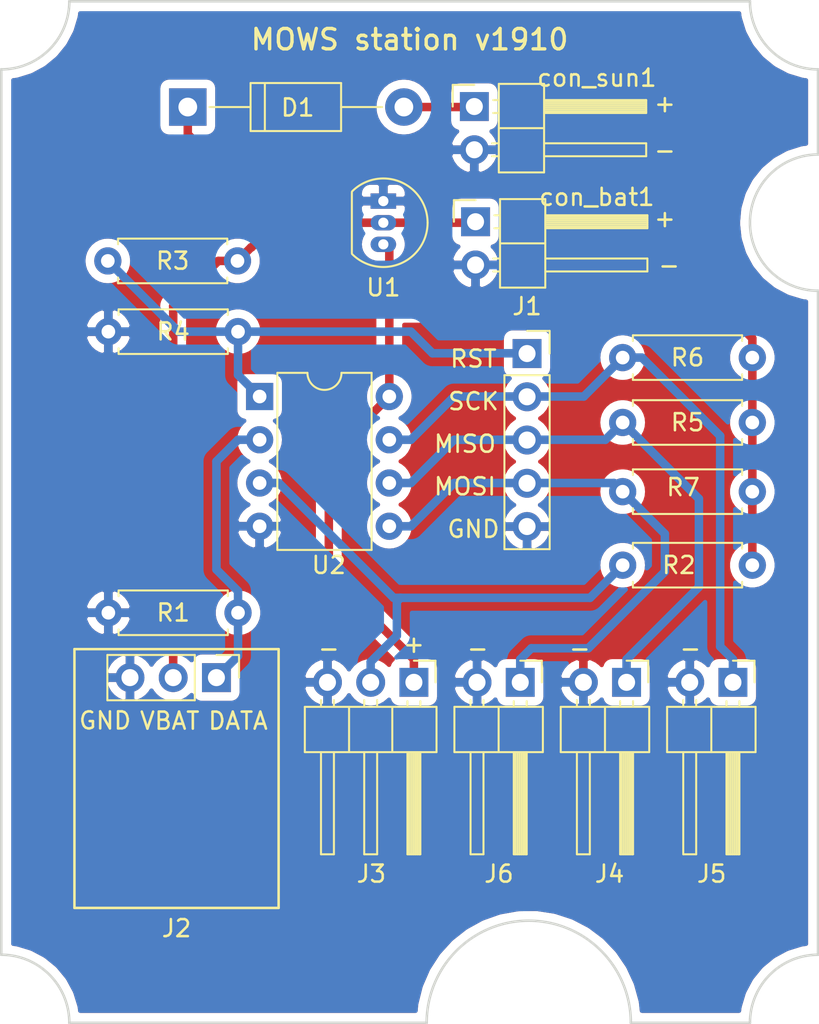
<source format=kicad_pcb>
(kicad_pcb (version 20171130) (host pcbnew 5.1.4)

  (general
    (thickness 1.6)
    (drawings 35)
    (tracks 82)
    (zones 0)
    (modules 18)
    (nets 11)
  )

  (page A4)
  (layers
    (0 F.Cu signal)
    (31 B.Cu signal)
    (32 B.Adhes user)
    (33 F.Adhes user)
    (34 B.Paste user)
    (35 F.Paste user)
    (36 B.SilkS user)
    (37 F.SilkS user)
    (38 B.Mask user)
    (39 F.Mask user)
    (40 Dwgs.User user)
    (41 Cmts.User user)
    (42 Eco1.User user)
    (43 Eco2.User user)
    (44 Edge.Cuts user)
    (45 Margin user)
    (46 B.CrtYd user hide)
    (47 F.CrtYd user hide)
    (48 B.Fab user hide)
    (49 F.Fab user hide)
  )

  (setup
    (last_trace_width 0.5)
    (trace_clearance 0.254)
    (zone_clearance 0.508)
    (zone_45_only no)
    (trace_min 0.5)
    (via_size 0.6)
    (via_drill 0.4)
    (via_min_size 0.4)
    (via_min_drill 0.3)
    (uvia_size 0.3)
    (uvia_drill 0.1)
    (uvias_allowed no)
    (uvia_min_size 0.2)
    (uvia_min_drill 0.1)
    (edge_width 0.15)
    (segment_width 0.2)
    (pcb_text_width 0.3)
    (pcb_text_size 1.5 1.5)
    (mod_edge_width 0.15)
    (mod_text_size 1 1)
    (mod_text_width 0.15)
    (pad_size 2 2)
    (pad_drill 0.762)
    (pad_to_mask_clearance 0.2)
    (aux_axis_origin 0 0)
    (visible_elements FFFDFFFF)
    (pcbplotparams
      (layerselection 0x010f0_ffffffff)
      (usegerberextensions false)
      (usegerberattributes false)
      (usegerberadvancedattributes false)
      (creategerberjobfile false)
      (excludeedgelayer false)
      (linewidth 0.150000)
      (plotframeref false)
      (viasonmask false)
      (mode 1)
      (useauxorigin false)
      (hpglpennumber 1)
      (hpglpenspeed 20)
      (hpglpendiameter 15.000000)
      (psnegative false)
      (psa4output false)
      (plotreference true)
      (plotvalue false)
      (plotinvisibletext false)
      (padsonsilk true)
      (subtractmaskfromsilk false)
      (outputformat 1)
      (mirror false)
      (drillshape 0)
      (scaleselection 1)
      (outputdirectory "gerber/"))
  )

  (net 0 "")
  (net 1 +BATT)
  (net 2 GND)
  (net 3 /DHT22)
  (net 4 +3V3)
  (net 5 /MOSI)
  (net 6 /RFTX)
  (net 7 /SCK)
  (net 8 /MISO)
  (net 9 /RST)
  (net 10 "Net-(D1-Pad2)")

  (net_class Default "This is the default net class."
    (clearance 0.254)
    (trace_width 0.5)
    (via_dia 0.6)
    (via_drill 0.4)
    (uvia_dia 0.3)
    (uvia_drill 0.1)
    (add_net +3V3)
    (add_net +BATT)
    (add_net /DHT22)
    (add_net /MISO)
    (add_net /MOSI)
    (add_net /RFTX)
    (add_net /RST)
    (add_net /SCK)
    (add_net GND)
    (add_net "Net-(D1-Pad2)")
  )

  (module Connector_PinHeader_2.54mm:PinHeader_1x03_P2.54mm_Horizontal (layer F.Cu) (tedit 59FED5CB) (tstamp 5DB20B68)
    (at 147.25 109 270)
    (descr "Through hole angled pin header, 1x03, 2.54mm pitch, 6mm pin length, single row")
    (tags "Through hole angled pin header THT 1x03 2.54mm single row")
    (path /5A47AFD5)
    (fp_text reference J3 (at 11.25 2.5 180) (layer F.SilkS)
      (effects (font (size 1 1) (thickness 0.15)))
    )
    (fp_text value DHT22 (at 4.385 7.35 90) (layer F.Fab)
      (effects (font (size 1 1) (thickness 0.15)))
    )
    (fp_text user %R (at 2.77 2.54) (layer F.Fab)
      (effects (font (size 1 1) (thickness 0.15)))
    )
    (fp_line (start 10.55 -1.8) (end -1.8 -1.8) (layer F.CrtYd) (width 0.05))
    (fp_line (start 10.55 6.85) (end 10.55 -1.8) (layer F.CrtYd) (width 0.05))
    (fp_line (start -1.8 6.85) (end 10.55 6.85) (layer F.CrtYd) (width 0.05))
    (fp_line (start -1.8 -1.8) (end -1.8 6.85) (layer F.CrtYd) (width 0.05))
    (fp_line (start -1.27 -1.27) (end 0 -1.27) (layer F.SilkS) (width 0.12))
    (fp_line (start -1.27 0) (end -1.27 -1.27) (layer F.SilkS) (width 0.12))
    (fp_line (start 1.042929 5.46) (end 1.44 5.46) (layer F.SilkS) (width 0.12))
    (fp_line (start 1.042929 4.7) (end 1.44 4.7) (layer F.SilkS) (width 0.12))
    (fp_line (start 10.1 5.46) (end 4.1 5.46) (layer F.SilkS) (width 0.12))
    (fp_line (start 10.1 4.7) (end 10.1 5.46) (layer F.SilkS) (width 0.12))
    (fp_line (start 4.1 4.7) (end 10.1 4.7) (layer F.SilkS) (width 0.12))
    (fp_line (start 1.44 3.81) (end 4.1 3.81) (layer F.SilkS) (width 0.12))
    (fp_line (start 1.042929 2.92) (end 1.44 2.92) (layer F.SilkS) (width 0.12))
    (fp_line (start 1.042929 2.16) (end 1.44 2.16) (layer F.SilkS) (width 0.12))
    (fp_line (start 10.1 2.92) (end 4.1 2.92) (layer F.SilkS) (width 0.12))
    (fp_line (start 10.1 2.16) (end 10.1 2.92) (layer F.SilkS) (width 0.12))
    (fp_line (start 4.1 2.16) (end 10.1 2.16) (layer F.SilkS) (width 0.12))
    (fp_line (start 1.44 1.27) (end 4.1 1.27) (layer F.SilkS) (width 0.12))
    (fp_line (start 1.11 0.38) (end 1.44 0.38) (layer F.SilkS) (width 0.12))
    (fp_line (start 1.11 -0.38) (end 1.44 -0.38) (layer F.SilkS) (width 0.12))
    (fp_line (start 4.1 0.28) (end 10.1 0.28) (layer F.SilkS) (width 0.12))
    (fp_line (start 4.1 0.16) (end 10.1 0.16) (layer F.SilkS) (width 0.12))
    (fp_line (start 4.1 0.04) (end 10.1 0.04) (layer F.SilkS) (width 0.12))
    (fp_line (start 4.1 -0.08) (end 10.1 -0.08) (layer F.SilkS) (width 0.12))
    (fp_line (start 4.1 -0.2) (end 10.1 -0.2) (layer F.SilkS) (width 0.12))
    (fp_line (start 4.1 -0.32) (end 10.1 -0.32) (layer F.SilkS) (width 0.12))
    (fp_line (start 10.1 0.38) (end 4.1 0.38) (layer F.SilkS) (width 0.12))
    (fp_line (start 10.1 -0.38) (end 10.1 0.38) (layer F.SilkS) (width 0.12))
    (fp_line (start 4.1 -0.38) (end 10.1 -0.38) (layer F.SilkS) (width 0.12))
    (fp_line (start 4.1 -1.33) (end 1.44 -1.33) (layer F.SilkS) (width 0.12))
    (fp_line (start 4.1 6.41) (end 4.1 -1.33) (layer F.SilkS) (width 0.12))
    (fp_line (start 1.44 6.41) (end 4.1 6.41) (layer F.SilkS) (width 0.12))
    (fp_line (start 1.44 -1.33) (end 1.44 6.41) (layer F.SilkS) (width 0.12))
    (fp_line (start 4.04 5.4) (end 10.04 5.4) (layer F.Fab) (width 0.1))
    (fp_line (start 10.04 4.76) (end 10.04 5.4) (layer F.Fab) (width 0.1))
    (fp_line (start 4.04 4.76) (end 10.04 4.76) (layer F.Fab) (width 0.1))
    (fp_line (start -0.32 5.4) (end 1.5 5.4) (layer F.Fab) (width 0.1))
    (fp_line (start -0.32 4.76) (end -0.32 5.4) (layer F.Fab) (width 0.1))
    (fp_line (start -0.32 4.76) (end 1.5 4.76) (layer F.Fab) (width 0.1))
    (fp_line (start 4.04 2.86) (end 10.04 2.86) (layer F.Fab) (width 0.1))
    (fp_line (start 10.04 2.22) (end 10.04 2.86) (layer F.Fab) (width 0.1))
    (fp_line (start 4.04 2.22) (end 10.04 2.22) (layer F.Fab) (width 0.1))
    (fp_line (start -0.32 2.86) (end 1.5 2.86) (layer F.Fab) (width 0.1))
    (fp_line (start -0.32 2.22) (end -0.32 2.86) (layer F.Fab) (width 0.1))
    (fp_line (start -0.32 2.22) (end 1.5 2.22) (layer F.Fab) (width 0.1))
    (fp_line (start 4.04 0.32) (end 10.04 0.32) (layer F.Fab) (width 0.1))
    (fp_line (start 10.04 -0.32) (end 10.04 0.32) (layer F.Fab) (width 0.1))
    (fp_line (start 4.04 -0.32) (end 10.04 -0.32) (layer F.Fab) (width 0.1))
    (fp_line (start -0.32 0.32) (end 1.5 0.32) (layer F.Fab) (width 0.1))
    (fp_line (start -0.32 -0.32) (end -0.32 0.32) (layer F.Fab) (width 0.1))
    (fp_line (start -0.32 -0.32) (end 1.5 -0.32) (layer F.Fab) (width 0.1))
    (fp_line (start 1.5 -0.635) (end 2.135 -1.27) (layer F.Fab) (width 0.1))
    (fp_line (start 1.5 6.35) (end 1.5 -0.635) (layer F.Fab) (width 0.1))
    (fp_line (start 4.04 6.35) (end 1.5 6.35) (layer F.Fab) (width 0.1))
    (fp_line (start 4.04 -1.27) (end 4.04 6.35) (layer F.Fab) (width 0.1))
    (fp_line (start 2.135 -1.27) (end 4.04 -1.27) (layer F.Fab) (width 0.1))
    (pad 3 thru_hole oval (at 0 5.08 270) (size 1.7 1.7) (drill 1) (layers *.Cu *.Mask)
      (net 2 GND))
    (pad 2 thru_hole oval (at 0 2.54 270) (size 1.7 1.7) (drill 1) (layers *.Cu *.Mask)
      (net 3 /DHT22))
    (pad 1 thru_hole rect (at 0 0 270) (size 1.7 1.7) (drill 1) (layers *.Cu *.Mask)
      (net 4 +3V3))
    (model ${KISYS3DMOD}/Connector_PinHeader_2.54mm.3dshapes/PinHeader_1x03_P2.54mm_Horizontal.wrl
      (at (xyz 0 0 0))
      (scale (xyz 1 1 1))
      (rotate (xyz 0 0 0))
    )
  )

  (module TO_SOT_Packages_THT:TO-92_Inline_Narrow_Oval (layer F.Cu) (tedit 5A82E2E8) (tstamp 5DB20C48)
    (at 145.4545 80.7365 270)
    (descr "TO-92 leads in-line, narrow, oval pads, drill 0.6mm (see NXP sot054_po.pdf)")
    (tags "to-92 sc-43 sc-43a sot54 PA33 transistor")
    (path /5A466099)
    (fp_text reference U1 (at 5.08 0) (layer F.SilkS)
      (effects (font (size 1 1) (thickness 0.15)))
    )
    (fp_text value MCP1700-3302E_TO92 (at 1.27 -3.81 270) (layer F.Fab)
      (effects (font (size 1 1) (thickness 0.15)))
    )
    (fp_arc (start 1.27 0) (end 1.27 -2.6) (angle 135) (layer F.SilkS) (width 0.12))
    (fp_arc (start 1.27 0) (end 1.27 -2.48) (angle -135) (layer F.Fab) (width 0.1))
    (fp_arc (start 1.27 0) (end 1.27 -2.6) (angle -135) (layer F.SilkS) (width 0.12))
    (fp_arc (start 1.27 0) (end 1.27 -2.48) (angle 135) (layer F.Fab) (width 0.1))
    (fp_line (start 4 2.01) (end -1.46 2.01) (layer F.CrtYd) (width 0.05))
    (fp_line (start 4 2.01) (end 4 -2.73) (layer F.CrtYd) (width 0.05))
    (fp_line (start -1.46 -2.73) (end -1.46 2.01) (layer F.CrtYd) (width 0.05))
    (fp_line (start -1.46 -2.73) (end 4 -2.73) (layer F.CrtYd) (width 0.05))
    (fp_line (start -0.5 1.75) (end 3 1.75) (layer F.Fab) (width 0.1))
    (fp_line (start -0.53 1.85) (end 3.07 1.85) (layer F.SilkS) (width 0.12))
    (fp_text user %R (at 3.81 -2.54 270) (layer F.Fab)
      (effects (font (size 1 1) (thickness 0.15)))
    )
    (pad 1 thru_hole rect (at 0 0 90) (size 0.9 1.5) (drill 0.6) (layers *.Cu *.Mask)
      (net 2 GND))
    (pad 3 thru_hole oval (at 2.54 0 90) (size 0.9 1.5) (drill 0.6) (layers *.Cu *.Mask)
      (net 4 +3V3))
    (pad 2 thru_hole oval (at 1.27 0 90) (size 0.9 1.5) (drill 0.6) (layers *.Cu *.Mask)
      (net 1 +BATT))
    (model ${KISYS3DMOD}/TO_SOT_Packages_THT.3dshapes/TO-92_Inline_Narrow_Oval.wrl
      (offset (xyz 1.269999980926514 0 0))
      (scale (xyz 1 1 1))
      (rotate (xyz 0 0 -90))
    )
  )

  (module Diodes_THT:D_DO-41_SOD81_P12.70mm_Horizontal (layer F.Cu) (tedit 5A82E2D3) (tstamp 5A464B84)
    (at 133.961 75.212)
    (descr "D, DO-41_SOD81 series, Axial, Horizontal, pin pitch=12.7mm, , length*diameter=5.2*2.7mm^2, , http://www.diodes.com/_files/packages/DO-41%20(Plastic).pdf")
    (tags "D DO-41_SOD81 series Axial Horizontal pin pitch 12.7mm  length 5.2mm diameter 2.7mm")
    (path /594FB69F)
    (fp_text reference D1 (at 6.4595 0.0375 180) (layer F.SilkS)
      (effects (font (size 1 1) (thickness 0.15)))
    )
    (fp_text value D_Schottky (at 6.35 0 180) (layer F.Fab)
      (effects (font (size 1 1) (thickness 0.15)))
    )
    (fp_line (start 14.05 -1.7) (end -1.35 -1.7) (layer F.CrtYd) (width 0.05))
    (fp_line (start 14.05 1.7) (end 14.05 -1.7) (layer F.CrtYd) (width 0.05))
    (fp_line (start -1.35 1.7) (end 14.05 1.7) (layer F.CrtYd) (width 0.05))
    (fp_line (start -1.35 -1.7) (end -1.35 1.7) (layer F.CrtYd) (width 0.05))
    (fp_line (start 4.53 -1.41) (end 4.53 1.41) (layer F.SilkS) (width 0.12))
    (fp_line (start 11.42 0) (end 9.01 0) (layer F.SilkS) (width 0.12))
    (fp_line (start 1.28 0) (end 3.69 0) (layer F.SilkS) (width 0.12))
    (fp_line (start 9.01 -1.41) (end 3.69 -1.41) (layer F.SilkS) (width 0.12))
    (fp_line (start 9.01 1.41) (end 9.01 -1.41) (layer F.SilkS) (width 0.12))
    (fp_line (start 3.69 1.41) (end 9.01 1.41) (layer F.SilkS) (width 0.12))
    (fp_line (start 3.69 -1.41) (end 3.69 1.41) (layer F.SilkS) (width 0.12))
    (fp_line (start 4.53 -1.35) (end 4.53 1.35) (layer F.Fab) (width 0.1))
    (fp_line (start 12.7 0) (end 8.95 0) (layer F.Fab) (width 0.1))
    (fp_line (start 0 0) (end 3.75 0) (layer F.Fab) (width 0.1))
    (fp_line (start 8.95 -1.35) (end 3.75 -1.35) (layer F.Fab) (width 0.1))
    (fp_line (start 8.95 1.35) (end 8.95 -1.35) (layer F.Fab) (width 0.1))
    (fp_line (start 3.75 1.35) (end 8.95 1.35) (layer F.Fab) (width 0.1))
    (fp_line (start 3.75 -1.35) (end 3.75 1.35) (layer F.Fab) (width 0.1))
    (fp_text user %R (at 2.54 1.27 180) (layer F.Fab)
      (effects (font (size 1 1) (thickness 0.15)))
    )
    (pad 2 thru_hole oval (at 12.7 0) (size 2.2 2.2) (drill 1.1) (layers *.Cu *.Mask)
      (net 10 "Net-(D1-Pad2)"))
    (pad 1 thru_hole rect (at 0 0) (size 2.2 2.2) (drill 1.1) (layers *.Cu *.Mask)
      (net 1 +BATT))
    (model ${KISYS3DMOD}/Diodes_THT.3dshapes/D_DO-41_SOD81_P12.70mm_Horizontal.wrl
      (at (xyz 0 0 0))
      (scale (xyz 0.393701 0.393701 0.393701))
      (rotate (xyz 0 0 0))
    )
  )

  (module Resistors_THT:R_Axial_DIN0207_L6.3mm_D2.5mm_P7.62mm_Horizontal (layer F.Cu) (tedit 5A82E10A) (tstamp 5DB2098E)
    (at 136.882 84.25 180)
    (descr "Resistor, Axial_DIN0207 series, Axial, Horizontal, pin pitch=7.62mm, 0.25W = 1/4W, length*diameter=6.3*2.5mm^2, http://cdn-reichelt.de/documents/datenblatt/B400/1_4W%23YAG.pdf")
    (tags "Resistor Axial_DIN0207 series Axial Horizontal pin pitch 7.62mm 0.25W = 1/4W length 6.3mm diameter 2.5mm")
    (path /594FB633)
    (fp_text reference R3 (at 3.81 0 180) (layer F.SilkS)
      (effects (font (size 1 1) (thickness 0.15)))
    )
    (fp_text value 22K (at 3.81 0 180) (layer F.Fab)
      (effects (font (size 1 1) (thickness 0.15)))
    )
    (fp_line (start 8.7 -1.6) (end -1.05 -1.6) (layer F.CrtYd) (width 0.05))
    (fp_line (start 8.7 1.6) (end 8.7 -1.6) (layer F.CrtYd) (width 0.05))
    (fp_line (start -1.05 1.6) (end 8.7 1.6) (layer F.CrtYd) (width 0.05))
    (fp_line (start -1.05 -1.6) (end -1.05 1.6) (layer F.CrtYd) (width 0.05))
    (fp_line (start 7.02 1.31) (end 7.02 0.98) (layer F.SilkS) (width 0.12))
    (fp_line (start 0.6 1.31) (end 7.02 1.31) (layer F.SilkS) (width 0.12))
    (fp_line (start 0.6 0.98) (end 0.6 1.31) (layer F.SilkS) (width 0.12))
    (fp_line (start 7.02 -1.31) (end 7.02 -0.98) (layer F.SilkS) (width 0.12))
    (fp_line (start 0.6 -1.31) (end 7.02 -1.31) (layer F.SilkS) (width 0.12))
    (fp_line (start 0.6 -0.98) (end 0.6 -1.31) (layer F.SilkS) (width 0.12))
    (fp_line (start 7.62 0) (end 6.96 0) (layer F.Fab) (width 0.1))
    (fp_line (start 0 0) (end 0.66 0) (layer F.Fab) (width 0.1))
    (fp_line (start 6.96 -1.25) (end 0.66 -1.25) (layer F.Fab) (width 0.1))
    (fp_line (start 6.96 1.25) (end 6.96 -1.25) (layer F.Fab) (width 0.1))
    (fp_line (start 0.66 1.25) (end 6.96 1.25) (layer F.Fab) (width 0.1))
    (fp_line (start 0.66 -1.25) (end 0.66 1.25) (layer F.Fab) (width 0.1))
    (pad 2 thru_hole oval (at 7.62 0 180) (size 1.6 1.6) (drill 0.8) (layers *.Cu *.Mask)
      (net 9 /RST))
    (pad 1 thru_hole circle (at 0 0 180) (size 1.6 1.6) (drill 0.8) (layers *.Cu *.Mask)
      (net 1 +BATT))
    (model ${KISYS3DMOD}/Resistors_THT.3dshapes/R_Axial_DIN0207_L6.3mm_D2.5mm_P7.62mm_Horizontal.wrl
      (at (xyz 0 0 0))
      (scale (xyz 0.393701 0.393701 0.393701))
      (rotate (xyz 0 0 0))
    )
  )

  (module Resistors_THT:R_Axial_DIN0207_L6.3mm_D2.5mm_P7.62mm_Horizontal (layer F.Cu) (tedit 5A82E18C) (tstamp 5DB2094C)
    (at 136.914 88.404 180)
    (descr "Resistor, Axial_DIN0207 series, Axial, Horizontal, pin pitch=7.62mm, 0.25W = 1/4W, length*diameter=6.3*2.5mm^2, http://cdn-reichelt.de/documents/datenblatt/B400/1_4W%23YAG.pdf")
    (tags "Resistor Axial_DIN0207 series Axial Horizontal pin pitch 7.62mm 0.25W = 1/4W length 6.3mm diameter 2.5mm")
    (path /594FB5E0)
    (fp_text reference R4 (at 3.81 0 180) (layer F.SilkS)
      (effects (font (size 1 1) (thickness 0.15)))
    )
    (fp_text value 47K (at 3.81 0 180) (layer F.Fab)
      (effects (font (size 1 1) (thickness 0.15)))
    )
    (fp_line (start 8.7 -1.6) (end -1.05 -1.6) (layer F.CrtYd) (width 0.05))
    (fp_line (start 8.7 1.6) (end 8.7 -1.6) (layer F.CrtYd) (width 0.05))
    (fp_line (start -1.05 1.6) (end 8.7 1.6) (layer F.CrtYd) (width 0.05))
    (fp_line (start -1.05 -1.6) (end -1.05 1.6) (layer F.CrtYd) (width 0.05))
    (fp_line (start 7.02 1.31) (end 7.02 0.98) (layer F.SilkS) (width 0.12))
    (fp_line (start 0.6 1.31) (end 7.02 1.31) (layer F.SilkS) (width 0.12))
    (fp_line (start 0.6 0.98) (end 0.6 1.31) (layer F.SilkS) (width 0.12))
    (fp_line (start 7.02 -1.31) (end 7.02 -0.98) (layer F.SilkS) (width 0.12))
    (fp_line (start 0.6 -1.31) (end 7.02 -1.31) (layer F.SilkS) (width 0.12))
    (fp_line (start 0.6 -0.98) (end 0.6 -1.31) (layer F.SilkS) (width 0.12))
    (fp_line (start 7.62 0) (end 6.96 0) (layer F.Fab) (width 0.1))
    (fp_line (start 0 0) (end 0.66 0) (layer F.Fab) (width 0.1))
    (fp_line (start 6.96 -1.25) (end 0.66 -1.25) (layer F.Fab) (width 0.1))
    (fp_line (start 6.96 1.25) (end 6.96 -1.25) (layer F.Fab) (width 0.1))
    (fp_line (start 0.66 1.25) (end 6.96 1.25) (layer F.Fab) (width 0.1))
    (fp_line (start 0.66 -1.25) (end 0.66 1.25) (layer F.Fab) (width 0.1))
    (pad 2 thru_hole oval (at 7.62 0 180) (size 1.6 1.6) (drill 0.8) (layers *.Cu *.Mask)
      (net 2 GND))
    (pad 1 thru_hole circle (at 0 0 180) (size 1.6 1.6) (drill 0.8) (layers *.Cu *.Mask)
      (net 9 /RST))
    (model ${KISYS3DMOD}/Resistors_THT.3dshapes/R_Axial_DIN0207_L6.3mm_D2.5mm_P7.62mm_Horizontal.wrl
      (at (xyz 0 0 0))
      (scale (xyz 0.393701 0.393701 0.393701))
      (rotate (xyz 0 0 0))
    )
  )

  (module Connector_PinHeader_2.54mm:PinHeader_1x02_P2.54mm_Horizontal (layer F.Cu) (tedit 59FED5CB) (tstamp 5DB18F22)
    (at 150.8012 75.18152)
    (descr "Through hole angled pin header, 1x02, 2.54mm pitch, 6mm pin length, single row")
    (tags "Through hole angled pin header THT 1x02 2.54mm single row")
    (path /5A47356F)
    (fp_text reference con_sun1 (at 7.1988 -1.68152) (layer F.SilkS)
      (effects (font (size 1 1) (thickness 0.15)))
    )
    (fp_text value SUN (at 4.385 4.81) (layer F.Fab)
      (effects (font (size 1 1) (thickness 0.15)))
    )
    (fp_text user %R (at 2.77 1.27 90) (layer F.Fab)
      (effects (font (size 1 1) (thickness 0.15)))
    )
    (fp_line (start 10.55 -1.8) (end -1.8 -1.8) (layer F.CrtYd) (width 0.05))
    (fp_line (start 10.55 4.35) (end 10.55 -1.8) (layer F.CrtYd) (width 0.05))
    (fp_line (start -1.8 4.35) (end 10.55 4.35) (layer F.CrtYd) (width 0.05))
    (fp_line (start -1.8 -1.8) (end -1.8 4.35) (layer F.CrtYd) (width 0.05))
    (fp_line (start -1.27 -1.27) (end 0 -1.27) (layer F.SilkS) (width 0.12))
    (fp_line (start -1.27 0) (end -1.27 -1.27) (layer F.SilkS) (width 0.12))
    (fp_line (start 1.042929 2.92) (end 1.44 2.92) (layer F.SilkS) (width 0.12))
    (fp_line (start 1.042929 2.16) (end 1.44 2.16) (layer F.SilkS) (width 0.12))
    (fp_line (start 10.1 2.92) (end 4.1 2.92) (layer F.SilkS) (width 0.12))
    (fp_line (start 10.1 2.16) (end 10.1 2.92) (layer F.SilkS) (width 0.12))
    (fp_line (start 4.1 2.16) (end 10.1 2.16) (layer F.SilkS) (width 0.12))
    (fp_line (start 1.44 1.27) (end 4.1 1.27) (layer F.SilkS) (width 0.12))
    (fp_line (start 1.11 0.38) (end 1.44 0.38) (layer F.SilkS) (width 0.12))
    (fp_line (start 1.11 -0.38) (end 1.44 -0.38) (layer F.SilkS) (width 0.12))
    (fp_line (start 4.1 0.28) (end 10.1 0.28) (layer F.SilkS) (width 0.12))
    (fp_line (start 4.1 0.16) (end 10.1 0.16) (layer F.SilkS) (width 0.12))
    (fp_line (start 4.1 0.04) (end 10.1 0.04) (layer F.SilkS) (width 0.12))
    (fp_line (start 4.1 -0.08) (end 10.1 -0.08) (layer F.SilkS) (width 0.12))
    (fp_line (start 4.1 -0.2) (end 10.1 -0.2) (layer F.SilkS) (width 0.12))
    (fp_line (start 4.1 -0.32) (end 10.1 -0.32) (layer F.SilkS) (width 0.12))
    (fp_line (start 10.1 0.38) (end 4.1 0.38) (layer F.SilkS) (width 0.12))
    (fp_line (start 10.1 -0.38) (end 10.1 0.38) (layer F.SilkS) (width 0.12))
    (fp_line (start 4.1 -0.38) (end 10.1 -0.38) (layer F.SilkS) (width 0.12))
    (fp_line (start 4.1 -1.33) (end 1.44 -1.33) (layer F.SilkS) (width 0.12))
    (fp_line (start 4.1 3.87) (end 4.1 -1.33) (layer F.SilkS) (width 0.12))
    (fp_line (start 1.44 3.87) (end 4.1 3.87) (layer F.SilkS) (width 0.12))
    (fp_line (start 1.44 -1.33) (end 1.44 3.87) (layer F.SilkS) (width 0.12))
    (fp_line (start 4.04 2.86) (end 10.04 2.86) (layer F.Fab) (width 0.1))
    (fp_line (start 10.04 2.22) (end 10.04 2.86) (layer F.Fab) (width 0.1))
    (fp_line (start 4.04 2.22) (end 10.04 2.22) (layer F.Fab) (width 0.1))
    (fp_line (start -0.32 2.86) (end 1.5 2.86) (layer F.Fab) (width 0.1))
    (fp_line (start -0.32 2.22) (end -0.32 2.86) (layer F.Fab) (width 0.1))
    (fp_line (start -0.32 2.22) (end 1.5 2.22) (layer F.Fab) (width 0.1))
    (fp_line (start 4.04 0.32) (end 10.04 0.32) (layer F.Fab) (width 0.1))
    (fp_line (start 10.04 -0.32) (end 10.04 0.32) (layer F.Fab) (width 0.1))
    (fp_line (start 4.04 -0.32) (end 10.04 -0.32) (layer F.Fab) (width 0.1))
    (fp_line (start -0.32 0.32) (end 1.5 0.32) (layer F.Fab) (width 0.1))
    (fp_line (start -0.32 -0.32) (end -0.32 0.32) (layer F.Fab) (width 0.1))
    (fp_line (start -0.32 -0.32) (end 1.5 -0.32) (layer F.Fab) (width 0.1))
    (fp_line (start 1.5 -0.635) (end 2.135 -1.27) (layer F.Fab) (width 0.1))
    (fp_line (start 1.5 3.81) (end 1.5 -0.635) (layer F.Fab) (width 0.1))
    (fp_line (start 4.04 3.81) (end 1.5 3.81) (layer F.Fab) (width 0.1))
    (fp_line (start 4.04 -1.27) (end 4.04 3.81) (layer F.Fab) (width 0.1))
    (fp_line (start 2.135 -1.27) (end 4.04 -1.27) (layer F.Fab) (width 0.1))
    (pad 2 thru_hole oval (at 0 2.54) (size 1.7 1.7) (drill 1) (layers *.Cu *.Mask)
      (net 2 GND))
    (pad 1 thru_hole rect (at 0 0) (size 1.7 1.7) (drill 1) (layers *.Cu *.Mask)
      (net 10 "Net-(D1-Pad2)"))
    (model ${KISYS3DMOD}/Connector_PinHeader_2.54mm.3dshapes/PinHeader_1x02_P2.54mm_Horizontal.wrl
      (at (xyz 0 0 0))
      (scale (xyz 1 1 1))
      (rotate (xyz 0 0 0))
    )
  )

  (module Connector_PinHeader_2.54mm:PinHeader_1x02_P2.54mm_Horizontal (layer F.Cu) (tedit 59FED5CB) (tstamp 5DB20813)
    (at 150.87232 81.94808)
    (descr "Through hole angled pin header, 1x02, 2.54mm pitch, 6mm pin length, single row")
    (tags "Through hole angled pin header THT 1x02 2.54mm single row")
    (path /5A4735FC)
    (fp_text reference con_bat1 (at 7.12768 -1.44808) (layer F.SilkS)
      (effects (font (size 1 1) (thickness 0.15)))
    )
    (fp_text value BATT (at 4.385 4.81) (layer F.Fab)
      (effects (font (size 1 1) (thickness 0.15)))
    )
    (fp_line (start 2.135 -1.27) (end 4.04 -1.27) (layer F.Fab) (width 0.1))
    (fp_line (start 4.04 -1.27) (end 4.04 3.81) (layer F.Fab) (width 0.1))
    (fp_line (start 4.04 3.81) (end 1.5 3.81) (layer F.Fab) (width 0.1))
    (fp_line (start 1.5 3.81) (end 1.5 -0.635) (layer F.Fab) (width 0.1))
    (fp_line (start 1.5 -0.635) (end 2.135 -1.27) (layer F.Fab) (width 0.1))
    (fp_line (start -0.32 -0.32) (end 1.5 -0.32) (layer F.Fab) (width 0.1))
    (fp_line (start -0.32 -0.32) (end -0.32 0.32) (layer F.Fab) (width 0.1))
    (fp_line (start -0.32 0.32) (end 1.5 0.32) (layer F.Fab) (width 0.1))
    (fp_line (start 4.04 -0.32) (end 10.04 -0.32) (layer F.Fab) (width 0.1))
    (fp_line (start 10.04 -0.32) (end 10.04 0.32) (layer F.Fab) (width 0.1))
    (fp_line (start 4.04 0.32) (end 10.04 0.32) (layer F.Fab) (width 0.1))
    (fp_line (start -0.32 2.22) (end 1.5 2.22) (layer F.Fab) (width 0.1))
    (fp_line (start -0.32 2.22) (end -0.32 2.86) (layer F.Fab) (width 0.1))
    (fp_line (start -0.32 2.86) (end 1.5 2.86) (layer F.Fab) (width 0.1))
    (fp_line (start 4.04 2.22) (end 10.04 2.22) (layer F.Fab) (width 0.1))
    (fp_line (start 10.04 2.22) (end 10.04 2.86) (layer F.Fab) (width 0.1))
    (fp_line (start 4.04 2.86) (end 10.04 2.86) (layer F.Fab) (width 0.1))
    (fp_line (start 1.44 -1.33) (end 1.44 3.87) (layer F.SilkS) (width 0.12))
    (fp_line (start 1.44 3.87) (end 4.1 3.87) (layer F.SilkS) (width 0.12))
    (fp_line (start 4.1 3.87) (end 4.1 -1.33) (layer F.SilkS) (width 0.12))
    (fp_line (start 4.1 -1.33) (end 1.44 -1.33) (layer F.SilkS) (width 0.12))
    (fp_line (start 4.1 -0.38) (end 10.1 -0.38) (layer F.SilkS) (width 0.12))
    (fp_line (start 10.1 -0.38) (end 10.1 0.38) (layer F.SilkS) (width 0.12))
    (fp_line (start 10.1 0.38) (end 4.1 0.38) (layer F.SilkS) (width 0.12))
    (fp_line (start 4.1 -0.32) (end 10.1 -0.32) (layer F.SilkS) (width 0.12))
    (fp_line (start 4.1 -0.2) (end 10.1 -0.2) (layer F.SilkS) (width 0.12))
    (fp_line (start 4.1 -0.08) (end 10.1 -0.08) (layer F.SilkS) (width 0.12))
    (fp_line (start 4.1 0.04) (end 10.1 0.04) (layer F.SilkS) (width 0.12))
    (fp_line (start 4.1 0.16) (end 10.1 0.16) (layer F.SilkS) (width 0.12))
    (fp_line (start 4.1 0.28) (end 10.1 0.28) (layer F.SilkS) (width 0.12))
    (fp_line (start 1.11 -0.38) (end 1.44 -0.38) (layer F.SilkS) (width 0.12))
    (fp_line (start 1.11 0.38) (end 1.44 0.38) (layer F.SilkS) (width 0.12))
    (fp_line (start 1.44 1.27) (end 4.1 1.27) (layer F.SilkS) (width 0.12))
    (fp_line (start 4.1 2.16) (end 10.1 2.16) (layer F.SilkS) (width 0.12))
    (fp_line (start 10.1 2.16) (end 10.1 2.92) (layer F.SilkS) (width 0.12))
    (fp_line (start 10.1 2.92) (end 4.1 2.92) (layer F.SilkS) (width 0.12))
    (fp_line (start 1.042929 2.16) (end 1.44 2.16) (layer F.SilkS) (width 0.12))
    (fp_line (start 1.042929 2.92) (end 1.44 2.92) (layer F.SilkS) (width 0.12))
    (fp_line (start -1.27 0) (end -1.27 -1.27) (layer F.SilkS) (width 0.12))
    (fp_line (start -1.27 -1.27) (end 0 -1.27) (layer F.SilkS) (width 0.12))
    (fp_line (start -1.8 -1.8) (end -1.8 4.35) (layer F.CrtYd) (width 0.05))
    (fp_line (start -1.8 4.35) (end 10.55 4.35) (layer F.CrtYd) (width 0.05))
    (fp_line (start 10.55 4.35) (end 10.55 -1.8) (layer F.CrtYd) (width 0.05))
    (fp_line (start 10.55 -1.8) (end -1.8 -1.8) (layer F.CrtYd) (width 0.05))
    (fp_text user %R (at 2.77 1.27 90) (layer F.Fab)
      (effects (font (size 1 1) (thickness 0.15)))
    )
    (pad 1 thru_hole rect (at 0 0) (size 1.7 1.7) (drill 1) (layers *.Cu *.Mask)
      (net 1 +BATT))
    (pad 2 thru_hole oval (at 0 2.54) (size 1.7 1.7) (drill 1) (layers *.Cu *.Mask)
      (net 2 GND))
    (model ${KISYS3DMOD}/Connector_PinHeader_2.54mm.3dshapes/PinHeader_1x02_P2.54mm_Horizontal.wrl
      (at (xyz 0 0 0))
      (scale (xyz 1 1 1))
      (rotate (xyz 0 0 0))
    )
  )

  (module Resistors_THT:R_Axial_DIN0207_L6.3mm_D2.5mm_P7.62mm_Horizontal (layer F.Cu) (tedit 5A82E0BA) (tstamp 5A46EB74)
    (at 167.14 102.12 180)
    (descr "Resistor, Axial_DIN0207 series, Axial, Horizontal, pin pitch=7.62mm, 0.25W = 1/4W, length*diameter=6.3*2.5mm^2, http://cdn-reichelt.de/documents/datenblatt/B400/1_4W%23YAG.pdf")
    (tags "Resistor Axial_DIN0207 series Axial Horizontal pin pitch 7.62mm 0.25W = 1/4W length 6.3mm diameter 2.5mm")
    (path /5A46B1D0)
    (fp_text reference R2 (at 4.318 0 180) (layer F.SilkS)
      (effects (font (size 1 1) (thickness 0.15)))
    )
    (fp_text value 10K (at 3.81 0 180) (layer F.Fab)
      (effects (font (size 1 1) (thickness 0.15)))
    )
    (fp_line (start 8.7 -1.6) (end -1.05 -1.6) (layer F.CrtYd) (width 0.05))
    (fp_line (start 8.7 1.6) (end 8.7 -1.6) (layer F.CrtYd) (width 0.05))
    (fp_line (start -1.05 1.6) (end 8.7 1.6) (layer F.CrtYd) (width 0.05))
    (fp_line (start -1.05 -1.6) (end -1.05 1.6) (layer F.CrtYd) (width 0.05))
    (fp_line (start 7.02 1.31) (end 7.02 0.98) (layer F.SilkS) (width 0.12))
    (fp_line (start 0.6 1.31) (end 7.02 1.31) (layer F.SilkS) (width 0.12))
    (fp_line (start 0.6 0.98) (end 0.6 1.31) (layer F.SilkS) (width 0.12))
    (fp_line (start 7.02 -1.31) (end 7.02 -0.98) (layer F.SilkS) (width 0.12))
    (fp_line (start 0.6 -1.31) (end 7.02 -1.31) (layer F.SilkS) (width 0.12))
    (fp_line (start 0.6 -0.98) (end 0.6 -1.31) (layer F.SilkS) (width 0.12))
    (fp_line (start 7.62 0) (end 6.96 0) (layer F.Fab) (width 0.1))
    (fp_line (start 0 0) (end 0.66 0) (layer F.Fab) (width 0.1))
    (fp_line (start 6.96 -1.25) (end 0.66 -1.25) (layer F.Fab) (width 0.1))
    (fp_line (start 6.96 1.25) (end 6.96 -1.25) (layer F.Fab) (width 0.1))
    (fp_line (start 0.66 1.25) (end 6.96 1.25) (layer F.Fab) (width 0.1))
    (fp_line (start 0.66 -1.25) (end 0.66 1.25) (layer F.Fab) (width 0.1))
    (pad 2 thru_hole oval (at 7.62 0 180) (size 1.6 1.6) (drill 0.8) (layers *.Cu *.Mask)
      (net 3 /DHT22))
    (pad 1 thru_hole circle (at 0 0 180) (size 1.6 1.6) (drill 0.8) (layers *.Cu *.Mask)
      (net 4 +3V3))
    (model ${KISYS3DMOD}/Resistors_THT.3dshapes/R_Axial_DIN0207_L6.3mm_D2.5mm_P7.62mm_Horizontal.wrl
      (at (xyz 0 0 0))
      (scale (xyz 0.393701 0.393701 0.393701))
      (rotate (xyz 0 0 0))
    )
  )

  (module Connector_PinHeader_2.54mm:PinHeader_1x02_P2.54mm_Horizontal (layer F.Cu) (tedit 59FED5CB) (tstamp 5DB20AC5)
    (at 153.5 109 270)
    (descr "Through hole angled pin header, 1x02, 2.54mm pitch, 6mm pin length, single row")
    (tags "Through hole angled pin header THT 1x02 2.54mm single row")
    (path /5A47B467)
    (fp_text reference J6 (at 11.25 1.25 180) (layer F.SilkS)
      (effects (font (size 1 1) (thickness 0.15)))
    )
    (fp_text value RAIN (at 4.385 4.81 90) (layer F.Fab)
      (effects (font (size 1 1) (thickness 0.15)))
    )
    (fp_text user %R (at 2.77 1.27) (layer F.Fab)
      (effects (font (size 1 1) (thickness 0.15)))
    )
    (fp_line (start 10.55 -1.8) (end -1.8 -1.8) (layer F.CrtYd) (width 0.05))
    (fp_line (start 10.55 4.35) (end 10.55 -1.8) (layer F.CrtYd) (width 0.05))
    (fp_line (start -1.8 4.35) (end 10.55 4.35) (layer F.CrtYd) (width 0.05))
    (fp_line (start -1.8 -1.8) (end -1.8 4.35) (layer F.CrtYd) (width 0.05))
    (fp_line (start -1.27 -1.27) (end 0 -1.27) (layer F.SilkS) (width 0.12))
    (fp_line (start -1.27 0) (end -1.27 -1.27) (layer F.SilkS) (width 0.12))
    (fp_line (start 1.042929 2.92) (end 1.44 2.92) (layer F.SilkS) (width 0.12))
    (fp_line (start 1.042929 2.16) (end 1.44 2.16) (layer F.SilkS) (width 0.12))
    (fp_line (start 10.1 2.92) (end 4.1 2.92) (layer F.SilkS) (width 0.12))
    (fp_line (start 10.1 2.16) (end 10.1 2.92) (layer F.SilkS) (width 0.12))
    (fp_line (start 4.1 2.16) (end 10.1 2.16) (layer F.SilkS) (width 0.12))
    (fp_line (start 1.44 1.27) (end 4.1 1.27) (layer F.SilkS) (width 0.12))
    (fp_line (start 1.11 0.38) (end 1.44 0.38) (layer F.SilkS) (width 0.12))
    (fp_line (start 1.11 -0.38) (end 1.44 -0.38) (layer F.SilkS) (width 0.12))
    (fp_line (start 4.1 0.28) (end 10.1 0.28) (layer F.SilkS) (width 0.12))
    (fp_line (start 4.1 0.16) (end 10.1 0.16) (layer F.SilkS) (width 0.12))
    (fp_line (start 4.1 0.04) (end 10.1 0.04) (layer F.SilkS) (width 0.12))
    (fp_line (start 4.1 -0.08) (end 10.1 -0.08) (layer F.SilkS) (width 0.12))
    (fp_line (start 4.1 -0.2) (end 10.1 -0.2) (layer F.SilkS) (width 0.12))
    (fp_line (start 4.1 -0.32) (end 10.1 -0.32) (layer F.SilkS) (width 0.12))
    (fp_line (start 10.1 0.38) (end 4.1 0.38) (layer F.SilkS) (width 0.12))
    (fp_line (start 10.1 -0.38) (end 10.1 0.38) (layer F.SilkS) (width 0.12))
    (fp_line (start 4.1 -0.38) (end 10.1 -0.38) (layer F.SilkS) (width 0.12))
    (fp_line (start 4.1 -1.33) (end 1.44 -1.33) (layer F.SilkS) (width 0.12))
    (fp_line (start 4.1 3.87) (end 4.1 -1.33) (layer F.SilkS) (width 0.12))
    (fp_line (start 1.44 3.87) (end 4.1 3.87) (layer F.SilkS) (width 0.12))
    (fp_line (start 1.44 -1.33) (end 1.44 3.87) (layer F.SilkS) (width 0.12))
    (fp_line (start 4.04 2.86) (end 10.04 2.86) (layer F.Fab) (width 0.1))
    (fp_line (start 10.04 2.22) (end 10.04 2.86) (layer F.Fab) (width 0.1))
    (fp_line (start 4.04 2.22) (end 10.04 2.22) (layer F.Fab) (width 0.1))
    (fp_line (start -0.32 2.86) (end 1.5 2.86) (layer F.Fab) (width 0.1))
    (fp_line (start -0.32 2.22) (end -0.32 2.86) (layer F.Fab) (width 0.1))
    (fp_line (start -0.32 2.22) (end 1.5 2.22) (layer F.Fab) (width 0.1))
    (fp_line (start 4.04 0.32) (end 10.04 0.32) (layer F.Fab) (width 0.1))
    (fp_line (start 10.04 -0.32) (end 10.04 0.32) (layer F.Fab) (width 0.1))
    (fp_line (start 4.04 -0.32) (end 10.04 -0.32) (layer F.Fab) (width 0.1))
    (fp_line (start -0.32 0.32) (end 1.5 0.32) (layer F.Fab) (width 0.1))
    (fp_line (start -0.32 -0.32) (end -0.32 0.32) (layer F.Fab) (width 0.1))
    (fp_line (start -0.32 -0.32) (end 1.5 -0.32) (layer F.Fab) (width 0.1))
    (fp_line (start 1.5 -0.635) (end 2.135 -1.27) (layer F.Fab) (width 0.1))
    (fp_line (start 1.5 3.81) (end 1.5 -0.635) (layer F.Fab) (width 0.1))
    (fp_line (start 4.04 3.81) (end 1.5 3.81) (layer F.Fab) (width 0.1))
    (fp_line (start 4.04 -1.27) (end 4.04 3.81) (layer F.Fab) (width 0.1))
    (fp_line (start 2.135 -1.27) (end 4.04 -1.27) (layer F.Fab) (width 0.1))
    (pad 2 thru_hole oval (at 0 2.54 270) (size 1.7 1.7) (drill 1) (layers *.Cu *.Mask)
      (net 2 GND))
    (pad 1 thru_hole rect (at 0 0 270) (size 1.7 1.7) (drill 1) (layers *.Cu *.Mask)
      (net 5 /MOSI))
    (model ${KISYS3DMOD}/Connector_PinHeader_2.54mm.3dshapes/PinHeader_1x02_P2.54mm_Horizontal.wrl
      (at (xyz 0 0 0))
      (scale (xyz 1 1 1))
      (rotate (xyz 0 0 0))
    )
  )

  (module Housings_DIP:DIP-8_W7.62mm (layer F.Cu) (tedit 5A82E2F1) (tstamp 5DB20C01)
    (at 138.184 92.214)
    (descr "8-lead dip package, row spacing 7.62 mm (300 mils)")
    (tags "DIL DIP PDIP 2.54mm 7.62mm 300mil")
    (path /594FB4D7)
    (fp_text reference U2 (at 4.064 9.906) (layer F.SilkS)
      (effects (font (size 1 1) (thickness 0.15)))
    )
    (fp_text value ATTINY85-20PU (at 3.81 10.16) (layer F.Fab)
      (effects (font (size 1 1) (thickness 0.15)))
    )
    (fp_arc (start 3.81 -1.39) (end 2.81 -1.39) (angle -180) (layer F.SilkS) (width 0.12))
    (fp_line (start 8.7 -1.6) (end -1.1 -1.6) (layer F.CrtYd) (width 0.05))
    (fp_line (start 8.7 9.2) (end 8.7 -1.6) (layer F.CrtYd) (width 0.05))
    (fp_line (start -1.1 9.2) (end 8.7 9.2) (layer F.CrtYd) (width 0.05))
    (fp_line (start -1.1 -1.6) (end -1.1 9.2) (layer F.CrtYd) (width 0.05))
    (fp_line (start 6.58 -1.39) (end 4.81 -1.39) (layer F.SilkS) (width 0.12))
    (fp_line (start 6.58 9.01) (end 6.58 -1.39) (layer F.SilkS) (width 0.12))
    (fp_line (start 1.04 9.01) (end 6.58 9.01) (layer F.SilkS) (width 0.12))
    (fp_line (start 1.04 -1.39) (end 1.04 9.01) (layer F.SilkS) (width 0.12))
    (fp_line (start 2.81 -1.39) (end 1.04 -1.39) (layer F.SilkS) (width 0.12))
    (fp_line (start 0.635 -0.27) (end 1.635 -1.27) (layer F.Fab) (width 0.1))
    (fp_line (start 0.635 8.89) (end 0.635 -0.27) (layer F.Fab) (width 0.1))
    (fp_line (start 6.985 8.89) (end 0.635 8.89) (layer F.Fab) (width 0.1))
    (fp_line (start 6.985 -1.27) (end 6.985 8.89) (layer F.Fab) (width 0.1))
    (fp_line (start 1.635 -1.27) (end 6.985 -1.27) (layer F.Fab) (width 0.1))
    (fp_text user %R (at 2.54 -2.54) (layer F.Fab)
      (effects (font (size 1 1) (thickness 0.15)))
    )
    (pad 8 thru_hole oval (at 7.62 0) (size 1.6 1.6) (drill 0.8) (layers *.Cu *.Mask)
      (net 4 +3V3))
    (pad 4 thru_hole oval (at 0 7.62) (size 1.6 1.6) (drill 0.8) (layers *.Cu *.Mask)
      (net 2 GND))
    (pad 7 thru_hole oval (at 7.62 2.54) (size 1.6 1.6) (drill 0.8) (layers *.Cu *.Mask)
      (net 7 /SCK))
    (pad 3 thru_hole oval (at 0 5.08) (size 1.6 1.6) (drill 0.8) (layers *.Cu *.Mask)
      (net 3 /DHT22))
    (pad 6 thru_hole oval (at 7.62 5.08) (size 1.6 1.6) (drill 0.8) (layers *.Cu *.Mask)
      (net 8 /MISO))
    (pad 2 thru_hole oval (at 0 2.54) (size 1.6 1.6) (drill 0.8) (layers *.Cu *.Mask)
      (net 6 /RFTX))
    (pad 5 thru_hole oval (at 7.62 7.62) (size 1.6 1.6) (drill 0.8) (layers *.Cu *.Mask)
      (net 5 /MOSI))
    (pad 1 thru_hole rect (at 0 0) (size 1.6 1.6) (drill 0.8) (layers *.Cu *.Mask)
      (net 9 /RST))
    (model ${KISYS3DMOD}/Housings_DIP.3dshapes/DIP-8_W7.62mm.wrl
      (at (xyz 0 0 0))
      (scale (xyz 1 1 1))
      (rotate (xyz 0 0 0))
    )
  )

  (module Resistors_THT:R_Axial_DIN0207_L6.3mm_D2.5mm_P7.62mm_Horizontal (layer F.Cu) (tedit 5A82E0B7) (tstamp 5A467736)
    (at 167.14 97.802 180)
    (descr "Resistor, Axial_DIN0207 series, Axial, Horizontal, pin pitch=7.62mm, 0.25W = 1/4W, length*diameter=6.3*2.5mm^2, http://cdn-reichelt.de/documents/datenblatt/B400/1_4W%23YAG.pdf")
    (tags "Resistor Axial_DIN0207 series Axial Horizontal pin pitch 7.62mm 0.25W = 1/4W length 6.3mm diameter 2.5mm")
    (path /594FB669)
    (fp_text reference R7 (at 4.064 0.254 180) (layer F.SilkS)
      (effects (font (size 1 1) (thickness 0.15)))
    )
    (fp_text value 10K (at 3.81 0 180) (layer F.Fab)
      (effects (font (size 1 1) (thickness 0.15)))
    )
    (fp_line (start 8.7 -1.6) (end -1.05 -1.6) (layer F.CrtYd) (width 0.05))
    (fp_line (start 8.7 1.6) (end 8.7 -1.6) (layer F.CrtYd) (width 0.05))
    (fp_line (start -1.05 1.6) (end 8.7 1.6) (layer F.CrtYd) (width 0.05))
    (fp_line (start -1.05 -1.6) (end -1.05 1.6) (layer F.CrtYd) (width 0.05))
    (fp_line (start 7.02 1.31) (end 7.02 0.98) (layer F.SilkS) (width 0.12))
    (fp_line (start 0.6 1.31) (end 7.02 1.31) (layer F.SilkS) (width 0.12))
    (fp_line (start 0.6 0.98) (end 0.6 1.31) (layer F.SilkS) (width 0.12))
    (fp_line (start 7.02 -1.31) (end 7.02 -0.98) (layer F.SilkS) (width 0.12))
    (fp_line (start 0.6 -1.31) (end 7.02 -1.31) (layer F.SilkS) (width 0.12))
    (fp_line (start 0.6 -0.98) (end 0.6 -1.31) (layer F.SilkS) (width 0.12))
    (fp_line (start 7.62 0) (end 6.96 0) (layer F.Fab) (width 0.1))
    (fp_line (start 0 0) (end 0.66 0) (layer F.Fab) (width 0.1))
    (fp_line (start 6.96 -1.25) (end 0.66 -1.25) (layer F.Fab) (width 0.1))
    (fp_line (start 6.96 1.25) (end 6.96 -1.25) (layer F.Fab) (width 0.1))
    (fp_line (start 0.66 1.25) (end 6.96 1.25) (layer F.Fab) (width 0.1))
    (fp_line (start 0.66 -1.25) (end 0.66 1.25) (layer F.Fab) (width 0.1))
    (pad 2 thru_hole oval (at 7.62 0 180) (size 1.6 1.6) (drill 0.8) (layers *.Cu *.Mask)
      (net 5 /MOSI))
    (pad 1 thru_hole circle (at 0 0 180) (size 1.6 1.6) (drill 0.8) (layers *.Cu *.Mask)
      (net 4 +3V3))
    (model ${KISYS3DMOD}/Resistors_THT.3dshapes/R_Axial_DIN0207_L6.3mm_D2.5mm_P7.62mm_Horizontal.wrl
      (at (xyz 0 0 0))
      (scale (xyz 0.393701 0.393701 0.393701))
      (rotate (xyz 0 0 0))
    )
  )

  (module Resistors_THT:R_Axial_DIN0207_L6.3mm_D2.5mm_P7.62mm_Horizontal (layer F.Cu) (tedit 5A82E0A8) (tstamp 5A46773B)
    (at 167.14 93.738 180)
    (descr "Resistor, Axial_DIN0207 series, Axial, Horizontal, pin pitch=7.62mm, 0.25W = 1/4W, length*diameter=6.3*2.5mm^2, http://cdn-reichelt.de/documents/datenblatt/B400/1_4W%23YAG.pdf")
    (tags "Resistor Axial_DIN0207 series Axial Horizontal pin pitch 7.62mm 0.25W = 1/4W length 6.3mm diameter 2.5mm")
    (path /599B8E52)
    (fp_text reference R5 (at 3.81 0 180) (layer F.SilkS)
      (effects (font (size 1 1) (thickness 0.15)))
    )
    (fp_text value 10K (at 3.81 0 180) (layer F.Fab)
      (effects (font (size 1 1) (thickness 0.15)))
    )
    (fp_line (start 8.7 -1.6) (end -1.05 -1.6) (layer F.CrtYd) (width 0.05))
    (fp_line (start 8.7 1.6) (end 8.7 -1.6) (layer F.CrtYd) (width 0.05))
    (fp_line (start -1.05 1.6) (end 8.7 1.6) (layer F.CrtYd) (width 0.05))
    (fp_line (start -1.05 -1.6) (end -1.05 1.6) (layer F.CrtYd) (width 0.05))
    (fp_line (start 7.02 1.31) (end 7.02 0.98) (layer F.SilkS) (width 0.12))
    (fp_line (start 0.6 1.31) (end 7.02 1.31) (layer F.SilkS) (width 0.12))
    (fp_line (start 0.6 0.98) (end 0.6 1.31) (layer F.SilkS) (width 0.12))
    (fp_line (start 7.02 -1.31) (end 7.02 -0.98) (layer F.SilkS) (width 0.12))
    (fp_line (start 0.6 -1.31) (end 7.02 -1.31) (layer F.SilkS) (width 0.12))
    (fp_line (start 0.6 -0.98) (end 0.6 -1.31) (layer F.SilkS) (width 0.12))
    (fp_line (start 7.62 0) (end 6.96 0) (layer F.Fab) (width 0.1))
    (fp_line (start 0 0) (end 0.66 0) (layer F.Fab) (width 0.1))
    (fp_line (start 6.96 -1.25) (end 0.66 -1.25) (layer F.Fab) (width 0.1))
    (fp_line (start 6.96 1.25) (end 6.96 -1.25) (layer F.Fab) (width 0.1))
    (fp_line (start 0.66 1.25) (end 6.96 1.25) (layer F.Fab) (width 0.1))
    (fp_line (start 0.66 -1.25) (end 0.66 1.25) (layer F.Fab) (width 0.1))
    (pad 2 thru_hole oval (at 7.62 0 180) (size 1.6 1.6) (drill 0.8) (layers *.Cu *.Mask)
      (net 8 /MISO))
    (pad 1 thru_hole circle (at 0 0 180) (size 1.6 1.6) (drill 0.8) (layers *.Cu *.Mask)
      (net 4 +3V3))
    (model ${KISYS3DMOD}/Resistors_THT.3dshapes/R_Axial_DIN0207_L6.3mm_D2.5mm_P7.62mm_Horizontal.wrl
      (at (xyz 0 0 0))
      (scale (xyz 0.393701 0.393701 0.393701))
      (rotate (xyz 0 0 0))
    )
  )

  (module Resistors_THT:R_Axial_DIN0207_L6.3mm_D2.5mm_P7.62mm_Horizontal (layer F.Cu) (tedit 5A82E0B3) (tstamp 5A467740)
    (at 167.14 89.928 180)
    (descr "Resistor, Axial_DIN0207 series, Axial, Horizontal, pin pitch=7.62mm, 0.25W = 1/4W, length*diameter=6.3*2.5mm^2, http://cdn-reichelt.de/documents/datenblatt/B400/1_4W%23YAG.pdf")
    (tags "Resistor Axial_DIN0207 series Axial Horizontal pin pitch 7.62mm 0.25W = 1/4W length 6.3mm diameter 2.5mm")
    (path /599B9487)
    (fp_text reference R6 (at 3.81 0 180) (layer F.SilkS)
      (effects (font (size 1 1) (thickness 0.15)))
    )
    (fp_text value 10K (at 3.81 0 180) (layer F.Fab)
      (effects (font (size 1 1) (thickness 0.15)))
    )
    (fp_line (start 8.7 -1.6) (end -1.05 -1.6) (layer F.CrtYd) (width 0.05))
    (fp_line (start 8.7 1.6) (end 8.7 -1.6) (layer F.CrtYd) (width 0.05))
    (fp_line (start -1.05 1.6) (end 8.7 1.6) (layer F.CrtYd) (width 0.05))
    (fp_line (start -1.05 -1.6) (end -1.05 1.6) (layer F.CrtYd) (width 0.05))
    (fp_line (start 7.02 1.31) (end 7.02 0.98) (layer F.SilkS) (width 0.12))
    (fp_line (start 0.6 1.31) (end 7.02 1.31) (layer F.SilkS) (width 0.12))
    (fp_line (start 0.6 0.98) (end 0.6 1.31) (layer F.SilkS) (width 0.12))
    (fp_line (start 7.02 -1.31) (end 7.02 -0.98) (layer F.SilkS) (width 0.12))
    (fp_line (start 0.6 -1.31) (end 7.02 -1.31) (layer F.SilkS) (width 0.12))
    (fp_line (start 0.6 -0.98) (end 0.6 -1.31) (layer F.SilkS) (width 0.12))
    (fp_line (start 7.62 0) (end 6.96 0) (layer F.Fab) (width 0.1))
    (fp_line (start 0 0) (end 0.66 0) (layer F.Fab) (width 0.1))
    (fp_line (start 6.96 -1.25) (end 0.66 -1.25) (layer F.Fab) (width 0.1))
    (fp_line (start 6.96 1.25) (end 6.96 -1.25) (layer F.Fab) (width 0.1))
    (fp_line (start 0.66 1.25) (end 6.96 1.25) (layer F.Fab) (width 0.1))
    (fp_line (start 0.66 -1.25) (end 0.66 1.25) (layer F.Fab) (width 0.1))
    (pad 2 thru_hole oval (at 7.62 0 180) (size 1.6 1.6) (drill 0.8) (layers *.Cu *.Mask)
      (net 7 /SCK))
    (pad 1 thru_hole circle (at 0 0 180) (size 1.6 1.6) (drill 0.8) (layers *.Cu *.Mask)
      (net 4 +3V3))
    (model ${KISYS3DMOD}/Resistors_THT.3dshapes/R_Axial_DIN0207_L6.3mm_D2.5mm_P7.62mm_Horizontal.wrl
      (at (xyz 0 0 0))
      (scale (xyz 0.393701 0.393701 0.393701))
      (rotate (xyz 0 0 0))
    )
  )

  (module Resistors_THT:R_Axial_DIN0207_L6.3mm_D2.5mm_P7.62mm_Horizontal (layer F.Cu) (tedit 5A82E13B) (tstamp 5DB20A5A)
    (at 136.914 104.914 180)
    (descr "Resistor, Axial_DIN0207 series, Axial, Horizontal, pin pitch=7.62mm, 0.25W = 1/4W, length*diameter=6.3*2.5mm^2, http://cdn-reichelt.de/documents/datenblatt/B400/1_4W%23YAG.pdf")
    (tags "Resistor Axial_DIN0207 series Axial Horizontal pin pitch 7.62mm 0.25W = 1/4W length 6.3mm diameter 2.5mm")
    (path /5A469C7F)
    (fp_text reference R1 (at 3.81 0 180) (layer F.SilkS)
      (effects (font (size 1 1) (thickness 0.15)))
    )
    (fp_text value 10K (at 3.81 0 180) (layer F.Fab)
      (effects (font (size 1 1) (thickness 0.15)))
    )
    (fp_line (start 8.7 -1.6) (end -1.05 -1.6) (layer F.CrtYd) (width 0.05))
    (fp_line (start 8.7 1.6) (end 8.7 -1.6) (layer F.CrtYd) (width 0.05))
    (fp_line (start -1.05 1.6) (end 8.7 1.6) (layer F.CrtYd) (width 0.05))
    (fp_line (start -1.05 -1.6) (end -1.05 1.6) (layer F.CrtYd) (width 0.05))
    (fp_line (start 7.02 1.31) (end 7.02 0.98) (layer F.SilkS) (width 0.12))
    (fp_line (start 0.6 1.31) (end 7.02 1.31) (layer F.SilkS) (width 0.12))
    (fp_line (start 0.6 0.98) (end 0.6 1.31) (layer F.SilkS) (width 0.12))
    (fp_line (start 7.02 -1.31) (end 7.02 -0.98) (layer F.SilkS) (width 0.12))
    (fp_line (start 0.6 -1.31) (end 7.02 -1.31) (layer F.SilkS) (width 0.12))
    (fp_line (start 0.6 -0.98) (end 0.6 -1.31) (layer F.SilkS) (width 0.12))
    (fp_line (start 7.62 0) (end 6.96 0) (layer F.Fab) (width 0.1))
    (fp_line (start 0 0) (end 0.66 0) (layer F.Fab) (width 0.1))
    (fp_line (start 6.96 -1.25) (end 0.66 -1.25) (layer F.Fab) (width 0.1))
    (fp_line (start 6.96 1.25) (end 6.96 -1.25) (layer F.Fab) (width 0.1))
    (fp_line (start 0.66 1.25) (end 6.96 1.25) (layer F.Fab) (width 0.1))
    (fp_line (start 0.66 -1.25) (end 0.66 1.25) (layer F.Fab) (width 0.1))
    (pad 2 thru_hole oval (at 7.62 0 180) (size 1.6 1.6) (drill 0.8) (layers *.Cu *.Mask)
      (net 2 GND))
    (pad 1 thru_hole circle (at 0 0 180) (size 1.6 1.6) (drill 0.8) (layers *.Cu *.Mask)
      (net 6 /RFTX))
    (model ${KISYS3DMOD}/Resistors_THT.3dshapes/R_Axial_DIN0207_L6.3mm_D2.5mm_P7.62mm_Horizontal.wrl
      (at (xyz 0 0 0))
      (scale (xyz 0.393701 0.393701 0.393701))
      (rotate (xyz 0 0 0))
    )
  )

  (module Pin_Headers:Pin_Header_Straight_1x03_Pitch2.54mm (layer F.Cu) (tedit 5AEA4B9C) (tstamp 5DB20707)
    (at 135.644 108.724 270)
    (descr "Through hole straight pin header, 1x03, 2.54mm pitch, single row")
    (tags "Through hole pin header THT 1x03 2.54mm single row")
    (path /5A4740C8)
    (fp_text reference J2 (at 14.726 2.344) (layer F.SilkS)
      (effects (font (size 1 1) (thickness 0.15)))
    )
    (fp_text value STX882 (at 5.08 -5.08 90) (layer F.Fab)
      (effects (font (size 1 1) (thickness 0.15)))
    )
    (fp_text user %R (at 2.54 2.54 90) (layer F.Fab)
      (effects (font (size 1 1) (thickness 0.15)))
    )
    (fp_line (start 1.8 -1.8) (end -1.8 -1.8) (layer F.CrtYd) (width 0.05))
    (fp_line (start 1.8 6.85) (end 1.8 -1.8) (layer F.CrtYd) (width 0.05))
    (fp_line (start -1.8 6.85) (end 1.8 6.85) (layer F.CrtYd) (width 0.05))
    (fp_line (start -1.8 -1.8) (end -1.8 6.85) (layer F.CrtYd) (width 0.05))
    (fp_line (start -1.33 -1.33) (end 0 -1.33) (layer F.SilkS) (width 0.12))
    (fp_line (start -1.33 0) (end -1.33 -1.33) (layer F.SilkS) (width 0.12))
    (fp_line (start -1.33 1.27) (end 1.33 1.27) (layer F.SilkS) (width 0.12))
    (fp_line (start 1.33 1.27) (end 1.33 6.41) (layer F.SilkS) (width 0.12))
    (fp_line (start -1.33 1.27) (end -1.33 6.41) (layer F.SilkS) (width 0.12))
    (fp_line (start -1.33 6.41) (end 1.33 6.41) (layer F.SilkS) (width 0.12))
    (fp_line (start -1.27 -0.635) (end -0.635 -1.27) (layer F.Fab) (width 0.1))
    (fp_line (start -1.27 6.35) (end -1.27 -0.635) (layer F.Fab) (width 0.1))
    (fp_line (start 1.27 6.35) (end -1.27 6.35) (layer F.Fab) (width 0.1))
    (fp_line (start 1.27 -1.27) (end 1.27 6.35) (layer F.Fab) (width 0.1))
    (fp_line (start -0.635 -1.27) (end 1.27 -1.27) (layer F.Fab) (width 0.1))
    (pad 3 thru_hole oval (at 0 5.08 270) (size 1.7 1.7) (drill 1) (layers *.Cu *.Mask)
      (net 2 GND))
    (pad 2 thru_hole oval (at 0 2.54 270) (size 1.7 1.7) (drill 1) (layers *.Cu *.Mask)
      (net 1 +BATT))
    (pad 1 thru_hole rect (at 0 0 270) (size 1.7 1.7) (drill 1) (layers *.Cu *.Mask)
      (net 6 /RFTX))
    (model ${KISYS3DMOD}/Pin_Headers.3dshapes/Pin_Header_Straight_1x03_Pitch2.54mm.wrl
      (at (xyz 0 0 0))
      (scale (xyz 1 1 1))
      (rotate (xyz 0 0 0))
    )
  )

  (module Connector_PinHeader_2.54mm:PinHeader_1x02_P2.54mm_Horizontal (layer F.Cu) (tedit 59FED5CB) (tstamp 5DB208D3)
    (at 159.75 109 270)
    (descr "Through hole angled pin header, 1x02, 2.54mm pitch, 6mm pin length, single row")
    (tags "Through hole angled pin header THT 1x02 2.54mm single row")
    (path /5A47B19E)
    (fp_text reference J4 (at 11.25 1 180) (layer F.SilkS)
      (effects (font (size 1 1) (thickness 0.15)))
    )
    (fp_text value WSPD (at 4.385 4.81 90) (layer F.Fab)
      (effects (font (size 1 1) (thickness 0.15)))
    )
    (fp_line (start 2.135 -1.27) (end 4.04 -1.27) (layer F.Fab) (width 0.1))
    (fp_line (start 4.04 -1.27) (end 4.04 3.81) (layer F.Fab) (width 0.1))
    (fp_line (start 4.04 3.81) (end 1.5 3.81) (layer F.Fab) (width 0.1))
    (fp_line (start 1.5 3.81) (end 1.5 -0.635) (layer F.Fab) (width 0.1))
    (fp_line (start 1.5 -0.635) (end 2.135 -1.27) (layer F.Fab) (width 0.1))
    (fp_line (start -0.32 -0.32) (end 1.5 -0.32) (layer F.Fab) (width 0.1))
    (fp_line (start -0.32 -0.32) (end -0.32 0.32) (layer F.Fab) (width 0.1))
    (fp_line (start -0.32 0.32) (end 1.5 0.32) (layer F.Fab) (width 0.1))
    (fp_line (start 4.04 -0.32) (end 10.04 -0.32) (layer F.Fab) (width 0.1))
    (fp_line (start 10.04 -0.32) (end 10.04 0.32) (layer F.Fab) (width 0.1))
    (fp_line (start 4.04 0.32) (end 10.04 0.32) (layer F.Fab) (width 0.1))
    (fp_line (start -0.32 2.22) (end 1.5 2.22) (layer F.Fab) (width 0.1))
    (fp_line (start -0.32 2.22) (end -0.32 2.86) (layer F.Fab) (width 0.1))
    (fp_line (start -0.32 2.86) (end 1.5 2.86) (layer F.Fab) (width 0.1))
    (fp_line (start 4.04 2.22) (end 10.04 2.22) (layer F.Fab) (width 0.1))
    (fp_line (start 10.04 2.22) (end 10.04 2.86) (layer F.Fab) (width 0.1))
    (fp_line (start 4.04 2.86) (end 10.04 2.86) (layer F.Fab) (width 0.1))
    (fp_line (start 1.44 -1.33) (end 1.44 3.87) (layer F.SilkS) (width 0.12))
    (fp_line (start 1.44 3.87) (end 4.1 3.87) (layer F.SilkS) (width 0.12))
    (fp_line (start 4.1 3.87) (end 4.1 -1.33) (layer F.SilkS) (width 0.12))
    (fp_line (start 4.1 -1.33) (end 1.44 -1.33) (layer F.SilkS) (width 0.12))
    (fp_line (start 4.1 -0.38) (end 10.1 -0.38) (layer F.SilkS) (width 0.12))
    (fp_line (start 10.1 -0.38) (end 10.1 0.38) (layer F.SilkS) (width 0.12))
    (fp_line (start 10.1 0.38) (end 4.1 0.38) (layer F.SilkS) (width 0.12))
    (fp_line (start 4.1 -0.32) (end 10.1 -0.32) (layer F.SilkS) (width 0.12))
    (fp_line (start 4.1 -0.2) (end 10.1 -0.2) (layer F.SilkS) (width 0.12))
    (fp_line (start 4.1 -0.08) (end 10.1 -0.08) (layer F.SilkS) (width 0.12))
    (fp_line (start 4.1 0.04) (end 10.1 0.04) (layer F.SilkS) (width 0.12))
    (fp_line (start 4.1 0.16) (end 10.1 0.16) (layer F.SilkS) (width 0.12))
    (fp_line (start 4.1 0.28) (end 10.1 0.28) (layer F.SilkS) (width 0.12))
    (fp_line (start 1.11 -0.38) (end 1.44 -0.38) (layer F.SilkS) (width 0.12))
    (fp_line (start 1.11 0.38) (end 1.44 0.38) (layer F.SilkS) (width 0.12))
    (fp_line (start 1.44 1.27) (end 4.1 1.27) (layer F.SilkS) (width 0.12))
    (fp_line (start 4.1 2.16) (end 10.1 2.16) (layer F.SilkS) (width 0.12))
    (fp_line (start 10.1 2.16) (end 10.1 2.92) (layer F.SilkS) (width 0.12))
    (fp_line (start 10.1 2.92) (end 4.1 2.92) (layer F.SilkS) (width 0.12))
    (fp_line (start 1.042929 2.16) (end 1.44 2.16) (layer F.SilkS) (width 0.12))
    (fp_line (start 1.042929 2.92) (end 1.44 2.92) (layer F.SilkS) (width 0.12))
    (fp_line (start -1.27 0) (end -1.27 -1.27) (layer F.SilkS) (width 0.12))
    (fp_line (start -1.27 -1.27) (end 0 -1.27) (layer F.SilkS) (width 0.12))
    (fp_line (start -1.8 -1.8) (end -1.8 4.35) (layer F.CrtYd) (width 0.05))
    (fp_line (start -1.8 4.35) (end 10.55 4.35) (layer F.CrtYd) (width 0.05))
    (fp_line (start 10.55 4.35) (end 10.55 -1.8) (layer F.CrtYd) (width 0.05))
    (fp_line (start 10.55 -1.8) (end -1.8 -1.8) (layer F.CrtYd) (width 0.05))
    (fp_text user %R (at 2.77 1.27) (layer F.Fab)
      (effects (font (size 1 1) (thickness 0.15)))
    )
    (pad 1 thru_hole rect (at 0 0 270) (size 1.7 1.7) (drill 1) (layers *.Cu *.Mask)
      (net 8 /MISO))
    (pad 2 thru_hole oval (at 0 2.54 270) (size 1.7 1.7) (drill 1) (layers *.Cu *.Mask)
      (net 2 GND))
    (model ${KISYS3DMOD}/Connector_PinHeader_2.54mm.3dshapes/PinHeader_1x02_P2.54mm_Horizontal.wrl
      (at (xyz 0 0 0))
      (scale (xyz 1 1 1))
      (rotate (xyz 0 0 0))
    )
  )

  (module Connector_PinHeader_2.54mm:PinHeader_1x02_P2.54mm_Horizontal (layer F.Cu) (tedit 59FED5CB) (tstamp 5DB20765)
    (at 166 109 270)
    (descr "Through hole angled pin header, 1x02, 2.54mm pitch, 6mm pin length, single row")
    (tags "Through hole angled pin header THT 1x02 2.54mm single row")
    (path /5A47B11F)
    (fp_text reference J5 (at 11.25 1.25 180) (layer F.SilkS)
      (effects (font (size 1 1) (thickness 0.15)))
    )
    (fp_text value WDIR (at 4.385 4.81 90) (layer F.Fab)
      (effects (font (size 1 1) (thickness 0.15)))
    )
    (fp_text user %R (at 2.77 1.27) (layer F.Fab)
      (effects (font (size 1 1) (thickness 0.15)))
    )
    (fp_line (start 10.55 -1.8) (end -1.8 -1.8) (layer F.CrtYd) (width 0.05))
    (fp_line (start 10.55 4.35) (end 10.55 -1.8) (layer F.CrtYd) (width 0.05))
    (fp_line (start -1.8 4.35) (end 10.55 4.35) (layer F.CrtYd) (width 0.05))
    (fp_line (start -1.8 -1.8) (end -1.8 4.35) (layer F.CrtYd) (width 0.05))
    (fp_line (start -1.27 -1.27) (end 0 -1.27) (layer F.SilkS) (width 0.12))
    (fp_line (start -1.27 0) (end -1.27 -1.27) (layer F.SilkS) (width 0.12))
    (fp_line (start 1.042929 2.92) (end 1.44 2.92) (layer F.SilkS) (width 0.12))
    (fp_line (start 1.042929 2.16) (end 1.44 2.16) (layer F.SilkS) (width 0.12))
    (fp_line (start 10.1 2.92) (end 4.1 2.92) (layer F.SilkS) (width 0.12))
    (fp_line (start 10.1 2.16) (end 10.1 2.92) (layer F.SilkS) (width 0.12))
    (fp_line (start 4.1 2.16) (end 10.1 2.16) (layer F.SilkS) (width 0.12))
    (fp_line (start 1.44 1.27) (end 4.1 1.27) (layer F.SilkS) (width 0.12))
    (fp_line (start 1.11 0.38) (end 1.44 0.38) (layer F.SilkS) (width 0.12))
    (fp_line (start 1.11 -0.38) (end 1.44 -0.38) (layer F.SilkS) (width 0.12))
    (fp_line (start 4.1 0.28) (end 10.1 0.28) (layer F.SilkS) (width 0.12))
    (fp_line (start 4.1 0.16) (end 10.1 0.16) (layer F.SilkS) (width 0.12))
    (fp_line (start 4.1 0.04) (end 10.1 0.04) (layer F.SilkS) (width 0.12))
    (fp_line (start 4.1 -0.08) (end 10.1 -0.08) (layer F.SilkS) (width 0.12))
    (fp_line (start 4.1 -0.2) (end 10.1 -0.2) (layer F.SilkS) (width 0.12))
    (fp_line (start 4.1 -0.32) (end 10.1 -0.32) (layer F.SilkS) (width 0.12))
    (fp_line (start 10.1 0.38) (end 4.1 0.38) (layer F.SilkS) (width 0.12))
    (fp_line (start 10.1 -0.38) (end 10.1 0.38) (layer F.SilkS) (width 0.12))
    (fp_line (start 4.1 -0.38) (end 10.1 -0.38) (layer F.SilkS) (width 0.12))
    (fp_line (start 4.1 -1.33) (end 1.44 -1.33) (layer F.SilkS) (width 0.12))
    (fp_line (start 4.1 3.87) (end 4.1 -1.33) (layer F.SilkS) (width 0.12))
    (fp_line (start 1.44 3.87) (end 4.1 3.87) (layer F.SilkS) (width 0.12))
    (fp_line (start 1.44 -1.33) (end 1.44 3.87) (layer F.SilkS) (width 0.12))
    (fp_line (start 4.04 2.86) (end 10.04 2.86) (layer F.Fab) (width 0.1))
    (fp_line (start 10.04 2.22) (end 10.04 2.86) (layer F.Fab) (width 0.1))
    (fp_line (start 4.04 2.22) (end 10.04 2.22) (layer F.Fab) (width 0.1))
    (fp_line (start -0.32 2.86) (end 1.5 2.86) (layer F.Fab) (width 0.1))
    (fp_line (start -0.32 2.22) (end -0.32 2.86) (layer F.Fab) (width 0.1))
    (fp_line (start -0.32 2.22) (end 1.5 2.22) (layer F.Fab) (width 0.1))
    (fp_line (start 4.04 0.32) (end 10.04 0.32) (layer F.Fab) (width 0.1))
    (fp_line (start 10.04 -0.32) (end 10.04 0.32) (layer F.Fab) (width 0.1))
    (fp_line (start 4.04 -0.32) (end 10.04 -0.32) (layer F.Fab) (width 0.1))
    (fp_line (start -0.32 0.32) (end 1.5 0.32) (layer F.Fab) (width 0.1))
    (fp_line (start -0.32 -0.32) (end -0.32 0.32) (layer F.Fab) (width 0.1))
    (fp_line (start -0.32 -0.32) (end 1.5 -0.32) (layer F.Fab) (width 0.1))
    (fp_line (start 1.5 -0.635) (end 2.135 -1.27) (layer F.Fab) (width 0.1))
    (fp_line (start 1.5 3.81) (end 1.5 -0.635) (layer F.Fab) (width 0.1))
    (fp_line (start 4.04 3.81) (end 1.5 3.81) (layer F.Fab) (width 0.1))
    (fp_line (start 4.04 -1.27) (end 4.04 3.81) (layer F.Fab) (width 0.1))
    (fp_line (start 2.135 -1.27) (end 4.04 -1.27) (layer F.Fab) (width 0.1))
    (pad 2 thru_hole oval (at 0 2.54 270) (size 1.7 1.7) (drill 1) (layers *.Cu *.Mask)
      (net 2 GND))
    (pad 1 thru_hole rect (at 0 0 270) (size 1.7 1.7) (drill 1) (layers *.Cu *.Mask)
      (net 7 /SCK))
    (model ${KISYS3DMOD}/Connector_PinHeader_2.54mm.3dshapes/PinHeader_1x02_P2.54mm_Horizontal.wrl
      (at (xyz 0 0 0))
      (scale (xyz 1 1 1))
      (rotate (xyz 0 0 0))
    )
  )

  (module Connector_PinSocket_2.54mm:PinSocket_1x05_P2.54mm_Vertical (layer F.Cu) (tedit 5A19A420) (tstamp 5DB241BD)
    (at 153.9 89.69)
    (descr "Through hole straight socket strip, 1x05, 2.54mm pitch, single row (from Kicad 4.0.7), script generated")
    (tags "Through hole socket strip THT 1x05 2.54mm single row")
    (path /5DB2544D)
    (fp_text reference J1 (at 0 -2.77) (layer F.SilkS)
      (effects (font (size 1 1) (thickness 0.15)))
    )
    (fp_text value Conn_01x05 (at 0 12.93) (layer F.Fab)
      (effects (font (size 1 1) (thickness 0.15)))
    )
    (fp_line (start -1.27 -1.27) (end 0.635 -1.27) (layer F.Fab) (width 0.1))
    (fp_line (start 0.635 -1.27) (end 1.27 -0.635) (layer F.Fab) (width 0.1))
    (fp_line (start 1.27 -0.635) (end 1.27 11.43) (layer F.Fab) (width 0.1))
    (fp_line (start 1.27 11.43) (end -1.27 11.43) (layer F.Fab) (width 0.1))
    (fp_line (start -1.27 11.43) (end -1.27 -1.27) (layer F.Fab) (width 0.1))
    (fp_line (start -1.33 1.27) (end 1.33 1.27) (layer F.SilkS) (width 0.12))
    (fp_line (start -1.33 1.27) (end -1.33 11.49) (layer F.SilkS) (width 0.12))
    (fp_line (start -1.33 11.49) (end 1.33 11.49) (layer F.SilkS) (width 0.12))
    (fp_line (start 1.33 1.27) (end 1.33 11.49) (layer F.SilkS) (width 0.12))
    (fp_line (start 1.33 -1.33) (end 1.33 0) (layer F.SilkS) (width 0.12))
    (fp_line (start 0 -1.33) (end 1.33 -1.33) (layer F.SilkS) (width 0.12))
    (fp_line (start -1.8 -1.8) (end 1.75 -1.8) (layer F.CrtYd) (width 0.05))
    (fp_line (start 1.75 -1.8) (end 1.75 11.9) (layer F.CrtYd) (width 0.05))
    (fp_line (start 1.75 11.9) (end -1.8 11.9) (layer F.CrtYd) (width 0.05))
    (fp_line (start -1.8 11.9) (end -1.8 -1.8) (layer F.CrtYd) (width 0.05))
    (fp_text user %R (at 0 5.08 90) (layer F.Fab)
      (effects (font (size 1 1) (thickness 0.15)))
    )
    (pad 1 thru_hole rect (at 0 0) (size 1.7 1.7) (drill 1) (layers *.Cu *.Mask)
      (net 9 /RST))
    (pad 2 thru_hole oval (at 0 2.54) (size 1.7 1.7) (drill 1) (layers *.Cu *.Mask)
      (net 7 /SCK))
    (pad 3 thru_hole oval (at 0 5.08) (size 1.7 1.7) (drill 1) (layers *.Cu *.Mask)
      (net 8 /MISO))
    (pad 4 thru_hole oval (at 0 7.62) (size 1.7 1.7) (drill 1) (layers *.Cu *.Mask)
      (net 5 /MOSI))
    (pad 5 thru_hole oval (at 0 10.16) (size 1.7 1.7) (drill 1) (layers *.Cu *.Mask)
      (net 2 GND))
    (model ${KISYS3DMOD}/Connector_PinSocket_2.54mm.3dshapes/PinSocket_1x05_P2.54mm_Vertical.wrl
      (at (xyz 0 0 0))
      (scale (xyz 1 1 1))
      (rotate (xyz 0 0 0))
    )
  )

  (gr_text "MOWS station v1910" (at 147 71.25) (layer F.SilkS)
    (effects (font (size 1.2 1.2) (thickness 0.2)))
  )
  (gr_text - (at 163.5 107) (layer F.SilkS) (tstamp 5DB23CB1)
    (effects (font (size 1 1) (thickness 0.15)))
  )
  (gr_text - (at 157 107) (layer F.SilkS) (tstamp 5DB23CAF)
    (effects (font (size 1 1) (thickness 0.15)))
  )
  (gr_text - (at 151 107) (layer F.SilkS) (tstamp 5DB23CAD)
    (effects (font (size 1 1) (thickness 0.15)))
  )
  (gr_text - (at 142.25 107) (layer F.SilkS) (tstamp 5DB23CAB)
    (effects (font (size 1 1) (thickness 0.15)))
  )
  (gr_text + (at 147.25 106.75) (layer F.SilkS) (tstamp 5DB23B9B)
    (effects (font (size 1 1) (thickness 0.15)))
  )
  (gr_text - (at 162 77.75) (layer F.SilkS) (tstamp 5DB23AB4)
    (effects (font (size 1 1) (thickness 0.15)))
  )
  (gr_text - (at 162.25 84.5) (layer F.SilkS) (tstamp 5DB23AB1)
    (effects (font (size 1 1) (thickness 0.15)))
  )
  (gr_text + (at 162 81.75) (layer F.SilkS) (tstamp 5DB23AAD)
    (effects (font (size 1 1) (thickness 0.15)))
  )
  (gr_text + (at 162 75) (layer F.SilkS)
    (effects (font (size 1 1) (thickness 0.15)))
  )
  (gr_text RST (at 150.75 90) (layer F.SilkS) (tstamp 5DB23A9A)
    (effects (font (size 1 1) (thickness 0.15)))
  )
  (gr_text SCK (at 150.75 92.5) (layer F.SilkS) (tstamp 5DB23A98)
    (effects (font (size 1 1) (thickness 0.15)))
  )
  (gr_text MISO (at 150.25 95) (layer F.SilkS) (tstamp 5DB23A96)
    (effects (font (size 1 1) (thickness 0.15)))
  )
  (gr_text MOSI (at 150.25 97.5) (layer F.SilkS) (tstamp 5DB23A94)
    (effects (font (size 1 1) (thickness 0.15)))
  )
  (gr_line (start 171 86) (end 171 125) (layer Edge.Cuts) (width 0.15) (tstamp 5DB2347B))
  (gr_line (start 171 73) (end 171 78) (layer Edge.Cuts) (width 0.15) (tstamp 5DB2347A))
  (gr_arc (start 171 82) (end 171 78) (angle -180) (layer Edge.Cuts) (width 0.15))
  (gr_arc (start 154 129) (end 160 129) (angle -180) (layer Edge.Cuts) (width 0.15))
  (gr_line (start 167 129) (end 160 129) (layer Edge.Cuts) (width 0.15))
  (gr_line (start 147 129) (end 148 129) (layer Edge.Cuts) (width 0.15))
  (gr_line (start 127 129) (end 147 129) (layer Edge.Cuts) (width 0.15))
  (gr_line (start 127.3 122.25) (end 127.3 107.05) (layer F.SilkS) (width 0.15) (tstamp 5DB206CB))
  (gr_line (start 139.3 122.25) (end 127.3 122.25) (layer F.SilkS) (width 0.15) (tstamp 5DB209CB))
  (gr_line (start 139.3 107.05) (end 139.3 122.25) (layer F.SilkS) (width 0.15) (tstamp 5DB20A3D))
  (gr_line (start 127.3 107.05) (end 139.3 107.05) (layer F.SilkS) (width 0.15) (tstamp 5DB206CE))
  (gr_line (start 127 69) (end 167 69) (layer Edge.Cuts) (width 0.15) (tstamp 5DB19152))
  (gr_line (start 123 125) (end 123 73) (layer Edge.Cuts) (width 0.15) (tstamp 5DB1914F))
  (gr_arc (start 123 129) (end 127 129) (angle -90) (layer Edge.Cuts) (width 0.15))
  (gr_arc (start 123 69) (end 123 73) (angle -90) (layer Edge.Cuts) (width 0.15))
  (gr_arc (start 171 69) (end 167 69) (angle -90) (layer Edge.Cuts) (width 0.15))
  (gr_arc (start 171 129) (end 171 125) (angle -90) (layer Edge.Cuts) (width 0.15))
  (gr_text GND (at 150.75 100) (layer F.SilkS) (tstamp 5DB20A3A)
    (effects (font (size 1 1) (thickness 0.15)))
  )
  (gr_text DATA (at 136.914 111.264) (layer F.SilkS) (tstamp 5DB20A37)
    (effects (font (size 1 1) (thickness 0.15)))
  )
  (gr_text VBAT (at 132.9 111.264) (layer F.SilkS) (tstamp 5DB20A34)
    (effects (font (size 1 1) (thickness 0.15)))
  )
  (gr_text GND (at 129.1 111.25) (layer F.SilkS) (tstamp 5DB20A31)
    (effects (font (size 1 1) (thickness 0.15)))
  )

  (segment (start 133.104 86.89663) (end 133.104 107.521919) (width 0.5) (layer F.Cu) (net 1) (tstamp 5DB206C2))
  (segment (start 133.104 107.521919) (end 133.104 108.724) (width 0.5) (layer F.Cu) (net 1) (tstamp 5DB20899) (status 20))
  (segment (start 135.75063 84.25) (end 133.104 86.89663) (width 0.5) (layer F.Cu) (net 1) (tstamp 5DB2089C))
  (segment (start 136.882 84.25) (end 135.75063 84.25) (width 0.5) (layer F.Cu) (net 1) (tstamp 5DB20A88) (status 10))
  (segment (start 150.8139 82.0065) (end 150.87232 81.94808) (width 0.5) (layer F.Cu) (net 1) (tstamp 5DB2088D) (status 30))
  (segment (start 145.4545 82.0065) (end 150.8139 82.0065) (width 0.5) (layer F.Cu) (net 1) (tstamp 5DB20890) (status 30))
  (segment (start 139.1555 82.0065) (end 133.961 76.812) (width 0.5) (layer F.Cu) (net 1) (tstamp 5DB206C8))
  (segment (start 145.4545 82.0065) (end 139.1555 82.0065) (width 0.5) (layer F.Cu) (net 1) (tstamp 5DB206E6) (status 10))
  (segment (start 133.961 76.812) (end 133.961 75.212) (width 0.5) (layer F.Cu) (net 1) (tstamp 5DB209C8) (status 20))
  (segment (start 137.711999 83.450001) (end 139.1555 82.0065) (width 0.5) (layer F.Cu) (net 1))
  (segment (start 137.681999 83.450001) (end 137.711999 83.450001) (width 0.5) (layer F.Cu) (net 1))
  (segment (start 136.882 84.25) (end 137.681999 83.450001) (width 0.5) (layer F.Cu) (net 1) (status 10))
  (segment (start 139.31537 97.294) (end 146.058 104.03663) (width 0.5) (layer B.Cu) (net 3) (tstamp 5DB207D6))
  (segment (start 138.184 97.294) (end 139.31537 97.294) (width 0.5) (layer B.Cu) (net 3) (tstamp 5DB206E0) (status 10))
  (segment (start 157.60337 104.03663) (end 159.52 102.12) (width 0.5) (layer B.Cu) (net 3) (tstamp 5DB207D9) (status 20))
  (segment (start 144.71 107.797919) (end 146.25 106.257919) (width 0.5) (layer B.Cu) (net 3))
  (segment (start 144.71 109) (end 144.71 107.797919) (width 0.5) (layer B.Cu) (net 3) (status 10))
  (segment (start 146.25 104.25) (end 146.46337 104.03663) (width 0.5) (layer B.Cu) (net 3))
  (segment (start 146.25 106.257919) (end 146.25 104.25) (width 0.5) (layer B.Cu) (net 3))
  (segment (start 146.058 104.03663) (end 146.46337 104.03663) (width 0.5) (layer B.Cu) (net 3))
  (segment (start 146.46337 104.03663) (end 157.60337 104.03663) (width 0.5) (layer B.Cu) (net 3))
  (segment (start 165.46187 87.1185) (end 145.804 87.1185) (width 0.5) (layer F.Cu) (net 4) (tstamp 5DB206D7))
  (segment (start 167.14 89.928) (end 167.14 88.79663) (width 0.5) (layer F.Cu) (net 4) (tstamp 5DB206D4) (status 10))
  (segment (start 167.14 88.79663) (end 165.46187 87.1185) (width 0.5) (layer F.Cu) (net 4) (tstamp 5DB20A8E))
  (segment (start 145.804 92.214) (end 145.804 87.1185) (width 0.5) (layer F.Cu) (net 4) (tstamp 5DB20A1F) (status 10))
  (segment (start 167.14 89.928) (end 167.14 93.738) (width 0.5) (layer F.Cu) (net 4) (tstamp 5DB209C5) (status 30))
  (segment (start 167.14 93.738) (end 167.14 98.739) (width 0.5) (layer F.Cu) (net 4) (tstamp 5DB209CE) (status 10))
  (segment (start 167.14 97.802) (end 167.14 98.739) (width 0.5) (layer F.Cu) (net 4) (tstamp 5DB20A19) (status 10))
  (segment (start 167.14 98.739) (end 167.14 102.12) (width 0.5) (layer F.Cu) (net 4) (tstamp 5DB20896) (status 20))
  (segment (start 145.804 87.1185) (end 145.804 83.626) (width 0.5) (layer F.Cu) (net 4) (tstamp 5DB20A85) (status 20))
  (segment (start 145.804 83.626) (end 145.4545 83.2765) (width 0.5) (layer F.Cu) (net 4) (tstamp 5DB207DF) (status 30))
  (segment (start 147.25 107.65) (end 147.25 109) (width 0.5) (layer F.Cu) (net 4) (status 20))
  (segment (start 142.25 95.768) (end 142.25 102.65) (width 0.5) (layer F.Cu) (net 4))
  (segment (start 142.25 102.65) (end 147.25 107.65) (width 0.5) (layer F.Cu) (net 4))
  (segment (start 145.804 92.214) (end 142.25 95.768) (width 0.5) (layer F.Cu) (net 4) (status 10))
  (segment (start 145.804 99.834) (end 147.074 99.834) (width 0.5) (layer B.Cu) (net 5) (tstamp 5DB207D3) (status 10))
  (segment (start 149.614 97.294) (end 152.154 97.294) (width 0.5) (layer B.Cu) (net 5) (tstamp 5DB20881))
  (segment (start 147.074 99.834) (end 149.614 97.294) (width 0.5) (layer B.Cu) (net 5) (tstamp 5DB20A28))
  (segment (start 159.012 97.294) (end 159.52 97.802) (width 0.5) (layer B.Cu) (net 5) (tstamp 5DB20A22) (status 30))
  (segment (start 152.154 97.294) (end 159.012 97.294) (width 0.5) (layer B.Cu) (net 5) (tstamp 5DB206EF) (status 20))
  (segment (start 153.5 107.65) (end 153.5 109) (width 0.5) (layer B.Cu) (net 5) (status 20))
  (segment (start 159.52 97.802) (end 162 100.282) (width 0.5) (layer B.Cu) (net 5) (status 10))
  (segment (start 162 102.5) (end 157.5 107) (width 0.5) (layer B.Cu) (net 5))
  (segment (start 162 100.282) (end 162 102.5) (width 0.5) (layer B.Cu) (net 5))
  (segment (start 157.5 107) (end 154.15 107) (width 0.5) (layer B.Cu) (net 5))
  (segment (start 154.15 107) (end 153.5 107.65) (width 0.5) (layer B.Cu) (net 5))
  (segment (start 136.914 104.914) (end 136.914 103.644) (width 0.5) (layer B.Cu) (net 6) (tstamp 5DB206DA) (status 400010))
  (segment (start 136.914 94.754) (end 138.184 94.754) (width 0.5) (layer B.Cu) (net 6) (tstamp 5DB207CA) (status 800020))
  (segment (start 135.644 96.024) (end 136.914 94.754) (width 0.5) (layer B.Cu) (net 6) (tstamp 5DB206EC))
  (segment (start 135.644 102.374) (end 135.644 96.024) (width 0.5) (layer B.Cu) (net 6) (tstamp 5DB20A40))
  (segment (start 136.914 103.644) (end 135.644 102.374) (width 0.5) (layer B.Cu) (net 6) (tstamp 5DB20878))
  (segment (start 136.914 104.914) (end 136.914 107.454) (width 0.5) (layer B.Cu) (net 6) (tstamp 5DB2088A) (status 400010))
  (segment (start 136.914 107.454) (end 135.644 108.724) (width 0.5) (layer B.Cu) (net 6) (tstamp 5DB209BF) (status 800020))
  (segment (start 145.804 94.754) (end 147.074 94.754) (width 0.5) (layer B.Cu) (net 7) (tstamp 5DB209B9) (status 10))
  (segment (start 149.614 92.214) (end 152.154 92.214) (width 0.5) (layer B.Cu) (net 7) (tstamp 5DB209C2))
  (segment (start 147.074 94.754) (end 149.614 92.214) (width 0.5) (layer B.Cu) (net 7) (tstamp 5DB206E9))
  (segment (start 152.154 92.214) (end 157.234 92.214) (width 0.5) (layer B.Cu) (net 7) (tstamp 5DB20A43))
  (segment (start 157.234 92.214) (end 159.52 89.928) (width 0.5) (layer B.Cu) (net 7) (tstamp 5DB209BC) (status 20))
  (segment (start 160.65137 89.928) (end 165.25 94.52663) (width 0.5) (layer B.Cu) (net 7))
  (segment (start 159.52 89.928) (end 160.65137 89.928) (width 0.5) (layer B.Cu) (net 7) (status 10))
  (segment (start 165.25 106.9) (end 166 107.65) (width 0.5) (layer B.Cu) (net 7))
  (segment (start 166 107.65) (end 166 109) (width 0.5) (layer B.Cu) (net 7) (status 20))
  (segment (start 165.25 94.52663) (end 165.25 106.9) (width 0.5) (layer B.Cu) (net 7))
  (segment (start 145.804 97.294) (end 147.074 97.294) (width 0.5) (layer B.Cu) (net 8) (tstamp 5DB2087E) (status 10))
  (segment (start 149.614 94.754) (end 152.154 94.754) (width 0.5) (layer B.Cu) (net 8) (tstamp 5DB20887))
  (segment (start 147.074 97.294) (end 149.614 94.754) (width 0.5) (layer B.Cu) (net 8) (tstamp 5DB20977))
  (segment (start 158.504 94.754) (end 159.52 93.738) (width 0.5) (layer B.Cu) (net 8) (tstamp 5DB20A2E) (status 20))
  (segment (start 152.154 94.754) (end 158.504 94.754) (width 0.5) (layer B.Cu) (net 8) (tstamp 5DB2087B))
  (segment (start 159.52 93.738) (end 164 98.218) (width 0.5) (layer B.Cu) (net 8) (status 10))
  (segment (start 159.75 107.65) (end 159.75 109) (width 0.5) (layer B.Cu) (net 8) (status 20))
  (segment (start 164 103.4) (end 159.75 107.65) (width 0.5) (layer B.Cu) (net 8))
  (segment (start 164 98.218) (end 164 103.4) (width 0.5) (layer B.Cu) (net 8))
  (segment (start 148.344 89.674) (end 152.154 89.674) (width 0.5) (layer B.Cu) (net 9) (tstamp 5DB207D0))
  (segment (start 147.074 88.404) (end 148.344 89.674) (width 0.5) (layer B.Cu) (net 9) (tstamp 5DB2089F))
  (segment (start 152.154 89.674) (end 154.186 89.674) (width 0.5) (layer B.Cu) (net 9) (tstamp 5DB20A91) (status 20))
  (segment (start 136.914 88.404) (end 147.074 88.404) (width 0.5) (layer B.Cu) (net 9) (tstamp 5DB20A25) (status 10))
  (segment (start 136.914 90.944) (end 138.184 92.214) (width 0.5) (layer B.Cu) (net 9) (tstamp 5DB206D1) (status 20))
  (segment (start 136.914 88.404) (end 136.914 90.944) (width 0.5) (layer B.Cu) (net 9) (tstamp 5DB20A2B) (status 10))
  (segment (start 133.416 88.404) (end 136.914 88.404) (width 0.5) (layer B.Cu) (net 9) (tstamp 5DB20893) (status 20))
  (segment (start 129.262 84.25) (end 133.416 88.404) (width 0.5) (layer B.Cu) (net 9) (tstamp 5DB20A1C) (status 10))
  (segment (start 150.77072 75.212) (end 150.8012 75.18152) (width 0.5) (layer F.Cu) (net 10) (tstamp 5DB206C5) (status 30))
  (segment (start 146.661 75.212) (end 150.77072 75.212) (width 0.5) (layer F.Cu) (net 10) (tstamp 5DB20A8B) (status 30))

  (zone (net 2) (net_name GND) (layer F.Cu) (tstamp 5DB23D2C) (hatch edge 0.508)
    (connect_pads (clearance 0.508))
    (min_thickness 0.254)
    (fill yes (arc_segments 32) (thermal_gap 0.508) (thermal_bridge_width 0.508))
    (polygon
      (pts
        (xy 123 69) (xy 171 69) (xy 171 129) (xy 123 129)
      )
    )
    (filled_polygon
      (pts
        (xy 166.375589 69.878528) (xy 166.388521 69.941529) (xy 166.400586 70.004774) (xy 166.403451 70.014265) (xy 166.634299 70.760014)
        (xy 166.659223 70.819305) (xy 166.683342 70.879003) (xy 166.687997 70.887755) (xy 167.0593 71.574465) (xy 167.095257 71.627774)
        (xy 167.13052 71.681661) (xy 167.136786 71.689343) (xy 167.634399 72.290854) (xy 167.680035 72.336173) (xy 167.725084 72.382175)
        (xy 167.732722 72.388494) (xy 168.337693 72.881895) (xy 168.391253 72.91748) (xy 168.444389 72.953863) (xy 168.453109 72.958578)
        (xy 169.142393 73.325077) (xy 169.201875 73.349594) (xy 169.261035 73.37495) (xy 169.270505 73.377881) (xy 170.01785 73.603518)
        (xy 170.080969 73.616016) (xy 170.14392 73.629396) (xy 170.153777 73.630432) (xy 170.153779 73.630432) (xy 170.29 73.643789)
        (xy 170.290001 77.359313) (xy 170.08921 77.381835) (xy 170.026285 77.39521) (xy 169.96314 77.407713) (xy 169.95367 77.410645)
        (xy 169.209549 77.646694) (xy 169.150422 77.672036) (xy 169.090907 77.696566) (xy 169.082187 77.701281) (xy 168.398087 78.077368)
        (xy 168.345 78.113717) (xy 168.291391 78.149335) (xy 168.283753 78.155654) (xy 167.68573 78.657455) (xy 167.640716 78.703421)
        (xy 167.595044 78.748776) (xy 167.588784 78.756453) (xy 167.588779 78.756458) (xy 167.588775 78.756463) (xy 167.099613 79.364858)
        (xy 167.064398 79.418672) (xy 167.028392 79.472054) (xy 167.023739 79.480807) (xy 166.66206 80.172634) (xy 166.637962 80.23228)
        (xy 166.613017 80.291621) (xy 166.610152 80.301111) (xy 166.389738 81.050012) (xy 166.377684 81.113202) (xy 166.36474 81.176259)
        (xy 166.363773 81.186125) (xy 166.293019 81.963575) (xy 166.293468 82.027892) (xy 166.293019 82.092275) (xy 166.293986 82.102141)
        (xy 166.375589 82.878528) (xy 166.388521 82.941529) (xy 166.400586 83.004774) (xy 166.403451 83.014265) (xy 166.634299 83.760014)
        (xy 166.659223 83.819305) (xy 166.683342 83.879003) (xy 166.687997 83.887755) (xy 167.0593 84.574465) (xy 167.095257 84.627774)
        (xy 167.13052 84.681661) (xy 167.136786 84.689343) (xy 167.634399 85.290854) (xy 167.680035 85.336173) (xy 167.725084 85.382175)
        (xy 167.732722 85.388494) (xy 168.337693 85.881895) (xy 168.391253 85.91748) (xy 168.444389 85.953863) (xy 168.453109 85.958578)
        (xy 169.142393 86.325077) (xy 169.201875 86.349594) (xy 169.261035 86.37495) (xy 169.270505 86.377881) (xy 170.01785 86.603518)
        (xy 170.080969 86.616016) (xy 170.14392 86.629396) (xy 170.153777 86.630432) (xy 170.153779 86.630432) (xy 170.29 86.643789)
        (xy 170.290001 124.357875) (xy 170.121472 124.375588) (xy 170.058447 124.388526) (xy 169.995225 124.400586) (xy 169.985735 124.403451)
        (xy 169.239985 124.634299) (xy 169.180636 124.659247) (xy 169.120997 124.683343) (xy 169.112249 124.687994) (xy 169.112245 124.687996)
        (xy 169.112244 124.687997) (xy 168.425535 125.0593) (xy 168.372226 125.095257) (xy 168.318339 125.13052) (xy 168.310657 125.136785)
        (xy 167.709146 125.634399) (xy 167.663827 125.680035) (xy 167.617825 125.725084) (xy 167.611506 125.732723) (xy 167.118104 126.337693)
        (xy 167.082508 126.391269) (xy 167.046137 126.444388) (xy 167.041427 126.453101) (xy 167.041422 126.453109) (xy 167.041419 126.453117)
        (xy 166.674923 127.142393) (xy 166.650418 127.201847) (xy 166.62505 127.261035) (xy 166.622119 127.270505) (xy 166.396482 128.01785)
        (xy 166.383986 128.080963) (xy 166.370604 128.14392) (xy 166.369568 128.153779) (xy 166.356211 128.29) (xy 160.652041 128.29)
        (xy 160.599704 127.800265) (xy 160.590424 127.751617) (xy 160.582333 127.702745) (xy 160.577901 127.685972) (xy 160.315135 126.738471)
        (xy 160.298036 126.691997) (xy 160.282071 126.6451) (xy 160.274959 126.629276) (xy 159.860971 125.737414) (xy 159.836514 125.694362)
        (xy 159.8131 125.650695) (xy 159.8035 125.636245) (xy 159.249406 124.823974) (xy 159.218229 124.785474) (xy 159.188014 124.746239)
        (xy 159.176183 124.733552) (xy 158.496864 124.022685) (xy 158.459819 123.989795) (xy 158.4236 123.95602) (xy 158.409863 123.945441)
        (xy 158.409856 123.945435) (xy 158.40985 123.945431) (xy 157.623556 123.355065) (xy 157.581659 123.328681) (xy 157.540389 123.301261)
        (xy 157.5251 123.293063) (xy 156.652936 122.839043) (xy 156.607261 122.819843) (xy 156.562097 122.799546) (xy 156.545679 122.793957)
        (xy 156.545675 122.793955) (xy 156.545671 122.793954) (xy 155.611067 122.488479) (xy 155.562897 122.477003) (xy 155.514998 122.464348)
        (xy 155.497883 122.461514) (xy 154.525934 122.312785) (xy 154.476513 122.309329) (xy 154.427213 122.304669) (xy 154.409865 122.304669)
        (xy 153.426676 122.316681) (xy 153.377378 122.321341) (xy 153.327955 122.324797) (xy 153.31084 122.327631) (xy 152.342814 122.500063)
        (xy 152.294936 122.512713) (xy 152.246745 122.524194) (xy 152.230322 122.529785) (xy 151.303459 122.858003) (xy 151.258262 122.878316)
        (xy 151.21262 122.897502) (xy 151.197337 122.905697) (xy 151.197332 122.905699) (xy 151.197328 122.905702) (xy 150.33652 123.380893)
        (xy 150.295255 123.40831) (xy 150.253353 123.434697) (xy 150.239608 123.445282) (xy 149.467967 124.054687) (xy 149.43175 124.088461)
        (xy 149.394704 124.121351) (xy 149.382872 124.134039) (xy 148.721124 124.86129) (xy 148.690905 124.900531) (xy 148.659733 124.939025)
        (xy 148.650132 124.953475) (xy 148.116049 125.779041) (xy 148.092652 125.822677) (xy 148.068178 125.865759) (xy 148.061066 125.881583)
        (xy 147.668991 126.783294) (xy 147.653024 126.830198) (xy 147.635927 126.876666) (xy 147.631495 126.893439) (xy 147.391958 127.847078)
        (xy 147.383872 127.895923) (xy 147.374587 127.944597) (xy 147.372954 127.961868) (xy 147.345977 128.29) (xy 127.642125 128.29)
        (xy 127.624412 128.121472) (xy 127.611474 128.058447) (xy 127.599414 127.995225) (xy 127.596549 127.985735) (xy 127.365701 127.239985)
        (xy 127.340753 127.180636) (xy 127.316657 127.120997) (xy 127.312003 127.112244) (xy 126.9407 126.425535) (xy 126.904743 126.372226)
        (xy 126.86948 126.318339) (xy 126.863215 126.310657) (xy 126.365601 125.709146) (xy 126.319965 125.663827) (xy 126.274916 125.617825)
        (xy 126.267277 125.611506) (xy 125.662307 125.118104) (xy 125.608731 125.082508) (xy 125.555612 125.046137) (xy 125.546899 125.041427)
        (xy 125.546891 125.041422) (xy 125.546883 125.041419) (xy 124.857607 124.674923) (xy 124.798153 124.650418) (xy 124.738965 124.62505)
        (xy 124.729495 124.622119) (xy 123.98215 124.396482) (xy 123.919037 124.383986) (xy 123.85608 124.370604) (xy 123.846221 124.369568)
        (xy 123.71 124.356211) (xy 123.71 109.080891) (xy 129.122519 109.080891) (xy 129.219843 109.355252) (xy 129.368822 109.605355)
        (xy 129.563731 109.821588) (xy 129.79708 109.995641) (xy 130.059901 110.120825) (xy 130.20711 110.165476) (xy 130.437 110.044155)
        (xy 130.437 108.851) (xy 129.243186 108.851) (xy 129.122519 109.080891) (xy 123.71 109.080891) (xy 123.71 108.367109)
        (xy 129.122519 108.367109) (xy 129.243186 108.597) (xy 130.437 108.597) (xy 130.437 107.403845) (xy 130.691 107.403845)
        (xy 130.691 108.597) (xy 130.711 108.597) (xy 130.711 108.851) (xy 130.691 108.851) (xy 130.691 110.044155)
        (xy 130.92089 110.165476) (xy 131.068099 110.120825) (xy 131.33092 109.995641) (xy 131.564269 109.821588) (xy 131.759178 109.605355)
        (xy 131.828799 109.488477) (xy 131.863294 109.553014) (xy 132.048866 109.779134) (xy 132.274986 109.964706) (xy 132.532966 110.102599)
        (xy 132.812889 110.187513) (xy 133.03105 110.209) (xy 133.17695 110.209) (xy 133.395111 110.187513) (xy 133.675034 110.102599)
        (xy 133.933014 109.964706) (xy 134.159134 109.779134) (xy 134.183607 109.749313) (xy 134.204498 109.81818) (xy 134.263463 109.928494)
        (xy 134.342815 110.025185) (xy 134.439506 110.104537) (xy 134.54982 110.163502) (xy 134.669518 110.199812) (xy 134.794 110.212072)
        (xy 136.494 110.212072) (xy 136.618482 110.199812) (xy 136.73818 110.163502) (xy 136.848494 110.104537) (xy 136.945185 110.025185)
        (xy 137.024537 109.928494) (xy 137.083502 109.81818) (xy 137.119812 109.698482) (xy 137.132072 109.574) (xy 137.132072 109.356891)
        (xy 140.728519 109.356891) (xy 140.825843 109.631252) (xy 140.974822 109.881355) (xy 141.169731 110.097588) (xy 141.40308 110.271641)
        (xy 141.665901 110.396825) (xy 141.81311 110.441476) (xy 142.043 110.320155) (xy 142.043 109.127) (xy 140.849186 109.127)
        (xy 140.728519 109.356891) (xy 137.132072 109.356891) (xy 137.132072 108.643109) (xy 140.728519 108.643109) (xy 140.849186 108.873)
        (xy 142.043 108.873) (xy 142.043 107.679845) (xy 141.81311 107.558524) (xy 141.665901 107.603175) (xy 141.40308 107.728359)
        (xy 141.169731 107.902412) (xy 140.974822 108.118645) (xy 140.825843 108.368748) (xy 140.728519 108.643109) (xy 137.132072 108.643109)
        (xy 137.132072 107.874) (xy 137.119812 107.749518) (xy 137.083502 107.62982) (xy 137.024537 107.519506) (xy 136.945185 107.422815)
        (xy 136.848494 107.343463) (xy 136.73818 107.284498) (xy 136.618482 107.248188) (xy 136.494 107.235928) (xy 134.794 107.235928)
        (xy 134.669518 107.248188) (xy 134.54982 107.284498) (xy 134.439506 107.343463) (xy 134.342815 107.422815) (xy 134.263463 107.519506)
        (xy 134.204498 107.62982) (xy 134.183607 107.698687) (xy 134.159134 107.668866) (xy 133.989 107.529241) (xy 133.989 104.772665)
        (xy 135.479 104.772665) (xy 135.479 105.055335) (xy 135.534147 105.332574) (xy 135.64232 105.593727) (xy 135.799363 105.828759)
        (xy 135.999241 106.028637) (xy 136.234273 106.18568) (xy 136.495426 106.293853) (xy 136.772665 106.349) (xy 137.055335 106.349)
        (xy 137.332574 106.293853) (xy 137.593727 106.18568) (xy 137.828759 106.028637) (xy 138.028637 105.828759) (xy 138.18568 105.593727)
        (xy 138.293853 105.332574) (xy 138.349 105.055335) (xy 138.349 104.772665) (xy 138.293853 104.495426) (xy 138.18568 104.234273)
        (xy 138.028637 103.999241) (xy 137.828759 103.799363) (xy 137.593727 103.64232) (xy 137.332574 103.534147) (xy 137.055335 103.479)
        (xy 136.772665 103.479) (xy 136.495426 103.534147) (xy 136.234273 103.64232) (xy 135.999241 103.799363) (xy 135.799363 103.999241)
        (xy 135.64232 104.234273) (xy 135.534147 104.495426) (xy 135.479 104.772665) (xy 133.989 104.772665) (xy 133.989 100.183039)
        (xy 136.792096 100.183039) (xy 136.832754 100.317087) (xy 136.952963 100.57142) (xy 137.120481 100.797414) (xy 137.328869 100.986385)
        (xy 137.570119 101.13107) (xy 137.83496 101.225909) (xy 138.057 101.104624) (xy 138.057 99.961) (xy 138.311 99.961)
        (xy 138.311 101.104624) (xy 138.53304 101.225909) (xy 138.797881 101.13107) (xy 139.039131 100.986385) (xy 139.247519 100.797414)
        (xy 139.415037 100.57142) (xy 139.535246 100.317087) (xy 139.575904 100.183039) (xy 139.453915 99.961) (xy 138.311 99.961)
        (xy 138.057 99.961) (xy 136.914085 99.961) (xy 136.792096 100.183039) (xy 133.989 100.183039) (xy 133.989 94.754)
        (xy 136.742057 94.754) (xy 136.769764 95.035309) (xy 136.851818 95.305808) (xy 136.985068 95.555101) (xy 137.164392 95.773608)
        (xy 137.382899 95.952932) (xy 137.515858 96.024) (xy 137.382899 96.095068) (xy 137.164392 96.274392) (xy 136.985068 96.492899)
        (xy 136.851818 96.742192) (xy 136.769764 97.012691) (xy 136.742057 97.294) (xy 136.769764 97.575309) (xy 136.851818 97.845808)
        (xy 136.985068 98.095101) (xy 137.164392 98.313608) (xy 137.382899 98.492932) (xy 137.520682 98.566579) (xy 137.328869 98.681615)
        (xy 137.120481 98.870586) (xy 136.952963 99.09658) (xy 136.832754 99.350913) (xy 136.792096 99.484961) (xy 136.914085 99.707)
        (xy 138.057 99.707) (xy 138.057 99.687) (xy 138.311 99.687) (xy 138.311 99.707) (xy 139.453915 99.707)
        (xy 139.575904 99.484961) (xy 139.535246 99.350913) (xy 139.415037 99.09658) (xy 139.247519 98.870586) (xy 139.039131 98.681615)
        (xy 138.847318 98.566579) (xy 138.985101 98.492932) (xy 139.203608 98.313608) (xy 139.382932 98.095101) (xy 139.516182 97.845808)
        (xy 139.598236 97.575309) (xy 139.625943 97.294) (xy 139.598236 97.012691) (xy 139.516182 96.742192) (xy 139.382932 96.492899)
        (xy 139.203608 96.274392) (xy 138.985101 96.095068) (xy 138.852142 96.024) (xy 138.985101 95.952932) (xy 139.203608 95.773608)
        (xy 139.382932 95.555101) (xy 139.516182 95.305808) (xy 139.598236 95.035309) (xy 139.625943 94.754) (xy 139.598236 94.472691)
        (xy 139.516182 94.202192) (xy 139.382932 93.952899) (xy 139.203608 93.734392) (xy 139.090518 93.641581) (xy 139.108482 93.639812)
        (xy 139.22818 93.603502) (xy 139.338494 93.544537) (xy 139.435185 93.465185) (xy 139.514537 93.368494) (xy 139.573502 93.25818)
        (xy 139.609812 93.138482) (xy 139.622072 93.014) (xy 139.622072 91.414) (xy 139.609812 91.289518) (xy 139.573502 91.16982)
        (xy 139.514537 91.059506) (xy 139.435185 90.962815) (xy 139.338494 90.883463) (xy 139.22818 90.824498) (xy 139.108482 90.788188)
        (xy 138.984 90.775928) (xy 137.384 90.775928) (xy 137.259518 90.788188) (xy 137.13982 90.824498) (xy 137.029506 90.883463)
        (xy 136.932815 90.962815) (xy 136.853463 91.059506) (xy 136.794498 91.16982) (xy 136.758188 91.289518) (xy 136.745928 91.414)
        (xy 136.745928 93.014) (xy 136.758188 93.138482) (xy 136.794498 93.25818) (xy 136.853463 93.368494) (xy 136.932815 93.465185)
        (xy 137.029506 93.544537) (xy 137.13982 93.603502) (xy 137.259518 93.639812) (xy 137.277482 93.641581) (xy 137.164392 93.734392)
        (xy 136.985068 93.952899) (xy 136.851818 94.202192) (xy 136.769764 94.472691) (xy 136.742057 94.754) (xy 133.989 94.754)
        (xy 133.989 88.262665) (xy 135.479 88.262665) (xy 135.479 88.545335) (xy 135.534147 88.822574) (xy 135.64232 89.083727)
        (xy 135.799363 89.318759) (xy 135.999241 89.518637) (xy 136.234273 89.67568) (xy 136.495426 89.783853) (xy 136.772665 89.839)
        (xy 137.055335 89.839) (xy 137.332574 89.783853) (xy 137.593727 89.67568) (xy 137.828759 89.518637) (xy 138.028637 89.318759)
        (xy 138.18568 89.083727) (xy 138.293853 88.822574) (xy 138.349 88.545335) (xy 138.349 88.262665) (xy 138.293853 87.985426)
        (xy 138.18568 87.724273) (xy 138.028637 87.489241) (xy 137.828759 87.289363) (xy 137.593727 87.13232) (xy 137.332574 87.024147)
        (xy 137.055335 86.969) (xy 136.772665 86.969) (xy 136.495426 87.024147) (xy 136.234273 87.13232) (xy 135.999241 87.289363)
        (xy 135.799363 87.489241) (xy 135.64232 87.724273) (xy 135.534147 87.985426) (xy 135.479 88.262665) (xy 133.989 88.262665)
        (xy 133.989 87.263208) (xy 135.927406 85.324802) (xy 135.967241 85.364637) (xy 136.202273 85.52168) (xy 136.463426 85.629853)
        (xy 136.740665 85.685) (xy 137.023335 85.685) (xy 137.300574 85.629853) (xy 137.561727 85.52168) (xy 137.796759 85.364637)
        (xy 137.996637 85.164759) (xy 138.15368 84.929727) (xy 138.261853 84.668574) (xy 138.317 84.391335) (xy 138.317 84.108665)
        (xy 138.315238 84.099809) (xy 138.340816 84.078818) (xy 138.368533 84.045045) (xy 139.522079 82.8915) (xy 144.137467 82.8915)
        (xy 144.0852 83.063803) (xy 144.064251 83.2765) (xy 144.0852 83.489197) (xy 144.147241 83.69372) (xy 144.247991 83.88221)
        (xy 144.383578 84.047422) (xy 144.54879 84.183009) (xy 144.73728 84.283759) (xy 144.919001 84.338883) (xy 144.919 87.075023)
        (xy 144.914718 87.1185) (xy 144.919001 87.161987) (xy 144.919 91.083922) (xy 144.784392 91.194392) (xy 144.605068 91.412899)
        (xy 144.471818 91.662192) (xy 144.389764 91.932691) (xy 144.362057 92.214) (xy 144.379125 92.387296) (xy 141.654956 95.111466)
        (xy 141.621183 95.139183) (xy 141.510589 95.273942) (xy 141.428411 95.427688) (xy 141.377805 95.594511) (xy 141.365 95.724524)
        (xy 141.365 95.724531) (xy 141.360719 95.768) (xy 141.365 95.811469) (xy 141.365001 102.606521) (xy 141.360719 102.65)
        (xy 141.377805 102.82349) (xy 141.428412 102.990313) (xy 141.51059 103.144059) (xy 141.593468 103.245046) (xy 141.593471 103.245049)
        (xy 141.621184 103.278817) (xy 141.654952 103.30653) (xy 146.002872 107.654451) (xy 145.948815 107.698815) (xy 145.869463 107.795506)
        (xy 145.810498 107.90582) (xy 145.789607 107.974687) (xy 145.765134 107.944866) (xy 145.539014 107.759294) (xy 145.281034 107.621401)
        (xy 145.001111 107.536487) (xy 144.78295 107.515) (xy 144.63705 107.515) (xy 144.418889 107.536487) (xy 144.138966 107.621401)
        (xy 143.880986 107.759294) (xy 143.654866 107.944866) (xy 143.469294 108.170986) (xy 143.434799 108.235523) (xy 143.365178 108.118645)
        (xy 143.170269 107.902412) (xy 142.93692 107.728359) (xy 142.674099 107.603175) (xy 142.52689 107.558524) (xy 142.297 107.679845)
        (xy 142.297 108.873) (xy 142.317 108.873) (xy 142.317 109.127) (xy 142.297 109.127) (xy 142.297 110.320155)
        (xy 142.52689 110.441476) (xy 142.674099 110.396825) (xy 142.93692 110.271641) (xy 143.170269 110.097588) (xy 143.365178 109.881355)
        (xy 143.434799 109.764477) (xy 143.469294 109.829014) (xy 143.654866 110.055134) (xy 143.880986 110.240706) (xy 144.138966 110.378599)
        (xy 144.418889 110.463513) (xy 144.63705 110.485) (xy 144.78295 110.485) (xy 145.001111 110.463513) (xy 145.281034 110.378599)
        (xy 145.539014 110.240706) (xy 145.765134 110.055134) (xy 145.789607 110.025313) (xy 145.810498 110.09418) (xy 145.869463 110.204494)
        (xy 145.948815 110.301185) (xy 146.045506 110.380537) (xy 146.15582 110.439502) (xy 146.275518 110.475812) (xy 146.4 110.488072)
        (xy 148.1 110.488072) (xy 148.224482 110.475812) (xy 148.34418 110.439502) (xy 148.454494 110.380537) (xy 148.551185 110.301185)
        (xy 148.630537 110.204494) (xy 148.689502 110.09418) (xy 148.725812 109.974482) (xy 148.738072 109.85) (xy 148.738072 109.356891)
        (xy 149.518519 109.356891) (xy 149.615843 109.631252) (xy 149.764822 109.881355) (xy 149.959731 110.097588) (xy 150.19308 110.271641)
        (xy 150.455901 110.396825) (xy 150.60311 110.441476) (xy 150.833 110.320155) (xy 150.833 109.127) (xy 149.639186 109.127)
        (xy 149.518519 109.356891) (xy 148.738072 109.356891) (xy 148.738072 108.643109) (xy 149.518519 108.643109) (xy 149.639186 108.873)
        (xy 150.833 108.873) (xy 150.833 107.679845) (xy 151.087 107.679845) (xy 151.087 108.873) (xy 151.107 108.873)
        (xy 151.107 109.127) (xy 151.087 109.127) (xy 151.087 110.320155) (xy 151.31689 110.441476) (xy 151.464099 110.396825)
        (xy 151.72692 110.271641) (xy 151.960269 110.097588) (xy 152.036034 110.013534) (xy 152.060498 110.09418) (xy 152.119463 110.204494)
        (xy 152.198815 110.301185) (xy 152.295506 110.380537) (xy 152.40582 110.439502) (xy 152.525518 110.475812) (xy 152.65 110.488072)
        (xy 154.35 110.488072) (xy 154.474482 110.475812) (xy 154.59418 110.439502) (xy 154.704494 110.380537) (xy 154.801185 110.301185)
        (xy 154.880537 110.204494) (xy 154.939502 110.09418) (xy 154.975812 109.974482) (xy 154.988072 109.85) (xy 154.988072 109.356891)
        (xy 155.768519 109.356891) (xy 155.865843 109.631252) (xy 156.014822 109.881355) (xy 156.209731 110.097588) (xy 156.44308 110.271641)
        (xy 156.705901 110.396825) (xy 156.85311 110.441476) (xy 157.083 110.320155) (xy 157.083 109.127) (xy 155.889186 109.127)
        (xy 155.768519 109.356891) (xy 154.988072 109.356891) (xy 154.988072 108.643109) (xy 155.768519 108.643109) (xy 155.889186 108.873)
        (xy 157.083 108.873) (xy 157.083 107.679845) (xy 157.337 107.679845) (xy 157.337 108.873) (xy 157.357 108.873)
        (xy 157.357 109.127) (xy 157.337 109.127) (xy 157.337 110.320155) (xy 157.56689 110.441476) (xy 157.714099 110.396825)
        (xy 157.97692 110.271641) (xy 158.210269 110.097588) (xy 158.286034 110.013534) (xy 158.310498 110.09418) (xy 158.369463 110.204494)
        (xy 158.448815 110.301185) (xy 158.545506 110.380537) (xy 158.65582 110.439502) (xy 158.775518 110.475812) (xy 158.9 110.488072)
        (xy 160.6 110.488072) (xy 160.724482 110.475812) (xy 160.84418 110.439502) (xy 160.954494 110.380537) (xy 161.051185 110.301185)
        (xy 161.130537 110.204494) (xy 161.189502 110.09418) (xy 161.225812 109.974482) (xy 161.238072 109.85) (xy 161.238072 109.356891)
        (xy 162.018519 109.356891) (xy 162.115843 109.631252) (xy 162.264822 109.881355) (xy 162.459731 110.097588) (xy 162.69308 110.271641)
        (xy 162.955901 110.396825) (xy 163.10311 110.441476) (xy 163.333 110.320155) (xy 163.333 109.127) (xy 162.139186 109.127)
        (xy 162.018519 109.356891) (xy 161.238072 109.356891) (xy 161.238072 108.643109) (xy 162.018519 108.643109) (xy 162.139186 108.873)
        (xy 163.333 108.873) (xy 163.333 107.679845) (xy 163.587 107.679845) (xy 163.587 108.873) (xy 163.607 108.873)
        (xy 163.607 109.127) (xy 163.587 109.127) (xy 163.587 110.320155) (xy 163.81689 110.441476) (xy 163.964099 110.396825)
        (xy 164.22692 110.271641) (xy 164.460269 110.097588) (xy 164.536034 110.013534) (xy 164.560498 110.09418) (xy 164.619463 110.204494)
        (xy 164.698815 110.301185) (xy 164.795506 110.380537) (xy 164.90582 110.439502) (xy 165.025518 110.475812) (xy 165.15 110.488072)
        (xy 166.85 110.488072) (xy 166.974482 110.475812) (xy 167.09418 110.439502) (xy 167.204494 110.380537) (xy 167.301185 110.301185)
        (xy 167.380537 110.204494) (xy 167.439502 110.09418) (xy 167.475812 109.974482) (xy 167.488072 109.85) (xy 167.488072 108.15)
        (xy 167.475812 108.025518) (xy 167.439502 107.90582) (xy 167.380537 107.795506) (xy 167.301185 107.698815) (xy 167.204494 107.619463)
        (xy 167.09418 107.560498) (xy 166.974482 107.524188) (xy 166.85 107.511928) (xy 165.15 107.511928) (xy 165.025518 107.524188)
        (xy 164.90582 107.560498) (xy 164.795506 107.619463) (xy 164.698815 107.698815) (xy 164.619463 107.795506) (xy 164.560498 107.90582)
        (xy 164.536034 107.986466) (xy 164.460269 107.902412) (xy 164.22692 107.728359) (xy 163.964099 107.603175) (xy 163.81689 107.558524)
        (xy 163.587 107.679845) (xy 163.333 107.679845) (xy 163.10311 107.558524) (xy 162.955901 107.603175) (xy 162.69308 107.728359)
        (xy 162.459731 107.902412) (xy 162.264822 108.118645) (xy 162.115843 108.368748) (xy 162.018519 108.643109) (xy 161.238072 108.643109)
        (xy 161.238072 108.15) (xy 161.225812 108.025518) (xy 161.189502 107.90582) (xy 161.130537 107.795506) (xy 161.051185 107.698815)
        (xy 160.954494 107.619463) (xy 160.84418 107.560498) (xy 160.724482 107.524188) (xy 160.6 107.511928) (xy 158.9 107.511928)
        (xy 158.775518 107.524188) (xy 158.65582 107.560498) (xy 158.545506 107.619463) (xy 158.448815 107.698815) (xy 158.369463 107.795506)
        (xy 158.310498 107.90582) (xy 158.286034 107.986466) (xy 158.210269 107.902412) (xy 157.97692 107.728359) (xy 157.714099 107.603175)
        (xy 157.56689 107.558524) (xy 157.337 107.679845) (xy 157.083 107.679845) (xy 156.85311 107.558524) (xy 156.705901 107.603175)
        (xy 156.44308 107.728359) (xy 156.209731 107.902412) (xy 156.014822 108.118645) (xy 155.865843 108.368748) (xy 155.768519 108.643109)
        (xy 154.988072 108.643109) (xy 154.988072 108.15) (xy 154.975812 108.025518) (xy 154.939502 107.90582) (xy 154.880537 107.795506)
        (xy 154.801185 107.698815) (xy 154.704494 107.619463) (xy 154.59418 107.560498) (xy 154.474482 107.524188) (xy 154.35 107.511928)
        (xy 152.65 107.511928) (xy 152.525518 107.524188) (xy 152.40582 107.560498) (xy 152.295506 107.619463) (xy 152.198815 107.698815)
        (xy 152.119463 107.795506) (xy 152.060498 107.90582) (xy 152.036034 107.986466) (xy 151.960269 107.902412) (xy 151.72692 107.728359)
        (xy 151.464099 107.603175) (xy 151.31689 107.558524) (xy 151.087 107.679845) (xy 150.833 107.679845) (xy 150.60311 107.558524)
        (xy 150.455901 107.603175) (xy 150.19308 107.728359) (xy 149.959731 107.902412) (xy 149.764822 108.118645) (xy 149.615843 108.368748)
        (xy 149.518519 108.643109) (xy 148.738072 108.643109) (xy 148.738072 108.15) (xy 148.725812 108.025518) (xy 148.689502 107.90582)
        (xy 148.630537 107.795506) (xy 148.551185 107.698815) (xy 148.454494 107.619463) (xy 148.34418 107.560498) (xy 148.224482 107.524188)
        (xy 148.125935 107.514482) (xy 148.122195 107.47651) (xy 148.071589 107.309687) (xy 147.989411 107.155941) (xy 147.878817 107.021183)
        (xy 147.845051 106.993472) (xy 143.135 102.283422) (xy 143.135 102.12) (xy 158.078057 102.12) (xy 158.105764 102.401309)
        (xy 158.187818 102.671808) (xy 158.321068 102.921101) (xy 158.500392 103.139608) (xy 158.718899 103.318932) (xy 158.968192 103.452182)
        (xy 159.238691 103.534236) (xy 159.449508 103.555) (xy 159.590492 103.555) (xy 159.801309 103.534236) (xy 160.071808 103.452182)
        (xy 160.321101 103.318932) (xy 160.539608 103.139608) (xy 160.718932 102.921101) (xy 160.852182 102.671808) (xy 160.934236 102.401309)
        (xy 160.961943 102.12) (xy 160.934236 101.838691) (xy 160.852182 101.568192) (xy 160.718932 101.318899) (xy 160.539608 101.100392)
        (xy 160.321101 100.921068) (xy 160.071808 100.787818) (xy 159.801309 100.705764) (xy 159.590492 100.685) (xy 159.449508 100.685)
        (xy 159.238691 100.705764) (xy 158.968192 100.787818) (xy 158.718899 100.921068) (xy 158.500392 101.100392) (xy 158.321068 101.318899)
        (xy 158.187818 101.568192) (xy 158.105764 101.838691) (xy 158.078057 102.12) (xy 143.135 102.12) (xy 143.135 96.134578)
        (xy 144.375822 94.893756) (xy 144.389764 95.035309) (xy 144.471818 95.305808) (xy 144.605068 95.555101) (xy 144.784392 95.773608)
        (xy 145.002899 95.952932) (xy 145.135858 96.024) (xy 145.002899 96.095068) (xy 144.784392 96.274392) (xy 144.605068 96.492899)
        (xy 144.471818 96.742192) (xy 144.389764 97.012691) (xy 144.362057 97.294) (xy 144.389764 97.575309) (xy 144.471818 97.845808)
        (xy 144.605068 98.095101) (xy 144.784392 98.313608) (xy 145.002899 98.492932) (xy 145.135858 98.564) (xy 145.002899 98.635068)
        (xy 144.784392 98.814392) (xy 144.605068 99.032899) (xy 144.471818 99.282192) (xy 144.389764 99.552691) (xy 144.362057 99.834)
        (xy 144.389764 100.115309) (xy 144.471818 100.385808) (xy 144.605068 100.635101) (xy 144.784392 100.853608) (xy 145.002899 101.032932)
        (xy 145.252192 101.166182) (xy 145.522691 101.248236) (xy 145.733508 101.269) (xy 145.874492 101.269) (xy 146.085309 101.248236)
        (xy 146.355808 101.166182) (xy 146.605101 101.032932) (xy 146.823608 100.853608) (xy 147.002932 100.635101) (xy 147.136182 100.385808)
        (xy 147.190455 100.20689) (xy 152.458524 100.20689) (xy 152.503175 100.354099) (xy 152.628359 100.61692) (xy 152.802412 100.850269)
        (xy 153.018645 101.045178) (xy 153.268748 101.194157) (xy 153.543109 101.291481) (xy 153.773 101.170814) (xy 153.773 99.977)
        (xy 154.027 99.977) (xy 154.027 101.170814) (xy 154.256891 101.291481) (xy 154.531252 101.194157) (xy 154.781355 101.045178)
        (xy 154.997588 100.850269) (xy 155.171641 100.61692) (xy 155.296825 100.354099) (xy 155.341476 100.20689) (xy 155.220155 99.977)
        (xy 154.027 99.977) (xy 153.773 99.977) (xy 152.579845 99.977) (xy 152.458524 100.20689) (xy 147.190455 100.20689)
        (xy 147.218236 100.115309) (xy 147.245943 99.834) (xy 147.218236 99.552691) (xy 147.136182 99.282192) (xy 147.002932 99.032899)
        (xy 146.823608 98.814392) (xy 146.605101 98.635068) (xy 146.472142 98.564) (xy 146.605101 98.492932) (xy 146.823608 98.313608)
        (xy 147.002932 98.095101) (xy 147.136182 97.845808) (xy 147.218236 97.575309) (xy 147.245943 97.294) (xy 147.218236 97.012691)
        (xy 147.136182 96.742192) (xy 147.002932 96.492899) (xy 146.823608 96.274392) (xy 146.605101 96.095068) (xy 146.472142 96.024)
        (xy 146.605101 95.952932) (xy 146.823608 95.773608) (xy 147.002932 95.555101) (xy 147.136182 95.305808) (xy 147.218236 95.035309)
        (xy 147.245943 94.754) (xy 147.218236 94.472691) (xy 147.136182 94.202192) (xy 147.002932 93.952899) (xy 146.823608 93.734392)
        (xy 146.605101 93.555068) (xy 146.472142 93.484) (xy 146.605101 93.412932) (xy 146.823608 93.233608) (xy 147.002932 93.015101)
        (xy 147.136182 92.765808) (xy 147.218236 92.495309) (xy 147.244367 92.23) (xy 152.407815 92.23) (xy 152.436487 92.521111)
        (xy 152.521401 92.801034) (xy 152.659294 93.059014) (xy 152.844866 93.285134) (xy 153.070986 93.470706) (xy 153.125791 93.5)
        (xy 153.070986 93.529294) (xy 152.844866 93.714866) (xy 152.659294 93.940986) (xy 152.521401 94.198966) (xy 152.436487 94.478889)
        (xy 152.407815 94.77) (xy 152.436487 95.061111) (xy 152.521401 95.341034) (xy 152.659294 95.599014) (xy 152.844866 95.825134)
        (xy 153.070986 96.010706) (xy 153.125791 96.04) (xy 153.070986 96.069294) (xy 152.844866 96.254866) (xy 152.659294 96.480986)
        (xy 152.521401 96.738966) (xy 152.436487 97.018889) (xy 152.407815 97.31) (xy 152.436487 97.601111) (xy 152.521401 97.881034)
        (xy 152.659294 98.139014) (xy 152.844866 98.365134) (xy 153.070986 98.550706) (xy 153.135523 98.585201) (xy 153.018645 98.654822)
        (xy 152.802412 98.849731) (xy 152.628359 99.08308) (xy 152.503175 99.345901) (xy 152.458524 99.49311) (xy 152.579845 99.723)
        (xy 153.773 99.723) (xy 153.773 99.703) (xy 154.027 99.703) (xy 154.027 99.723) (xy 155.220155 99.723)
        (xy 155.341476 99.49311) (xy 155.296825 99.345901) (xy 155.171641 99.08308) (xy 154.997588 98.849731) (xy 154.781355 98.654822)
        (xy 154.664477 98.585201) (xy 154.729014 98.550706) (xy 154.955134 98.365134) (xy 155.140706 98.139014) (xy 155.278599 97.881034)
        (xy 155.302573 97.802) (xy 158.078057 97.802) (xy 158.105764 98.083309) (xy 158.187818 98.353808) (xy 158.321068 98.603101)
        (xy 158.500392 98.821608) (xy 158.718899 99.000932) (xy 158.968192 99.134182) (xy 159.238691 99.216236) (xy 159.449508 99.237)
        (xy 159.590492 99.237) (xy 159.801309 99.216236) (xy 160.071808 99.134182) (xy 160.321101 99.000932) (xy 160.539608 98.821608)
        (xy 160.718932 98.603101) (xy 160.852182 98.353808) (xy 160.934236 98.083309) (xy 160.961943 97.802) (xy 160.934236 97.520691)
        (xy 160.852182 97.250192) (xy 160.718932 97.000899) (xy 160.539608 96.782392) (xy 160.321101 96.603068) (xy 160.071808 96.469818)
        (xy 159.801309 96.387764) (xy 159.590492 96.367) (xy 159.449508 96.367) (xy 159.238691 96.387764) (xy 158.968192 96.469818)
        (xy 158.718899 96.603068) (xy 158.500392 96.782392) (xy 158.321068 97.000899) (xy 158.187818 97.250192) (xy 158.105764 97.520691)
        (xy 158.078057 97.802) (xy 155.302573 97.802) (xy 155.363513 97.601111) (xy 155.392185 97.31) (xy 155.363513 97.018889)
        (xy 155.278599 96.738966) (xy 155.140706 96.480986) (xy 154.955134 96.254866) (xy 154.729014 96.069294) (xy 154.674209 96.04)
        (xy 154.729014 96.010706) (xy 154.955134 95.825134) (xy 155.140706 95.599014) (xy 155.278599 95.341034) (xy 155.363513 95.061111)
        (xy 155.392185 94.77) (xy 155.363513 94.478889) (xy 155.278599 94.198966) (xy 155.140706 93.940986) (xy 154.97412 93.738)
        (xy 158.078057 93.738) (xy 158.105764 94.019309) (xy 158.187818 94.289808) (xy 158.321068 94.539101) (xy 158.500392 94.757608)
        (xy 158.718899 94.936932) (xy 158.968192 95.070182) (xy 159.238691 95.152236) (xy 159.449508 95.173) (xy 159.590492 95.173)
        (xy 159.801309 95.152236) (xy 160.071808 95.070182) (xy 160.321101 94.936932) (xy 160.539608 94.757608) (xy 160.718932 94.539101)
        (xy 160.852182 94.289808) (xy 160.934236 94.019309) (xy 160.961943 93.738) (xy 160.934236 93.456691) (xy 160.852182 93.186192)
        (xy 160.718932 92.936899) (xy 160.539608 92.718392) (xy 160.321101 92.539068) (xy 160.071808 92.405818) (xy 159.801309 92.323764)
        (xy 159.590492 92.303) (xy 159.449508 92.303) (xy 159.238691 92.323764) (xy 158.968192 92.405818) (xy 158.718899 92.539068)
        (xy 158.500392 92.718392) (xy 158.321068 92.936899) (xy 158.187818 93.186192) (xy 158.105764 93.456691) (xy 158.078057 93.738)
        (xy 154.97412 93.738) (xy 154.955134 93.714866) (xy 154.729014 93.529294) (xy 154.674209 93.5) (xy 154.729014 93.470706)
        (xy 154.955134 93.285134) (xy 155.140706 93.059014) (xy 155.278599 92.801034) (xy 155.363513 92.521111) (xy 155.392185 92.23)
        (xy 155.363513 91.938889) (xy 155.278599 91.658966) (xy 155.140706 91.400986) (xy 154.955134 91.174866) (xy 154.925313 91.150393)
        (xy 154.99418 91.129502) (xy 155.104494 91.070537) (xy 155.201185 90.991185) (xy 155.280537 90.894494) (xy 155.339502 90.78418)
        (xy 155.375812 90.664482) (xy 155.388072 90.54) (xy 155.388072 89.928) (xy 158.078057 89.928) (xy 158.105764 90.209309)
        (xy 158.187818 90.479808) (xy 158.321068 90.729101) (xy 158.500392 90.947608) (xy 158.718899 91.126932) (xy 158.968192 91.260182)
        (xy 159.238691 91.342236) (xy 159.449508 91.363) (xy 159.590492 91.363) (xy 159.801309 91.342236) (xy 160.071808 91.260182)
        (xy 160.321101 91.126932) (xy 160.539608 90.947608) (xy 160.718932 90.729101) (xy 160.852182 90.479808) (xy 160.934236 90.209309)
        (xy 160.961943 89.928) (xy 160.934236 89.646691) (xy 160.852182 89.376192) (xy 160.718932 89.126899) (xy 160.539608 88.908392)
        (xy 160.321101 88.729068) (xy 160.071808 88.595818) (xy 159.801309 88.513764) (xy 159.590492 88.493) (xy 159.449508 88.493)
        (xy 159.238691 88.513764) (xy 158.968192 88.595818) (xy 158.718899 88.729068) (xy 158.500392 88.908392) (xy 158.321068 89.126899)
        (xy 158.187818 89.376192) (xy 158.105764 89.646691) (xy 158.078057 89.928) (xy 155.388072 89.928) (xy 155.388072 88.84)
        (xy 155.375812 88.715518) (xy 155.339502 88.59582) (xy 155.280537 88.485506) (xy 155.201185 88.388815) (xy 155.104494 88.309463)
        (xy 154.99418 88.250498) (xy 154.874482 88.214188) (xy 154.75 88.201928) (xy 153.05 88.201928) (xy 152.925518 88.214188)
        (xy 152.80582 88.250498) (xy 152.695506 88.309463) (xy 152.598815 88.388815) (xy 152.519463 88.485506) (xy 152.460498 88.59582)
        (xy 152.424188 88.715518) (xy 152.411928 88.84) (xy 152.411928 90.54) (xy 152.424188 90.664482) (xy 152.460498 90.78418)
        (xy 152.519463 90.894494) (xy 152.598815 90.991185) (xy 152.695506 91.070537) (xy 152.80582 91.129502) (xy 152.874687 91.150393)
        (xy 152.844866 91.174866) (xy 152.659294 91.400986) (xy 152.521401 91.658966) (xy 152.436487 91.938889) (xy 152.407815 92.23)
        (xy 147.244367 92.23) (xy 147.245943 92.214) (xy 147.218236 91.932691) (xy 147.136182 91.662192) (xy 147.002932 91.412899)
        (xy 146.823608 91.194392) (xy 146.689 91.083922) (xy 146.689 88.0035) (xy 165.095292 88.0035) (xy 166.065198 88.973406)
        (xy 166.025363 89.013241) (xy 165.86832 89.248273) (xy 165.760147 89.509426) (xy 165.705 89.786665) (xy 165.705 90.069335)
        (xy 165.760147 90.346574) (xy 165.86832 90.607727) (xy 166.025363 90.842759) (xy 166.225241 91.042637) (xy 166.255 91.062521)
        (xy 166.255001 92.603478) (xy 166.225241 92.623363) (xy 166.025363 92.823241) (xy 165.86832 93.058273) (xy 165.760147 93.319426)
        (xy 165.705 93.596665) (xy 165.705 93.879335) (xy 165.760147 94.156574) (xy 165.86832 94.417727) (xy 166.025363 94.652759)
        (xy 166.225241 94.852637) (xy 166.255 94.872521) (xy 166.255001 96.667478) (xy 166.225241 96.687363) (xy 166.025363 96.887241)
        (xy 165.86832 97.122273) (xy 165.760147 97.383426) (xy 165.705 97.660665) (xy 165.705 97.943335) (xy 165.760147 98.220574)
        (xy 165.86832 98.481727) (xy 166.025363 98.716759) (xy 166.225241 98.916637) (xy 166.255 98.936521) (xy 166.255001 100.985478)
        (xy 166.225241 101.005363) (xy 166.025363 101.205241) (xy 165.86832 101.440273) (xy 165.760147 101.701426) (xy 165.705 101.978665)
        (xy 165.705 102.261335) (xy 165.760147 102.538574) (xy 165.86832 102.799727) (xy 166.025363 103.034759) (xy 166.225241 103.234637)
        (xy 166.460273 103.39168) (xy 166.721426 103.499853) (xy 166.998665 103.555) (xy 167.281335 103.555) (xy 167.558574 103.499853)
        (xy 167.819727 103.39168) (xy 168.054759 103.234637) (xy 168.254637 103.034759) (xy 168.41168 102.799727) (xy 168.519853 102.538574)
        (xy 168.575 102.261335) (xy 168.575 101.978665) (xy 168.519853 101.701426) (xy 168.41168 101.440273) (xy 168.254637 101.205241)
        (xy 168.054759 101.005363) (xy 168.025 100.985479) (xy 168.025 98.936521) (xy 168.054759 98.916637) (xy 168.254637 98.716759)
        (xy 168.41168 98.481727) (xy 168.519853 98.220574) (xy 168.575 97.943335) (xy 168.575 97.660665) (xy 168.519853 97.383426)
        (xy 168.41168 97.122273) (xy 168.254637 96.887241) (xy 168.054759 96.687363) (xy 168.025 96.667479) (xy 168.025 94.872521)
        (xy 168.054759 94.852637) (xy 168.254637 94.652759) (xy 168.41168 94.417727) (xy 168.519853 94.156574) (xy 168.575 93.879335)
        (xy 168.575 93.596665) (xy 168.519853 93.319426) (xy 168.41168 93.058273) (xy 168.254637 92.823241) (xy 168.054759 92.623363)
        (xy 168.025 92.603479) (xy 168.025 91.062521) (xy 168.054759 91.042637) (xy 168.254637 90.842759) (xy 168.41168 90.607727)
        (xy 168.519853 90.346574) (xy 168.575 90.069335) (xy 168.575 89.786665) (xy 168.519853 89.509426) (xy 168.41168 89.248273)
        (xy 168.254637 89.013241) (xy 168.054759 88.813363) (xy 168.02925 88.796319) (xy 168.025 88.753163) (xy 168.025 88.753153)
        (xy 168.012195 88.62314) (xy 167.961589 88.456317) (xy 167.879411 88.302571) (xy 167.846661 88.262665) (xy 167.796532 88.201583)
        (xy 167.79653 88.201581) (xy 167.768817 88.167813) (xy 167.735049 88.1401) (xy 166.118404 86.523456) (xy 166.090687 86.489683)
        (xy 165.955929 86.379089) (xy 165.802183 86.296911) (xy 165.63536 86.246305) (xy 165.505347 86.2335) (xy 165.505339 86.2335)
        (xy 165.46187 86.229219) (xy 165.418401 86.2335) (xy 146.689 86.2335) (xy 146.689 84.84497) (xy 149.430844 84.84497)
        (xy 149.475495 84.992179) (xy 149.600679 85.255) (xy 149.774732 85.488349) (xy 149.990965 85.683258) (xy 150.241068 85.832237)
        (xy 150.515429 85.929561) (xy 150.74532 85.808894) (xy 150.74532 84.61508) (xy 150.99932 84.61508) (xy 150.99932 85.808894)
        (xy 151.229211 85.929561) (xy 151.503572 85.832237) (xy 151.753675 85.683258) (xy 151.969908 85.488349) (xy 152.143961 85.255)
        (xy 152.269145 84.992179) (xy 152.313796 84.84497) (xy 152.192475 84.61508) (xy 150.99932 84.61508) (xy 150.74532 84.61508)
        (xy 149.552165 84.61508) (xy 149.430844 84.84497) (xy 146.689 84.84497) (xy 146.689 83.829843) (xy 146.761759 83.69372)
        (xy 146.8238 83.489197) (xy 146.844749 83.2765) (xy 146.8238 83.063803) (xy 146.771533 82.8915) (xy 149.393449 82.8915)
        (xy 149.396508 82.922562) (xy 149.432818 83.04226) (xy 149.491783 83.152574) (xy 149.571135 83.249265) (xy 149.667826 83.328617)
        (xy 149.77814 83.387582) (xy 149.858786 83.412046) (xy 149.774732 83.487811) (xy 149.600679 83.72116) (xy 149.475495 83.983981)
        (xy 149.430844 84.13119) (xy 149.552165 84.36108) (xy 150.74532 84.36108) (xy 150.74532 84.34108) (xy 150.99932 84.34108)
        (xy 150.99932 84.36108) (xy 152.192475 84.36108) (xy 152.313796 84.13119) (xy 152.269145 83.983981) (xy 152.143961 83.72116)
        (xy 151.969908 83.487811) (xy 151.885854 83.412046) (xy 151.9665 83.387582) (xy 152.076814 83.328617) (xy 152.173505 83.249265)
        (xy 152.252857 83.152574) (xy 152.311822 83.04226) (xy 152.348132 82.922562) (xy 152.360392 82.79808) (xy 152.360392 81.09808)
        (xy 152.348132 80.973598) (xy 152.311822 80.8539) (xy 152.252857 80.743586) (xy 152.173505 80.646895) (xy 152.076814 80.567543)
        (xy 151.9665 80.508578) (xy 151.846802 80.472268) (xy 151.72232 80.460008) (xy 150.02232 80.460008) (xy 149.897838 80.472268)
        (xy 149.77814 80.508578) (xy 149.667826 80.567543) (xy 149.571135 80.646895) (xy 149.491783 80.743586) (xy 149.432818 80.8539)
        (xy 149.396508 80.973598) (xy 149.384248 81.09808) (xy 149.384248 81.1215) (xy 146.841356 81.1215) (xy 146.8395 81.02225)
        (xy 146.68075 80.8635) (xy 145.5815 80.8635) (xy 145.5815 80.8835) (xy 145.3275 80.8835) (xy 145.3275 80.8635)
        (xy 144.22825 80.8635) (xy 144.0695 81.02225) (xy 144.067644 81.1215) (xy 139.522079 81.1215) (xy 138.687079 80.2865)
        (xy 144.066428 80.2865) (xy 144.0695 80.45075) (xy 144.22825 80.6095) (xy 145.3275 80.6095) (xy 145.3275 79.81025)
        (xy 145.5815 79.81025) (xy 145.5815 80.6095) (xy 146.68075 80.6095) (xy 146.8395 80.45075) (xy 146.842572 80.2865)
        (xy 146.830312 80.162018) (xy 146.794002 80.04232) (xy 146.735037 79.932006) (xy 146.655685 79.835315) (xy 146.558994 79.755963)
        (xy 146.44868 79.696998) (xy 146.328982 79.660688) (xy 146.2045 79.648428) (xy 145.74025 79.6515) (xy 145.5815 79.81025)
        (xy 145.3275 79.81025) (xy 145.16875 79.6515) (xy 144.7045 79.648428) (xy 144.580018 79.660688) (xy 144.46032 79.696998)
        (xy 144.350006 79.755963) (xy 144.253315 79.835315) (xy 144.173963 79.932006) (xy 144.114998 80.04232) (xy 144.078688 80.162018)
        (xy 144.066428 80.2865) (xy 138.687079 80.2865) (xy 136.478989 78.07841) (xy 149.359724 78.07841) (xy 149.404375 78.225619)
        (xy 149.529559 78.48844) (xy 149.703612 78.721789) (xy 149.919845 78.916698) (xy 150.169948 79.065677) (xy 150.444309 79.163001)
        (xy 150.6742 79.042334) (xy 150.6742 77.84852) (xy 150.9282 77.84852) (xy 150.9282 79.042334) (xy 151.158091 79.163001)
        (xy 151.432452 79.065677) (xy 151.682555 78.916698) (xy 151.898788 78.721789) (xy 152.072841 78.48844) (xy 152.198025 78.225619)
        (xy 152.242676 78.07841) (xy 152.121355 77.84852) (xy 150.9282 77.84852) (xy 150.6742 77.84852) (xy 149.481045 77.84852)
        (xy 149.359724 78.07841) (xy 136.478989 78.07841) (xy 135.302802 76.902223) (xy 135.30518 76.901502) (xy 135.415494 76.842537)
        (xy 135.512185 76.763185) (xy 135.591537 76.666494) (xy 135.650502 76.55618) (xy 135.686812 76.436482) (xy 135.699072 76.312)
        (xy 135.699072 75.212) (xy 144.917606 75.212) (xy 144.951105 75.552119) (xy 145.050314 75.879168) (xy 145.211421 76.180578)
        (xy 145.428234 76.444766) (xy 145.692422 76.661579) (xy 145.993832 76.822686) (xy 146.320881 76.921895) (xy 146.575775 76.947)
        (xy 146.746225 76.947) (xy 147.001119 76.921895) (xy 147.328168 76.822686) (xy 147.629578 76.661579) (xy 147.893766 76.444766)
        (xy 148.110579 76.180578) (xy 148.155252 76.097) (xy 149.319577 76.097) (xy 149.325388 76.156002) (xy 149.361698 76.2757)
        (xy 149.420663 76.386014) (xy 149.500015 76.482705) (xy 149.596706 76.562057) (xy 149.70702 76.621022) (xy 149.787666 76.645486)
        (xy 149.703612 76.721251) (xy 149.529559 76.9546) (xy 149.404375 77.217421) (xy 149.359724 77.36463) (xy 149.481045 77.59452)
        (xy 150.6742 77.59452) (xy 150.6742 77.57452) (xy 150.9282 77.57452) (xy 150.9282 77.59452) (xy 152.121355 77.59452)
        (xy 152.242676 77.36463) (xy 152.198025 77.217421) (xy 152.072841 76.9546) (xy 151.898788 76.721251) (xy 151.814734 76.645486)
        (xy 151.89538 76.621022) (xy 152.005694 76.562057) (xy 152.102385 76.482705) (xy 152.181737 76.386014) (xy 152.240702 76.2757)
        (xy 152.277012 76.156002) (xy 152.289272 76.03152) (xy 152.289272 74.33152) (xy 152.277012 74.207038) (xy 152.240702 74.08734)
        (xy 152.181737 73.977026) (xy 152.102385 73.880335) (xy 152.005694 73.800983) (xy 151.89538 73.742018) (xy 151.775682 73.705708)
        (xy 151.6512 73.693448) (xy 149.9512 73.693448) (xy 149.826718 73.705708) (xy 149.70702 73.742018) (xy 149.596706 73.800983)
        (xy 149.500015 73.880335) (xy 149.420663 73.977026) (xy 149.361698 74.08734) (xy 149.325388 74.207038) (xy 149.313573 74.327)
        (xy 148.155252 74.327) (xy 148.110579 74.243422) (xy 147.893766 73.979234) (xy 147.629578 73.762421) (xy 147.328168 73.601314)
        (xy 147.001119 73.502105) (xy 146.746225 73.477) (xy 146.575775 73.477) (xy 146.320881 73.502105) (xy 145.993832 73.601314)
        (xy 145.692422 73.762421) (xy 145.428234 73.979234) (xy 145.211421 74.243422) (xy 145.050314 74.544832) (xy 144.951105 74.871881)
        (xy 144.917606 75.212) (xy 135.699072 75.212) (xy 135.699072 74.112) (xy 135.686812 73.987518) (xy 135.650502 73.86782)
        (xy 135.591537 73.757506) (xy 135.512185 73.660815) (xy 135.415494 73.581463) (xy 135.30518 73.522498) (xy 135.185482 73.486188)
        (xy 135.061 73.473928) (xy 132.861 73.473928) (xy 132.736518 73.486188) (xy 132.61682 73.522498) (xy 132.506506 73.581463)
        (xy 132.409815 73.660815) (xy 132.330463 73.757506) (xy 132.271498 73.86782) (xy 132.235188 73.987518) (xy 132.222928 74.112)
        (xy 132.222928 76.312) (xy 132.235188 76.436482) (xy 132.271498 76.55618) (xy 132.330463 76.666494) (xy 132.409815 76.763185)
        (xy 132.506506 76.842537) (xy 132.61682 76.901502) (xy 132.736518 76.937812) (xy 132.861 76.950072) (xy 133.085317 76.950072)
        (xy 133.088805 76.985489) (xy 133.139411 77.152312) (xy 133.221589 77.306058) (xy 133.332183 77.440817) (xy 133.365956 77.468534)
        (xy 137.903921 82.0065) (xy 137.213487 82.696935) (xy 137.18794 82.71059) (xy 137.187938 82.710591) (xy 137.187939 82.710591)
        (xy 137.086952 82.793469) (xy 137.08695 82.793471) (xy 137.053424 82.820985) (xy 137.023335 82.815) (xy 136.740665 82.815)
        (xy 136.463426 82.870147) (xy 136.202273 82.97832) (xy 135.967241 83.135363) (xy 135.767363 83.335241) (xy 135.750319 83.36075)
        (xy 135.707163 83.365) (xy 135.707153 83.365) (xy 135.57714 83.377805) (xy 135.410317 83.428411) (xy 135.256571 83.510589)
        (xy 135.256569 83.51059) (xy 135.25657 83.51059) (xy 135.155583 83.593468) (xy 135.155581 83.59347) (xy 135.121813 83.621183)
        (xy 135.0941 83.654951) (xy 132.508956 86.240096) (xy 132.475183 86.267813) (xy 132.364589 86.402572) (xy 132.282411 86.556318)
        (xy 132.231805 86.723141) (xy 132.219 86.853154) (xy 132.219 86.853161) (xy 132.214719 86.89663) (xy 132.219 86.940099)
        (xy 132.219001 107.478433) (xy 132.219 107.478443) (xy 132.219 107.529241) (xy 132.048866 107.668866) (xy 131.863294 107.894986)
        (xy 131.828799 107.959523) (xy 131.759178 107.842645) (xy 131.564269 107.626412) (xy 131.33092 107.452359) (xy 131.068099 107.327175)
        (xy 130.92089 107.282524) (xy 130.691 107.403845) (xy 130.437 107.403845) (xy 130.20711 107.282524) (xy 130.059901 107.327175)
        (xy 129.79708 107.452359) (xy 129.563731 107.626412) (xy 129.368822 107.842645) (xy 129.219843 108.092748) (xy 129.122519 108.367109)
        (xy 123.71 108.367109) (xy 123.71 105.263039) (xy 127.902096 105.263039) (xy 127.942754 105.397087) (xy 128.062963 105.65142)
        (xy 128.230481 105.877414) (xy 128.438869 106.066385) (xy 128.680119 106.21107) (xy 128.94496 106.305909) (xy 129.167 106.184624)
        (xy 129.167 105.041) (xy 129.421 105.041) (xy 129.421 106.184624) (xy 129.64304 106.305909) (xy 129.907881 106.21107)
        (xy 130.149131 106.066385) (xy 130.357519 105.877414) (xy 130.525037 105.65142) (xy 130.645246 105.397087) (xy 130.685904 105.263039)
        (xy 130.563915 105.041) (xy 129.421 105.041) (xy 129.167 105.041) (xy 128.024085 105.041) (xy 127.902096 105.263039)
        (xy 123.71 105.263039) (xy 123.71 104.564961) (xy 127.902096 104.564961) (xy 128.024085 104.787) (xy 129.167 104.787)
        (xy 129.167 103.643376) (xy 129.421 103.643376) (xy 129.421 104.787) (xy 130.563915 104.787) (xy 130.685904 104.564961)
        (xy 130.645246 104.430913) (xy 130.525037 104.17658) (xy 130.357519 103.950586) (xy 130.149131 103.761615) (xy 129.907881 103.61693)
        (xy 129.64304 103.522091) (xy 129.421 103.643376) (xy 129.167 103.643376) (xy 128.94496 103.522091) (xy 128.680119 103.61693)
        (xy 128.438869 103.761615) (xy 128.230481 103.950586) (xy 128.062963 104.17658) (xy 127.942754 104.430913) (xy 127.902096 104.564961)
        (xy 123.71 104.564961) (xy 123.71 88.753039) (xy 127.902096 88.753039) (xy 127.942754 88.887087) (xy 128.062963 89.14142)
        (xy 128.230481 89.367414) (xy 128.438869 89.556385) (xy 128.680119 89.70107) (xy 128.94496 89.795909) (xy 129.167 89.674624)
        (xy 129.167 88.531) (xy 129.421 88.531) (xy 129.421 89.674624) (xy 129.64304 89.795909) (xy 129.907881 89.70107)
        (xy 130.149131 89.556385) (xy 130.357519 89.367414) (xy 130.525037 89.14142) (xy 130.645246 88.887087) (xy 130.685904 88.753039)
        (xy 130.563915 88.531) (xy 129.421 88.531) (xy 129.167 88.531) (xy 128.024085 88.531) (xy 127.902096 88.753039)
        (xy 123.71 88.753039) (xy 123.71 88.054961) (xy 127.902096 88.054961) (xy 128.024085 88.277) (xy 129.167 88.277)
        (xy 129.167 87.133376) (xy 129.421 87.133376) (xy 129.421 88.277) (xy 130.563915 88.277) (xy 130.685904 88.054961)
        (xy 130.645246 87.920913) (xy 130.525037 87.66658) (xy 130.357519 87.440586) (xy 130.149131 87.251615) (xy 129.907881 87.10693)
        (xy 129.64304 87.012091) (xy 129.421 87.133376) (xy 129.167 87.133376) (xy 128.94496 87.012091) (xy 128.680119 87.10693)
        (xy 128.438869 87.251615) (xy 128.230481 87.440586) (xy 128.062963 87.66658) (xy 127.942754 87.920913) (xy 127.902096 88.054961)
        (xy 123.71 88.054961) (xy 123.71 84.25) (xy 127.820057 84.25) (xy 127.847764 84.531309) (xy 127.929818 84.801808)
        (xy 128.063068 85.051101) (xy 128.242392 85.269608) (xy 128.460899 85.448932) (xy 128.710192 85.582182) (xy 128.980691 85.664236)
        (xy 129.191508 85.685) (xy 129.332492 85.685) (xy 129.543309 85.664236) (xy 129.813808 85.582182) (xy 130.063101 85.448932)
        (xy 130.281608 85.269608) (xy 130.460932 85.051101) (xy 130.594182 84.801808) (xy 130.676236 84.531309) (xy 130.703943 84.25)
        (xy 130.676236 83.968691) (xy 130.594182 83.698192) (xy 130.460932 83.448899) (xy 130.281608 83.230392) (xy 130.063101 83.051068)
        (xy 129.813808 82.917818) (xy 129.543309 82.835764) (xy 129.332492 82.815) (xy 129.191508 82.815) (xy 128.980691 82.835764)
        (xy 128.710192 82.917818) (xy 128.460899 83.051068) (xy 128.242392 83.230392) (xy 128.063068 83.448899) (xy 127.929818 83.698192)
        (xy 127.847764 83.968691) (xy 127.820057 84.25) (xy 123.71 84.25) (xy 123.71 73.642124) (xy 123.878528 73.624411)
        (xy 123.941529 73.611479) (xy 124.004774 73.599414) (xy 124.014265 73.596549) (xy 124.760014 73.365701) (xy 124.819305 73.340777)
        (xy 124.879003 73.316658) (xy 124.88775 73.312006) (xy 124.887754 73.312004) (xy 124.887757 73.312002) (xy 125.574465 72.9407)
        (xy 125.627774 72.904743) (xy 125.681661 72.86948) (xy 125.689343 72.863214) (xy 126.290854 72.365601) (xy 126.336173 72.319965)
        (xy 126.382175 72.274916) (xy 126.388494 72.267278) (xy 126.881895 71.662307) (xy 126.91748 71.608747) (xy 126.953863 71.555611)
        (xy 126.958578 71.546891) (xy 127.325077 70.857607) (xy 127.349594 70.798125) (xy 127.37495 70.738965) (xy 127.377881 70.729495)
        (xy 127.603518 69.98215) (xy 127.616016 69.919031) (xy 127.629396 69.85608) (xy 127.630432 69.846221) (xy 127.643789 69.71)
        (xy 166.357876 69.71)
      )
    )
  )
  (zone (net 2) (net_name GND) (layer B.Cu) (tstamp 5DB23D29) (hatch edge 0.508)
    (connect_pads (clearance 0.508))
    (min_thickness 0.254)
    (fill yes (arc_segments 32) (thermal_gap 0.508) (thermal_bridge_width 0.508))
    (polygon
      (pts
        (xy 123 69) (xy 171 69) (xy 171 129) (xy 123 129)
      )
    )
    (filled_polygon
      (pts
        (xy 166.375589 69.878528) (xy 166.388521 69.941529) (xy 166.400586 70.004774) (xy 166.403451 70.014265) (xy 166.634299 70.760014)
        (xy 166.659223 70.819305) (xy 166.683342 70.879003) (xy 166.687997 70.887755) (xy 167.0593 71.574465) (xy 167.095257 71.627774)
        (xy 167.13052 71.681661) (xy 167.136786 71.689343) (xy 167.634399 72.290854) (xy 167.680035 72.336173) (xy 167.725084 72.382175)
        (xy 167.732722 72.388494) (xy 168.337693 72.881895) (xy 168.391253 72.91748) (xy 168.444389 72.953863) (xy 168.453109 72.958578)
        (xy 169.142393 73.325077) (xy 169.201875 73.349594) (xy 169.261035 73.37495) (xy 169.270505 73.377881) (xy 170.01785 73.603518)
        (xy 170.080969 73.616016) (xy 170.14392 73.629396) (xy 170.153777 73.630432) (xy 170.153779 73.630432) (xy 170.29 73.643789)
        (xy 170.290001 77.359313) (xy 170.08921 77.381835) (xy 170.026285 77.39521) (xy 169.96314 77.407713) (xy 169.95367 77.410645)
        (xy 169.209549 77.646694) (xy 169.150422 77.672036) (xy 169.090907 77.696566) (xy 169.082187 77.701281) (xy 168.398087 78.077368)
        (xy 168.345 78.113717) (xy 168.291391 78.149335) (xy 168.283753 78.155654) (xy 167.68573 78.657455) (xy 167.640716 78.703421)
        (xy 167.595044 78.748776) (xy 167.588784 78.756453) (xy 167.588779 78.756458) (xy 167.588775 78.756463) (xy 167.099613 79.364858)
        (xy 167.064398 79.418672) (xy 167.028392 79.472054) (xy 167.023739 79.480807) (xy 166.66206 80.172634) (xy 166.637962 80.23228)
        (xy 166.613017 80.291621) (xy 166.610152 80.301111) (xy 166.389738 81.050012) (xy 166.377684 81.113202) (xy 166.36474 81.176259)
        (xy 166.363773 81.186125) (xy 166.293019 81.963575) (xy 166.293468 82.027892) (xy 166.293019 82.092275) (xy 166.293986 82.102141)
        (xy 166.375589 82.878528) (xy 166.388521 82.941529) (xy 166.400586 83.004774) (xy 166.403451 83.014265) (xy 166.634299 83.760014)
        (xy 166.659223 83.819305) (xy 166.683342 83.879003) (xy 166.687997 83.887755) (xy 167.0593 84.574465) (xy 167.095257 84.627774)
        (xy 167.13052 84.681661) (xy 167.136786 84.689343) (xy 167.634399 85.290854) (xy 167.680035 85.336173) (xy 167.725084 85.382175)
        (xy 167.732722 85.388494) (xy 168.337693 85.881895) (xy 168.391253 85.91748) (xy 168.444389 85.953863) (xy 168.453109 85.958578)
        (xy 169.142393 86.325077) (xy 169.201875 86.349594) (xy 169.261035 86.37495) (xy 169.270505 86.377881) (xy 170.01785 86.603518)
        (xy 170.080969 86.616016) (xy 170.14392 86.629396) (xy 170.153777 86.630432) (xy 170.153779 86.630432) (xy 170.29 86.643789)
        (xy 170.290001 124.357875) (xy 170.121472 124.375588) (xy 170.058447 124.388526) (xy 169.995225 124.400586) (xy 169.985735 124.403451)
        (xy 169.239985 124.634299) (xy 169.180636 124.659247) (xy 169.120997 124.683343) (xy 169.112249 124.687994) (xy 169.112245 124.687996)
        (xy 169.112244 124.687997) (xy 168.425535 125.0593) (xy 168.372226 125.095257) (xy 168.318339 125.13052) (xy 168.310657 125.136785)
        (xy 167.709146 125.634399) (xy 167.663827 125.680035) (xy 167.617825 125.725084) (xy 167.611506 125.732723) (xy 167.118104 126.337693)
        (xy 167.082508 126.391269) (xy 167.046137 126.444388) (xy 167.041427 126.453101) (xy 167.041422 126.453109) (xy 167.041419 126.453117)
        (xy 166.674923 127.142393) (xy 166.650418 127.201847) (xy 166.62505 127.261035) (xy 166.622119 127.270505) (xy 166.396482 128.01785)
        (xy 166.383986 128.080963) (xy 166.370604 128.14392) (xy 166.369568 128.153779) (xy 166.356211 128.29) (xy 160.652041 128.29)
        (xy 160.599704 127.800265) (xy 160.590424 127.751617) (xy 160.582333 127.702745) (xy 160.577901 127.685972) (xy 160.315135 126.738471)
        (xy 160.298036 126.691997) (xy 160.282071 126.6451) (xy 160.274959 126.629276) (xy 159.860971 125.737414) (xy 159.836514 125.694362)
        (xy 159.8131 125.650695) (xy 159.8035 125.636245) (xy 159.249406 124.823974) (xy 159.218229 124.785474) (xy 159.188014 124.746239)
        (xy 159.176183 124.733552) (xy 158.496864 124.022685) (xy 158.459819 123.989795) (xy 158.4236 123.95602) (xy 158.409863 123.945441)
        (xy 158.409856 123.945435) (xy 158.40985 123.945431) (xy 157.623556 123.355065) (xy 157.581659 123.328681) (xy 157.540389 123.301261)
        (xy 157.5251 123.293063) (xy 156.652936 122.839043) (xy 156.607261 122.819843) (xy 156.562097 122.799546) (xy 156.545679 122.793957)
        (xy 156.545675 122.793955) (xy 156.545671 122.793954) (xy 155.611067 122.488479) (xy 155.562897 122.477003) (xy 155.514998 122.464348)
        (xy 155.497883 122.461514) (xy 154.525934 122.312785) (xy 154.476513 122.309329) (xy 154.427213 122.304669) (xy 154.409865 122.304669)
        (xy 153.426676 122.316681) (xy 153.377378 122.321341) (xy 153.327955 122.324797) (xy 153.31084 122.327631) (xy 152.342814 122.500063)
        (xy 152.294936 122.512713) (xy 152.246745 122.524194) (xy 152.230322 122.529785) (xy 151.303459 122.858003) (xy 151.258262 122.878316)
        (xy 151.21262 122.897502) (xy 151.197337 122.905697) (xy 151.197332 122.905699) (xy 151.197328 122.905702) (xy 150.33652 123.380893)
        (xy 150.295255 123.40831) (xy 150.253353 123.434697) (xy 150.239608 123.445282) (xy 149.467967 124.054687) (xy 149.43175 124.088461)
        (xy 149.394704 124.121351) (xy 149.382872 124.134039) (xy 148.721124 124.86129) (xy 148.690905 124.900531) (xy 148.659733 124.939025)
        (xy 148.650132 124.953475) (xy 148.116049 125.779041) (xy 148.092652 125.822677) (xy 148.068178 125.865759) (xy 148.061066 125.881583)
        (xy 147.668991 126.783294) (xy 147.653024 126.830198) (xy 147.635927 126.876666) (xy 147.631495 126.893439) (xy 147.391958 127.847078)
        (xy 147.383872 127.895923) (xy 147.374587 127.944597) (xy 147.372954 127.961868) (xy 147.345977 128.29) (xy 127.642125 128.29)
        (xy 127.624412 128.121472) (xy 127.611474 128.058447) (xy 127.599414 127.995225) (xy 127.596549 127.985735) (xy 127.365701 127.239985)
        (xy 127.340753 127.180636) (xy 127.316657 127.120997) (xy 127.312003 127.112244) (xy 126.9407 126.425535) (xy 126.904743 126.372226)
        (xy 126.86948 126.318339) (xy 126.863215 126.310657) (xy 126.365601 125.709146) (xy 126.319965 125.663827) (xy 126.274916 125.617825)
        (xy 126.267277 125.611506) (xy 125.662307 125.118104) (xy 125.608731 125.082508) (xy 125.555612 125.046137) (xy 125.546899 125.041427)
        (xy 125.546891 125.041422) (xy 125.546883 125.041419) (xy 124.857607 124.674923) (xy 124.798153 124.650418) (xy 124.738965 124.62505)
        (xy 124.729495 124.622119) (xy 123.98215 124.396482) (xy 123.919037 124.383986) (xy 123.85608 124.370604) (xy 123.846221 124.369568)
        (xy 123.71 124.356211) (xy 123.71 109.080891) (xy 129.122519 109.080891) (xy 129.219843 109.355252) (xy 129.368822 109.605355)
        (xy 129.563731 109.821588) (xy 129.79708 109.995641) (xy 130.059901 110.120825) (xy 130.20711 110.165476) (xy 130.437 110.044155)
        (xy 130.437 108.851) (xy 129.243186 108.851) (xy 129.122519 109.080891) (xy 123.71 109.080891) (xy 123.71 108.367109)
        (xy 129.122519 108.367109) (xy 129.243186 108.597) (xy 130.437 108.597) (xy 130.437 107.403845) (xy 130.20711 107.282524)
        (xy 130.059901 107.327175) (xy 129.79708 107.452359) (xy 129.563731 107.626412) (xy 129.368822 107.842645) (xy 129.219843 108.092748)
        (xy 129.122519 108.367109) (xy 123.71 108.367109) (xy 123.71 105.263039) (xy 127.902096 105.263039) (xy 127.942754 105.397087)
        (xy 128.062963 105.65142) (xy 128.230481 105.877414) (xy 128.438869 106.066385) (xy 128.680119 106.21107) (xy 128.94496 106.305909)
        (xy 129.167 106.184624) (xy 129.167 105.041) (xy 129.421 105.041) (xy 129.421 106.184624) (xy 129.64304 106.305909)
        (xy 129.907881 106.21107) (xy 130.149131 106.066385) (xy 130.357519 105.877414) (xy 130.525037 105.65142) (xy 130.645246 105.397087)
        (xy 130.685904 105.263039) (xy 130.563915 105.041) (xy 129.421 105.041) (xy 129.167 105.041) (xy 128.024085 105.041)
        (xy 127.902096 105.263039) (xy 123.71 105.263039) (xy 123.71 104.564961) (xy 127.902096 104.564961) (xy 128.024085 104.787)
        (xy 129.167 104.787) (xy 129.167 103.643376) (xy 129.421 103.643376) (xy 129.421 104.787) (xy 130.563915 104.787)
        (xy 130.685904 104.564961) (xy 130.645246 104.430913) (xy 130.525037 104.17658) (xy 130.357519 103.950586) (xy 130.149131 103.761615)
        (xy 129.907881 103.61693) (xy 129.64304 103.522091) (xy 129.421 103.643376) (xy 129.167 103.643376) (xy 128.94496 103.522091)
        (xy 128.680119 103.61693) (xy 128.438869 103.761615) (xy 128.230481 103.950586) (xy 128.062963 104.17658) (xy 127.942754 104.430913)
        (xy 127.902096 104.564961) (xy 123.71 104.564961) (xy 123.71 88.753039) (xy 127.902096 88.753039) (xy 127.942754 88.887087)
        (xy 128.062963 89.14142) (xy 128.230481 89.367414) (xy 128.438869 89.556385) (xy 128.680119 89.70107) (xy 128.94496 89.795909)
        (xy 129.167 89.674624) (xy 129.167 88.531) (xy 129.421 88.531) (xy 129.421 89.674624) (xy 129.64304 89.795909)
        (xy 129.907881 89.70107) (xy 130.149131 89.556385) (xy 130.357519 89.367414) (xy 130.525037 89.14142) (xy 130.645246 88.887087)
        (xy 130.685904 88.753039) (xy 130.563915 88.531) (xy 129.421 88.531) (xy 129.167 88.531) (xy 128.024085 88.531)
        (xy 127.902096 88.753039) (xy 123.71 88.753039) (xy 123.71 88.054961) (xy 127.902096 88.054961) (xy 128.024085 88.277)
        (xy 129.167 88.277) (xy 129.167 87.133376) (xy 129.421 87.133376) (xy 129.421 88.277) (xy 130.563915 88.277)
        (xy 130.685904 88.054961) (xy 130.645246 87.920913) (xy 130.525037 87.66658) (xy 130.357519 87.440586) (xy 130.149131 87.251615)
        (xy 129.907881 87.10693) (xy 129.64304 87.012091) (xy 129.421 87.133376) (xy 129.167 87.133376) (xy 128.94496 87.012091)
        (xy 128.680119 87.10693) (xy 128.438869 87.251615) (xy 128.230481 87.440586) (xy 128.062963 87.66658) (xy 127.942754 87.920913)
        (xy 127.902096 88.054961) (xy 123.71 88.054961) (xy 123.71 84.25) (xy 127.820057 84.25) (xy 127.847764 84.531309)
        (xy 127.929818 84.801808) (xy 128.063068 85.051101) (xy 128.242392 85.269608) (xy 128.460899 85.448932) (xy 128.710192 85.582182)
        (xy 128.980691 85.664236) (xy 129.191508 85.685) (xy 129.332492 85.685) (xy 129.435296 85.674874) (xy 132.75947 88.999049)
        (xy 132.787183 89.032817) (xy 132.820951 89.06053) (xy 132.820953 89.060532) (xy 132.843399 89.078953) (xy 132.921941 89.143411)
        (xy 133.075687 89.225589) (xy 133.24251 89.276195) (xy 133.372523 89.289) (xy 133.372533 89.289) (xy 133.415999 89.293281)
        (xy 133.459465 89.289) (xy 135.779479 89.289) (xy 135.799363 89.318759) (xy 135.999241 89.518637) (xy 136.029 89.538522)
        (xy 136.029001 90.900521) (xy 136.024719 90.944) (xy 136.041805 91.11749) (xy 136.092412 91.284313) (xy 136.17459 91.438059)
        (xy 136.257468 91.539046) (xy 136.257471 91.539049) (xy 136.285184 91.572817) (xy 136.318951 91.600529) (xy 136.745928 92.027506)
        (xy 136.745928 93.014) (xy 136.758188 93.138482) (xy 136.794498 93.25818) (xy 136.853463 93.368494) (xy 136.932815 93.465185)
        (xy 137.029506 93.544537) (xy 137.13982 93.603502) (xy 137.259518 93.639812) (xy 137.277482 93.641581) (xy 137.164392 93.734392)
        (xy 137.053922 93.869) (xy 136.957465 93.869) (xy 136.913999 93.864719) (xy 136.870533 93.869) (xy 136.870523 93.869)
        (xy 136.74051 93.881805) (xy 136.573687 93.932411) (xy 136.419941 94.014589) (xy 136.419939 94.01459) (xy 136.41994 94.01459)
        (xy 136.318953 94.097468) (xy 136.318951 94.09747) (xy 136.285183 94.125183) (xy 136.25747 94.158951) (xy 135.048951 95.367471)
        (xy 135.015184 95.395183) (xy 134.987471 95.428951) (xy 134.987468 95.428954) (xy 134.90459 95.529941) (xy 134.822412 95.683687)
        (xy 134.771805 95.85051) (xy 134.754719 96.024) (xy 134.759001 96.067479) (xy 134.759 102.330531) (xy 134.754719 102.374)
        (xy 134.759 102.417469) (xy 134.759 102.417476) (xy 134.771805 102.547489) (xy 134.822411 102.714312) (xy 134.904589 102.868058)
        (xy 135.015183 103.002817) (xy 135.048956 103.030534) (xy 135.908513 103.890091) (xy 135.799363 103.999241) (xy 135.64232 104.234273)
        (xy 135.534147 104.495426) (xy 135.479 104.772665) (xy 135.479 105.055335) (xy 135.534147 105.332574) (xy 135.64232 105.593727)
        (xy 135.799363 105.828759) (xy 135.999241 106.028637) (xy 136.029 106.048522) (xy 136.029001 107.08742) (xy 135.880493 107.235928)
        (xy 134.794 107.235928) (xy 134.669518 107.248188) (xy 134.54982 107.284498) (xy 134.439506 107.343463) (xy 134.342815 107.422815)
        (xy 134.263463 107.519506) (xy 134.204498 107.62982) (xy 134.183607 107.698687) (xy 134.159134 107.668866) (xy 133.933014 107.483294)
        (xy 133.675034 107.345401) (xy 133.395111 107.260487) (xy 133.17695 107.239) (xy 133.03105 107.239) (xy 132.812889 107.260487)
        (xy 132.532966 107.345401) (xy 132.274986 107.483294) (xy 132.048866 107.668866) (xy 131.863294 107.894986) (xy 131.828799 107.959523)
        (xy 131.759178 107.842645) (xy 131.564269 107.626412) (xy 131.33092 107.452359) (xy 131.068099 107.327175) (xy 130.92089 107.282524)
        (xy 130.691 107.403845) (xy 130.691 108.597) (xy 130.711 108.597) (xy 130.711 108.851) (xy 130.691 108.851)
        (xy 130.691 110.044155) (xy 130.92089 110.165476) (xy 131.068099 110.120825) (xy 131.33092 109.995641) (xy 131.564269 109.821588)
        (xy 131.759178 109.605355) (xy 131.828799 109.488477) (xy 131.863294 109.553014) (xy 132.048866 109.779134) (xy 132.274986 109.964706)
        (xy 132.532966 110.102599) (xy 132.812889 110.187513) (xy 133.03105 110.209) (xy 133.17695 110.209) (xy 133.395111 110.187513)
        (xy 133.675034 110.102599) (xy 133.933014 109.964706) (xy 134.159134 109.779134) (xy 134.183607 109.749313) (xy 134.204498 109.81818)
        (xy 134.263463 109.928494) (xy 134.342815 110.025185) (xy 134.439506 110.104537) (xy 134.54982 110.163502) (xy 134.669518 110.199812)
        (xy 134.794 110.212072) (xy 136.494 110.212072) (xy 136.618482 110.199812) (xy 136.73818 110.163502) (xy 136.848494 110.104537)
        (xy 136.945185 110.025185) (xy 137.024537 109.928494) (xy 137.083502 109.81818) (xy 137.119812 109.698482) (xy 137.132072 109.574)
        (xy 137.132072 109.356891) (xy 140.728519 109.356891) (xy 140.825843 109.631252) (xy 140.974822 109.881355) (xy 141.169731 110.097588)
        (xy 141.40308 110.271641) (xy 141.665901 110.396825) (xy 141.81311 110.441476) (xy 142.043 110.320155) (xy 142.043 109.127)
        (xy 140.849186 109.127) (xy 140.728519 109.356891) (xy 137.132072 109.356891) (xy 137.132072 108.643109) (xy 140.728519 108.643109)
        (xy 140.849186 108.873) (xy 142.043 108.873) (xy 142.043 107.679845) (xy 141.81311 107.558524) (xy 141.665901 107.603175)
        (xy 141.40308 107.728359) (xy 141.169731 107.902412) (xy 140.974822 108.118645) (xy 140.825843 108.368748) (xy 140.728519 108.643109)
        (xy 137.132072 108.643109) (xy 137.132072 108.487507) (xy 137.509049 108.11053) (xy 137.542817 108.082817) (xy 137.589842 108.025518)
        (xy 137.65341 107.94806) (xy 137.653411 107.948059) (xy 137.735589 107.794313) (xy 137.786195 107.62749) (xy 137.799 107.497477)
        (xy 137.799 107.497467) (xy 137.803281 107.454001) (xy 137.799 107.410535) (xy 137.799 106.048521) (xy 137.828759 106.028637)
        (xy 138.028637 105.828759) (xy 138.18568 105.593727) (xy 138.293853 105.332574) (xy 138.349 105.055335) (xy 138.349 104.772665)
        (xy 138.293853 104.495426) (xy 138.18568 104.234273) (xy 138.028637 103.999241) (xy 137.828759 103.799363) (xy 137.799 103.779479)
        (xy 137.799 103.687465) (xy 137.803281 103.643999) (xy 137.799 103.600533) (xy 137.799 103.600523) (xy 137.786195 103.47051)
        (xy 137.735589 103.303687) (xy 137.653411 103.149941) (xy 137.542817 103.015183) (xy 137.509049 102.98747) (xy 136.529 102.007422)
        (xy 136.529 100.183039) (xy 136.792096 100.183039) (xy 136.832754 100.317087) (xy 136.952963 100.57142) (xy 137.120481 100.797414)
        (xy 137.328869 100.986385) (xy 137.570119 101.13107) (xy 137.83496 101.225909) (xy 138.057 101.104624) (xy 138.057 99.961)
        (xy 138.311 99.961) (xy 138.311 101.104624) (xy 138.53304 101.225909) (xy 138.797881 101.13107) (xy 139.039131 100.986385)
        (xy 139.247519 100.797414) (xy 139.415037 100.57142) (xy 139.535246 100.317087) (xy 139.575904 100.183039) (xy 139.453915 99.961)
        (xy 138.311 99.961) (xy 138.057 99.961) (xy 136.914085 99.961) (xy 136.792096 100.183039) (xy 136.529 100.183039)
        (xy 136.529 96.390578) (xy 137.156089 95.76349) (xy 137.164392 95.773608) (xy 137.382899 95.952932) (xy 137.515858 96.024)
        (xy 137.382899 96.095068) (xy 137.164392 96.274392) (xy 136.985068 96.492899) (xy 136.851818 96.742192) (xy 136.769764 97.012691)
        (xy 136.742057 97.294) (xy 136.769764 97.575309) (xy 136.851818 97.845808) (xy 136.985068 98.095101) (xy 137.164392 98.313608)
        (xy 137.382899 98.492932) (xy 137.520682 98.566579) (xy 137.328869 98.681615) (xy 137.120481 98.870586) (xy 136.952963 99.09658)
        (xy 136.832754 99.350913) (xy 136.792096 99.484961) (xy 136.914085 99.707) (xy 138.057 99.707) (xy 138.057 99.687)
        (xy 138.311 99.687) (xy 138.311 99.707) (xy 139.453915 99.707) (xy 139.575904 99.484961) (xy 139.535246 99.350913)
        (xy 139.415037 99.09658) (xy 139.247519 98.870586) (xy 139.039131 98.681615) (xy 138.847318 98.566579) (xy 138.985101 98.492932)
        (xy 139.137584 98.367792) (xy 145.365001 104.59521) (xy 145.365 105.89134) (xy 144.114951 107.14139) (xy 144.081184 107.169102)
        (xy 144.053471 107.20287) (xy 144.053468 107.202873) (xy 143.97059 107.30386) (xy 143.888412 107.457606) (xy 143.837805 107.624429)
        (xy 143.820719 107.797919) (xy 143.821706 107.807944) (xy 143.654866 107.944866) (xy 143.469294 108.170986) (xy 143.434799 108.235523)
        (xy 143.365178 108.118645) (xy 143.170269 107.902412) (xy 142.93692 107.728359) (xy 142.674099 107.603175) (xy 142.52689 107.558524)
        (xy 142.297 107.679845) (xy 142.297 108.873) (xy 142.317 108.873) (xy 142.317 109.127) (xy 142.297 109.127)
        (xy 142.297 110.320155) (xy 142.52689 110.441476) (xy 142.674099 110.396825) (xy 142.93692 110.271641) (xy 143.170269 110.097588)
        (xy 143.365178 109.881355) (xy 143.434799 109.764477) (xy 143.469294 109.829014) (xy 143.654866 110.055134) (xy 143.880986 110.240706)
        (xy 144.138966 110.378599) (xy 144.418889 110.463513) (xy 144.63705 110.485) (xy 144.78295 110.485) (xy 145.001111 110.463513)
        (xy 145.281034 110.378599) (xy 145.539014 110.240706) (xy 145.765134 110.055134) (xy 145.789607 110.025313) (xy 145.810498 110.09418)
        (xy 145.869463 110.204494) (xy 145.948815 110.301185) (xy 146.045506 110.380537) (xy 146.15582 110.439502) (xy 146.275518 110.475812)
        (xy 146.4 110.488072) (xy 148.1 110.488072) (xy 148.224482 110.475812) (xy 148.34418 110.439502) (xy 148.454494 110.380537)
        (xy 148.551185 110.301185) (xy 148.630537 110.204494) (xy 148.689502 110.09418) (xy 148.725812 109.974482) (xy 148.738072 109.85)
        (xy 148.738072 109.356891) (xy 149.518519 109.356891) (xy 149.615843 109.631252) (xy 149.764822 109.881355) (xy 149.959731 110.097588)
        (xy 150.19308 110.271641) (xy 150.455901 110.396825) (xy 150.60311 110.441476) (xy 150.833 110.320155) (xy 150.833 109.127)
        (xy 149.639186 109.127) (xy 149.518519 109.356891) (xy 148.738072 109.356891) (xy 148.738072 108.643109) (xy 149.518519 108.643109)
        (xy 149.639186 108.873) (xy 150.833 108.873) (xy 150.833 107.679845) (xy 150.60311 107.558524) (xy 150.455901 107.603175)
        (xy 150.19308 107.728359) (xy 149.959731 107.902412) (xy 149.764822 108.118645) (xy 149.615843 108.368748) (xy 149.518519 108.643109)
        (xy 148.738072 108.643109) (xy 148.738072 108.15) (xy 148.725812 108.025518) (xy 148.689502 107.90582) (xy 148.630537 107.795506)
        (xy 148.551185 107.698815) (xy 148.454494 107.619463) (xy 148.34418 107.560498) (xy 148.224482 107.524188) (xy 148.1 107.511928)
        (xy 146.4 107.511928) (xy 146.275518 107.524188) (xy 146.217801 107.541696) (xy 146.84505 106.914448) (xy 146.878817 106.886736)
        (xy 146.989411 106.751978) (xy 147.071589 106.598232) (xy 147.122195 106.431409) (xy 147.135 106.301396) (xy 147.135 106.301388)
        (xy 147.139281 106.257919) (xy 147.135 106.21445) (xy 147.135 104.92163) (xy 157.559901 104.92163) (xy 157.60337 104.925911)
        (xy 157.646839 104.92163) (xy 157.646847 104.92163) (xy 157.77686 104.908825) (xy 157.943683 104.858219) (xy 158.097429 104.776041)
        (xy 158.232187 104.665447) (xy 158.259904 104.631674) (xy 159.346704 103.544875) (xy 159.449508 103.555) (xy 159.590492 103.555)
        (xy 159.704667 103.543755) (xy 157.133422 106.115) (xy 154.193469 106.115) (xy 154.15 106.110719) (xy 154.106531 106.115)
        (xy 154.106523 106.115) (xy 153.97651 106.127805) (xy 153.809687 106.178411) (xy 153.796088 106.18568) (xy 153.655941 106.260589)
        (xy 153.554953 106.343468) (xy 153.554951 106.34347) (xy 153.521183 106.371183) (xy 153.49347 106.404951) (xy 152.904956 106.993466)
        (xy 152.871183 107.021183) (xy 152.760589 107.155942) (xy 152.678411 107.309688) (xy 152.652817 107.394059) (xy 152.627806 107.476509)
        (xy 152.627805 107.476511) (xy 152.624065 107.514482) (xy 152.525518 107.524188) (xy 152.40582 107.560498) (xy 152.295506 107.619463)
        (xy 152.198815 107.698815) (xy 152.119463 107.795506) (xy 152.060498 107.90582) (xy 152.036034 107.986466) (xy 151.960269 107.902412)
        (xy 151.72692 107.728359) (xy 151.464099 107.603175) (xy 151.31689 107.558524) (xy 151.087 107.679845) (xy 151.087 108.873)
        (xy 151.107 108.873) (xy 151.107 109.127) (xy 151.087 109.127) (xy 151.087 110.320155) (xy 151.31689 110.441476)
        (xy 151.464099 110.396825) (xy 151.72692 110.271641) (xy 151.960269 110.097588) (xy 152.036034 110.013534) (xy 152.060498 110.09418)
        (xy 152.119463 110.204494) (xy 152.198815 110.301185) (xy 152.295506 110.380537) (xy 152.40582 110.439502) (xy 152.525518 110.475812)
        (xy 152.65 110.488072) (xy 154.35 110.488072) (xy 154.474482 110.475812) (xy 154.59418 110.439502) (xy 154.704494 110.380537)
        (xy 154.801185 110.301185) (xy 154.880537 110.204494) (xy 154.939502 110.09418) (xy 154.975812 109.974482) (xy 154.988072 109.85)
        (xy 154.988072 109.356891) (xy 155.768519 109.356891) (xy 155.865843 109.631252) (xy 156.014822 109.881355) (xy 156.209731 110.097588)
        (xy 156.44308 110.271641) (xy 156.705901 110.396825) (xy 156.85311 110.441476) (xy 157.083 110.320155) (xy 157.083 109.127)
        (xy 155.889186 109.127) (xy 155.768519 109.356891) (xy 154.988072 109.356891) (xy 154.988072 108.15) (xy 154.975812 108.025518)
        (xy 154.939502 107.90582) (xy 154.928373 107.885) (xy 156.233075 107.885) (xy 156.209731 107.902412) (xy 156.014822 108.118645)
        (xy 155.865843 108.368748) (xy 155.768519 108.643109) (xy 155.889186 108.873) (xy 157.083 108.873) (xy 157.083 108.853)
        (xy 157.337 108.853) (xy 157.337 108.873) (xy 157.357 108.873) (xy 157.357 109.127) (xy 157.337 109.127)
        (xy 157.337 110.320155) (xy 157.56689 110.441476) (xy 157.714099 110.396825) (xy 157.97692 110.271641) (xy 158.210269 110.097588)
        (xy 158.286034 110.013534) (xy 158.310498 110.09418) (xy 158.369463 110.204494) (xy 158.448815 110.301185) (xy 158.545506 110.380537)
        (xy 158.65582 110.439502) (xy 158.775518 110.475812) (xy 158.9 110.488072) (xy 160.6 110.488072) (xy 160.724482 110.475812)
        (xy 160.84418 110.439502) (xy 160.954494 110.380537) (xy 161.051185 110.301185) (xy 161.130537 110.204494) (xy 161.189502 110.09418)
        (xy 161.225812 109.974482) (xy 161.238072 109.85) (xy 161.238072 109.356891) (xy 162.018519 109.356891) (xy 162.115843 109.631252)
        (xy 162.264822 109.881355) (xy 162.459731 110.097588) (xy 162.69308 110.271641) (xy 162.955901 110.396825) (xy 163.10311 110.441476)
        (xy 163.333 110.320155) (xy 163.333 109.127) (xy 162.139186 109.127) (xy 162.018519 109.356891) (xy 161.238072 109.356891)
        (xy 161.238072 108.643109) (xy 162.018519 108.643109) (xy 162.139186 108.873) (xy 163.333 108.873) (xy 163.333 107.679845)
        (xy 163.10311 107.558524) (xy 162.955901 107.603175) (xy 162.69308 107.728359) (xy 162.459731 107.902412) (xy 162.264822 108.118645)
        (xy 162.115843 108.368748) (xy 162.018519 108.643109) (xy 161.238072 108.643109) (xy 161.238072 108.15) (xy 161.225812 108.025518)
        (xy 161.189502 107.90582) (xy 161.130537 107.795506) (xy 161.051185 107.698815) (xy 160.997127 107.654451) (xy 164.365001 104.286578)
        (xy 164.365001 106.856521) (xy 164.360719 106.9) (xy 164.377805 107.07349) (xy 164.428412 107.240313) (xy 164.51059 107.394059)
        (xy 164.593468 107.495046) (xy 164.593471 107.495049) (xy 164.621184 107.528817) (xy 164.654951 107.556529) (xy 164.752873 107.654451)
        (xy 164.698815 107.698815) (xy 164.619463 107.795506) (xy 164.560498 107.90582) (xy 164.536034 107.986466) (xy 164.460269 107.902412)
        (xy 164.22692 107.728359) (xy 163.964099 107.603175) (xy 163.81689 107.558524) (xy 163.587 107.679845) (xy 163.587 108.873)
        (xy 163.607 108.873) (xy 163.607 109.127) (xy 163.587 109.127) (xy 163.587 110.320155) (xy 163.81689 110.441476)
        (xy 163.964099 110.396825) (xy 164.22692 110.271641) (xy 164.460269 110.097588) (xy 164.536034 110.013534) (xy 164.560498 110.09418)
        (xy 164.619463 110.204494) (xy 164.698815 110.301185) (xy 164.795506 110.380537) (xy 164.90582 110.439502) (xy 165.025518 110.475812)
        (xy 165.15 110.488072) (xy 166.85 110.488072) (xy 166.974482 110.475812) (xy 167.09418 110.439502) (xy 167.204494 110.380537)
        (xy 167.301185 110.301185) (xy 167.380537 110.204494) (xy 167.439502 110.09418) (xy 167.475812 109.974482) (xy 167.488072 109.85)
        (xy 167.488072 108.15) (xy 167.475812 108.025518) (xy 167.439502 107.90582) (xy 167.380537 107.795506) (xy 167.301185 107.698815)
        (xy 167.204494 107.619463) (xy 167.09418 107.560498) (xy 166.974482 107.524188) (xy 166.875935 107.514482) (xy 166.872195 107.47651)
        (xy 166.821589 107.309687) (xy 166.739411 107.155941) (xy 166.671745 107.07349) (xy 166.656532 107.054953) (xy 166.65653 107.054951)
        (xy 166.628817 107.021183) (xy 166.59505 106.993471) (xy 166.135 106.533422) (xy 166.135 103.144396) (xy 166.225241 103.234637)
        (xy 166.460273 103.39168) (xy 166.721426 103.499853) (xy 166.998665 103.555) (xy 167.281335 103.555) (xy 167.558574 103.499853)
        (xy 167.819727 103.39168) (xy 168.054759 103.234637) (xy 168.254637 103.034759) (xy 168.41168 102.799727) (xy 168.519853 102.538574)
        (xy 168.575 102.261335) (xy 168.575 101.978665) (xy 168.519853 101.701426) (xy 168.41168 101.440273) (xy 168.254637 101.205241)
        (xy 168.054759 101.005363) (xy 167.819727 100.84832) (xy 167.558574 100.740147) (xy 167.281335 100.685) (xy 166.998665 100.685)
        (xy 166.721426 100.740147) (xy 166.460273 100.84832) (xy 166.225241 101.005363) (xy 166.135 101.095604) (xy 166.135 98.826396)
        (xy 166.225241 98.916637) (xy 166.460273 99.07368) (xy 166.721426 99.181853) (xy 166.998665 99.237) (xy 167.281335 99.237)
        (xy 167.558574 99.181853) (xy 167.819727 99.07368) (xy 168.054759 98.916637) (xy 168.254637 98.716759) (xy 168.41168 98.481727)
        (xy 168.519853 98.220574) (xy 168.575 97.943335) (xy 168.575 97.660665) (xy 168.519853 97.383426) (xy 168.41168 97.122273)
        (xy 168.254637 96.887241) (xy 168.054759 96.687363) (xy 167.819727 96.53032) (xy 167.558574 96.422147) (xy 167.281335 96.367)
        (xy 166.998665 96.367) (xy 166.721426 96.422147) (xy 166.460273 96.53032) (xy 166.225241 96.687363) (xy 166.135 96.777604)
        (xy 166.135 94.762396) (xy 166.225241 94.852637) (xy 166.460273 95.00968) (xy 166.721426 95.117853) (xy 166.998665 95.173)
        (xy 167.281335 95.173) (xy 167.558574 95.117853) (xy 167.819727 95.00968) (xy 168.054759 94.852637) (xy 168.254637 94.652759)
        (xy 168.41168 94.417727) (xy 168.519853 94.156574) (xy 168.575 93.879335) (xy 168.575 93.596665) (xy 168.519853 93.319426)
        (xy 168.41168 93.058273) (xy 168.254637 92.823241) (xy 168.054759 92.623363) (xy 167.819727 92.46632) (xy 167.558574 92.358147)
        (xy 167.281335 92.303) (xy 166.998665 92.303) (xy 166.721426 92.358147) (xy 166.460273 92.46632) (xy 166.225241 92.623363)
        (xy 166.025363 92.823241) (xy 165.86832 93.058273) (xy 165.760147 93.319426) (xy 165.705 93.596665) (xy 165.705 93.730051)
        (xy 161.761614 89.786665) (xy 165.705 89.786665) (xy 165.705 90.069335) (xy 165.760147 90.346574) (xy 165.86832 90.607727)
        (xy 166.025363 90.842759) (xy 166.225241 91.042637) (xy 166.460273 91.19968) (xy 166.721426 91.307853) (xy 166.998665 91.363)
        (xy 167.281335 91.363) (xy 167.558574 91.307853) (xy 167.819727 91.19968) (xy 168.054759 91.042637) (xy 168.254637 90.842759)
        (xy 168.41168 90.607727) (xy 168.519853 90.346574) (xy 168.575 90.069335) (xy 168.575 89.786665) (xy 168.519853 89.509426)
        (xy 168.41168 89.248273) (xy 168.254637 89.013241) (xy 168.054759 88.813363) (xy 167.819727 88.65632) (xy 167.558574 88.548147)
        (xy 167.281335 88.493) (xy 166.998665 88.493) (xy 166.721426 88.548147) (xy 166.460273 88.65632) (xy 166.225241 88.813363)
        (xy 166.025363 89.013241) (xy 165.86832 89.248273) (xy 165.760147 89.509426) (xy 165.705 89.786665) (xy 161.761614 89.786665)
        (xy 161.307904 89.332956) (xy 161.280187 89.299183) (xy 161.145429 89.188589) (xy 160.991683 89.106411) (xy 160.82486 89.055805)
        (xy 160.694847 89.043) (xy 160.694839 89.043) (xy 160.65137 89.038719) (xy 160.646924 89.039157) (xy 160.539608 88.908392)
        (xy 160.321101 88.729068) (xy 160.071808 88.595818) (xy 159.801309 88.513764) (xy 159.590492 88.493) (xy 159.449508 88.493)
        (xy 159.238691 88.513764) (xy 158.968192 88.595818) (xy 158.718899 88.729068) (xy 158.500392 88.908392) (xy 158.321068 89.126899)
        (xy 158.187818 89.376192) (xy 158.105764 89.646691) (xy 158.078057 89.928) (xy 158.095125 90.101296) (xy 156.867422 91.329)
        (xy 155.081629 91.329) (xy 154.955134 91.174866) (xy 154.925313 91.150393) (xy 154.99418 91.129502) (xy 155.104494 91.070537)
        (xy 155.201185 90.991185) (xy 155.280537 90.894494) (xy 155.339502 90.78418) (xy 155.375812 90.664482) (xy 155.388072 90.54)
        (xy 155.388072 88.84) (xy 155.375812 88.715518) (xy 155.339502 88.59582) (xy 155.280537 88.485506) (xy 155.201185 88.388815)
        (xy 155.104494 88.309463) (xy 154.99418 88.250498) (xy 154.874482 88.214188) (xy 154.75 88.201928) (xy 153.05 88.201928)
        (xy 152.925518 88.214188) (xy 152.80582 88.250498) (xy 152.695506 88.309463) (xy 152.598815 88.388815) (xy 152.519463 88.485506)
        (xy 152.460498 88.59582) (xy 152.424188 88.715518) (xy 152.416951 88.789) (xy 148.710579 88.789) (xy 147.730534 87.808956)
        (xy 147.702817 87.775183) (xy 147.568059 87.664589) (xy 147.414313 87.582411) (xy 147.24749 87.531805) (xy 147.117477 87.519)
        (xy 147.117469 87.519) (xy 147.074 87.514719) (xy 147.030531 87.519) (xy 138.048521 87.519) (xy 138.028637 87.489241)
        (xy 137.828759 87.289363) (xy 137.593727 87.13232) (xy 137.332574 87.024147) (xy 137.055335 86.969) (xy 136.772665 86.969)
        (xy 136.495426 87.024147) (xy 136.234273 87.13232) (xy 135.999241 87.289363) (xy 135.799363 87.489241) (xy 135.779479 87.519)
        (xy 133.782579 87.519) (xy 130.686875 84.423296) (xy 130.703943 84.25) (xy 130.690023 84.108665) (xy 135.447 84.108665)
        (xy 135.447 84.391335) (xy 135.502147 84.668574) (xy 135.61032 84.929727) (xy 135.767363 85.164759) (xy 135.967241 85.364637)
        (xy 136.202273 85.52168) (xy 136.463426 85.629853) (xy 136.740665 85.685) (xy 137.023335 85.685) (xy 137.300574 85.629853)
        (xy 137.561727 85.52168) (xy 137.796759 85.364637) (xy 137.996637 85.164759) (xy 138.15368 84.929727) (xy 138.188787 84.84497)
        (xy 149.430844 84.84497) (xy 149.475495 84.992179) (xy 149.600679 85.255) (xy 149.774732 85.488349) (xy 149.990965 85.683258)
        (xy 150.241068 85.832237) (xy 150.515429 85.929561) (xy 150.74532 85.808894) (xy 150.74532 84.61508) (xy 150.99932 84.61508)
        (xy 150.99932 85.808894) (xy 151.229211 85.929561) (xy 151.503572 85.832237) (xy 151.753675 85.683258) (xy 151.969908 85.488349)
        (xy 152.143961 85.255) (xy 152.269145 84.992179) (xy 152.313796 84.84497) (xy 152.192475 84.61508) (xy 150.99932 84.61508)
        (xy 150.74532 84.61508) (xy 149.552165 84.61508) (xy 149.430844 84.84497) (xy 138.188787 84.84497) (xy 138.261853 84.668574)
        (xy 138.317 84.391335) (xy 138.317 84.108665) (xy 138.261853 83.831426) (xy 138.15368 83.570273) (xy 137.996637 83.335241)
        (xy 137.796759 83.135363) (xy 137.561727 82.97832) (xy 137.300574 82.870147) (xy 137.023335 82.815) (xy 136.740665 82.815)
        (xy 136.463426 82.870147) (xy 136.202273 82.97832) (xy 135.967241 83.135363) (xy 135.767363 83.335241) (xy 135.61032 83.570273)
        (xy 135.502147 83.831426) (xy 135.447 84.108665) (xy 130.690023 84.108665) (xy 130.676236 83.968691) (xy 130.594182 83.698192)
        (xy 130.460932 83.448899) (xy 130.281608 83.230392) (xy 130.063101 83.051068) (xy 129.813808 82.917818) (xy 129.543309 82.835764)
        (xy 129.332492 82.815) (xy 129.191508 82.815) (xy 128.980691 82.835764) (xy 128.710192 82.917818) (xy 128.460899 83.051068)
        (xy 128.242392 83.230392) (xy 128.063068 83.448899) (xy 127.929818 83.698192) (xy 127.847764 83.968691) (xy 127.820057 84.25)
        (xy 123.71 84.25) (xy 123.71 82.0065) (xy 144.064251 82.0065) (xy 144.0852 82.219197) (xy 144.147241 82.42372)
        (xy 144.247991 82.61221) (xy 144.272029 82.6415) (xy 144.247991 82.67079) (xy 144.147241 82.85928) (xy 144.0852 83.063803)
        (xy 144.064251 83.2765) (xy 144.0852 83.489197) (xy 144.147241 83.69372) (xy 144.247991 83.88221) (xy 144.383578 84.047422)
        (xy 144.54879 84.183009) (xy 144.73728 84.283759) (xy 144.941803 84.3458) (xy 145.101206 84.3615) (xy 145.807794 84.3615)
        (xy 145.967197 84.3458) (xy 146.17172 84.283759) (xy 146.36021 84.183009) (xy 146.525422 84.047422) (xy 146.661009 83.88221)
        (xy 146.761759 83.69372) (xy 146.8238 83.489197) (xy 146.844749 83.2765) (xy 146.8238 83.063803) (xy 146.761759 82.85928)
        (xy 146.661009 82.67079) (xy 146.636971 82.6415) (xy 146.661009 82.61221) (xy 146.761759 82.42372) (xy 146.8238 82.219197)
        (xy 146.844749 82.0065) (xy 146.8238 81.793803) (xy 146.761759 81.58928) (xy 146.735493 81.54014) (xy 146.794002 81.43068)
        (xy 146.830312 81.310982) (xy 146.842572 81.1865) (xy 146.840919 81.09808) (xy 149.384248 81.09808) (xy 149.384248 82.79808)
        (xy 149.396508 82.922562) (xy 149.432818 83.04226) (xy 149.491783 83.152574) (xy 149.571135 83.249265) (xy 149.667826 83.328617)
        (xy 149.77814 83.387582) (xy 149.858786 83.412046) (xy 149.774732 83.487811) (xy 149.600679 83.72116) (xy 149.475495 83.983981)
        (xy 149.430844 84.13119) (xy 149.552165 84.36108) (xy 150.74532 84.36108) (xy 150.74532 84.34108) (xy 150.99932 84.34108)
        (xy 150.99932 84.36108) (xy 152.192475 84.36108) (xy 152.313796 84.13119) (xy 152.269145 83.983981) (xy 152.143961 83.72116)
        (xy 151.969908 83.487811) (xy 151.885854 83.412046) (xy 151.9665 83.387582) (xy 152.076814 83.328617) (xy 152.173505 83.249265)
        (xy 152.252857 83.152574) (xy 152.311822 83.04226) (xy 152.348132 82.922562) (xy 152.360392 82.79808) (xy 152.360392 81.09808)
        (xy 152.348132 80.973598) (xy 152.311822 80.8539) (xy 152.252857 80.743586) (xy 152.173505 80.646895) (xy 152.076814 80.567543)
        (xy 151.9665 80.508578) (xy 151.846802 80.472268) (xy 151.72232 80.460008) (xy 150.02232 80.460008) (xy 149.897838 80.472268)
        (xy 149.77814 80.508578) (xy 149.667826 80.567543) (xy 149.571135 80.646895) (xy 149.491783 80.743586) (xy 149.432818 80.8539)
        (xy 149.396508 80.973598) (xy 149.384248 81.09808) (xy 146.840919 81.09808) (xy 146.8395 81.02225) (xy 146.68075 80.8635)
        (xy 145.5815 80.8635) (xy 145.5815 80.8835) (xy 145.3275 80.8835) (xy 145.3275 80.8635) (xy 144.22825 80.8635)
        (xy 144.0695 81.02225) (xy 144.066428 81.1865) (xy 144.078688 81.310982) (xy 144.114998 81.43068) (xy 144.173507 81.54014)
        (xy 144.147241 81.58928) (xy 144.0852 81.793803) (xy 144.064251 82.0065) (xy 123.71 82.0065) (xy 123.71 80.2865)
        (xy 144.066428 80.2865) (xy 144.0695 80.45075) (xy 144.22825 80.6095) (xy 145.3275 80.6095) (xy 145.3275 79.81025)
        (xy 145.5815 79.81025) (xy 145.5815 80.6095) (xy 146.68075 80.6095) (xy 146.8395 80.45075) (xy 146.842572 80.2865)
        (xy 146.830312 80.162018) (xy 146.794002 80.04232) (xy 146.735037 79.932006) (xy 146.655685 79.835315) (xy 146.558994 79.755963)
        (xy 146.44868 79.696998) (xy 146.328982 79.660688) (xy 146.2045 79.648428) (xy 145.74025 79.6515) (xy 145.5815 79.81025)
        (xy 145.3275 79.81025) (xy 145.16875 79.6515) (xy 144.7045 79.648428) (xy 144.580018 79.660688) (xy 144.46032 79.696998)
        (xy 144.350006 79.755963) (xy 144.253315 79.835315) (xy 144.173963 79.932006) (xy 144.114998 80.04232) (xy 144.078688 80.162018)
        (xy 144.066428 80.2865) (xy 123.71 80.2865) (xy 123.71 78.07841) (xy 149.359724 78.07841) (xy 149.404375 78.225619)
        (xy 149.529559 78.48844) (xy 149.703612 78.721789) (xy 149.919845 78.916698) (xy 150.169948 79.065677) (xy 150.444309 79.163001)
        (xy 150.6742 79.042334) (xy 150.6742 77.84852) (xy 150.9282 77.84852) (xy 150.9282 79.042334) (xy 151.158091 79.163001)
        (xy 151.432452 79.065677) (xy 151.682555 78.916698) (xy 151.898788 78.721789) (xy 152.072841 78.48844) (xy 152.198025 78.225619)
        (xy 152.242676 78.07841) (xy 152.121355 77.84852) (xy 150.9282 77.84852) (xy 150.6742 77.84852) (xy 149.481045 77.84852)
        (xy 149.359724 78.07841) (xy 123.71 78.07841) (xy 123.71 74.112) (xy 132.222928 74.112) (xy 132.222928 76.312)
        (xy 132.235188 76.436482) (xy 132.271498 76.55618) (xy 132.330463 76.666494) (xy 132.409815 76.763185) (xy 132.506506 76.842537)
        (xy 132.61682 76.901502) (xy 132.736518 76.937812) (xy 132.861 76.950072) (xy 135.061 76.950072) (xy 135.185482 76.937812)
        (xy 135.30518 76.901502) (xy 135.415494 76.842537) (xy 135.512185 76.763185) (xy 135.591537 76.666494) (xy 135.650502 76.55618)
        (xy 135.686812 76.436482) (xy 135.699072 76.312) (xy 135.699072 75.212) (xy 144.917606 75.212) (xy 144.951105 75.552119)
        (xy 145.050314 75.879168) (xy 145.211421 76.180578) (xy 145.428234 76.444766) (xy 145.692422 76.661579) (xy 145.993832 76.822686)
        (xy 146.320881 76.921895) (xy 146.575775 76.947) (xy 146.746225 76.947) (xy 147.001119 76.921895) (xy 147.328168 76.822686)
        (xy 147.629578 76.661579) (xy 147.893766 76.444766) (xy 148.110579 76.180578) (xy 148.271686 75.879168) (xy 148.370895 75.552119)
        (xy 148.404394 75.212) (xy 148.370895 74.871881) (xy 148.271686 74.544832) (xy 148.157669 74.33152) (xy 149.313128 74.33152)
        (xy 149.313128 76.03152) (xy 149.325388 76.156002) (xy 149.361698 76.2757) (xy 149.420663 76.386014) (xy 149.500015 76.482705)
        (xy 149.596706 76.562057) (xy 149.70702 76.621022) (xy 149.787666 76.645486) (xy 149.703612 76.721251) (xy 149.529559 76.9546)
        (xy 149.404375 77.217421) (xy 149.359724 77.36463) (xy 149.481045 77.59452) (xy 150.6742 77.59452) (xy 150.6742 77.57452)
        (xy 150.9282 77.57452) (xy 150.9282 77.59452) (xy 152.121355 77.59452) (xy 152.242676 77.36463) (xy 152.198025 77.217421)
        (xy 152.072841 76.9546) (xy 151.898788 76.721251) (xy 151.814734 76.645486) (xy 151.89538 76.621022) (xy 152.005694 76.562057)
        (xy 152.102385 76.482705) (xy 152.181737 76.386014) (xy 152.240702 76.2757) (xy 152.277012 76.156002) (xy 152.289272 76.03152)
        (xy 152.289272 74.33152) (xy 152.277012 74.207038) (xy 152.240702 74.08734) (xy 152.181737 73.977026) (xy 152.102385 73.880335)
        (xy 152.005694 73.800983) (xy 151.89538 73.742018) (xy 151.775682 73.705708) (xy 151.6512 73.693448) (xy 149.9512 73.693448)
        (xy 149.826718 73.705708) (xy 149.70702 73.742018) (xy 149.596706 73.800983) (xy 149.500015 73.880335) (xy 149.420663 73.977026)
        (xy 149.361698 74.08734) (xy 149.325388 74.207038) (xy 149.313128 74.33152) (xy 148.157669 74.33152) (xy 148.110579 74.243422)
        (xy 147.893766 73.979234) (xy 147.629578 73.762421) (xy 147.328168 73.601314) (xy 147.001119 73.502105) (xy 146.746225 73.477)
        (xy 146.575775 73.477) (xy 146.320881 73.502105) (xy 145.993832 73.601314) (xy 145.692422 73.762421) (xy 145.428234 73.979234)
        (xy 145.211421 74.243422) (xy 145.050314 74.544832) (xy 144.951105 74.871881) (xy 144.917606 75.212) (xy 135.699072 75.212)
        (xy 135.699072 74.112) (xy 135.686812 73.987518) (xy 135.650502 73.86782) (xy 135.591537 73.757506) (xy 135.512185 73.660815)
        (xy 135.415494 73.581463) (xy 135.30518 73.522498) (xy 135.185482 73.486188) (xy 135.061 73.473928) (xy 132.861 73.473928)
        (xy 132.736518 73.486188) (xy 132.61682 73.522498) (xy 132.506506 73.581463) (xy 132.409815 73.660815) (xy 132.330463 73.757506)
        (xy 132.271498 73.86782) (xy 132.235188 73.987518) (xy 132.222928 74.112) (xy 123.71 74.112) (xy 123.71 73.642124)
        (xy 123.878528 73.624411) (xy 123.941529 73.611479) (xy 124.004774 73.599414) (xy 124.014265 73.596549) (xy 124.760014 73.365701)
        (xy 124.819305 73.340777) (xy 124.879003 73.316658) (xy 124.88775 73.312006) (xy 124.887754 73.312004) (xy 124.887757 73.312002)
        (xy 125.574465 72.9407) (xy 125.627774 72.904743) (xy 125.681661 72.86948) (xy 125.689343 72.863214) (xy 126.290854 72.365601)
        (xy 126.336173 72.319965) (xy 126.382175 72.274916) (xy 126.388494 72.267278) (xy 126.881895 71.662307) (xy 126.91748 71.608747)
        (xy 126.953863 71.555611) (xy 126.958578 71.546891) (xy 127.325077 70.857607) (xy 127.349594 70.798125) (xy 127.37495 70.738965)
        (xy 127.377881 70.729495) (xy 127.603518 69.98215) (xy 127.616016 69.919031) (xy 127.629396 69.85608) (xy 127.630432 69.846221)
        (xy 127.643789 69.71) (xy 166.357876 69.71)
      )
    )
    (filled_polygon
      (pts
        (xy 147.68747 90.269049) (xy 147.715183 90.302817) (xy 147.748951 90.33053) (xy 147.748953 90.330532) (xy 147.820452 90.38921)
        (xy 147.849941 90.413411) (xy 148.003687 90.495589) (xy 148.17051 90.546195) (xy 148.300523 90.559) (xy 148.300533 90.559)
        (xy 148.343999 90.563281) (xy 148.387465 90.559) (xy 152.413799 90.559) (xy 152.424188 90.664482) (xy 152.460498 90.78418)
        (xy 152.519463 90.894494) (xy 152.598815 90.991185) (xy 152.695506 91.070537) (xy 152.80582 91.129502) (xy 152.874687 91.150393)
        (xy 152.844866 91.174866) (xy 152.718371 91.329) (xy 149.657465 91.329) (xy 149.613999 91.324719) (xy 149.570533 91.329)
        (xy 149.570523 91.329) (xy 149.44051 91.341805) (xy 149.273687 91.392411) (xy 149.119941 91.474589) (xy 149.119939 91.47459)
        (xy 149.11994 91.47459) (xy 149.018953 91.557468) (xy 149.018951 91.55747) (xy 148.985183 91.585183) (xy 148.95747 91.618951)
        (xy 146.831912 93.74451) (xy 146.823608 93.734392) (xy 146.605101 93.555068) (xy 146.472142 93.484) (xy 146.605101 93.412932)
        (xy 146.823608 93.233608) (xy 147.002932 93.015101) (xy 147.136182 92.765808) (xy 147.218236 92.495309) (xy 147.245943 92.214)
        (xy 147.218236 91.932691) (xy 147.136182 91.662192) (xy 147.002932 91.412899) (xy 146.823608 91.194392) (xy 146.605101 91.015068)
        (xy 146.355808 90.881818) (xy 146.085309 90.799764) (xy 145.874492 90.779) (xy 145.733508 90.779) (xy 145.522691 90.799764)
        (xy 145.252192 90.881818) (xy 145.002899 91.015068) (xy 144.784392 91.194392) (xy 144.605068 91.412899) (xy 144.471818 91.662192)
        (xy 144.389764 91.932691) (xy 144.362057 92.214) (xy 144.389764 92.495309) (xy 144.471818 92.765808) (xy 144.605068 93.015101)
        (xy 144.784392 93.233608) (xy 145.002899 93.412932) (xy 145.135858 93.484) (xy 145.002899 93.555068) (xy 144.784392 93.734392)
        (xy 144.605068 93.952899) (xy 144.471818 94.202192) (xy 144.389764 94.472691) (xy 144.362057 94.754) (xy 144.389764 95.035309)
        (xy 144.471818 95.305808) (xy 144.605068 95.555101) (xy 144.784392 95.773608) (xy 145.002899 95.952932) (xy 145.135858 96.024)
        (xy 145.002899 96.095068) (xy 144.784392 96.274392) (xy 144.605068 96.492899) (xy 144.471818 96.742192) (xy 144.389764 97.012691)
        (xy 144.362057 97.294) (xy 144.389764 97.575309) (xy 144.471818 97.845808) (xy 144.605068 98.095101) (xy 144.784392 98.313608)
        (xy 145.002899 98.492932) (xy 145.135858 98.564) (xy 145.002899 98.635068) (xy 144.784392 98.814392) (xy 144.605068 99.032899)
        (xy 144.471818 99.282192) (xy 144.389764 99.552691) (xy 144.362057 99.834) (xy 144.389764 100.115309) (xy 144.471818 100.385808)
        (xy 144.605068 100.635101) (xy 144.784392 100.853608) (xy 145.002899 101.032932) (xy 145.252192 101.166182) (xy 145.522691 101.248236)
        (xy 145.733508 101.269) (xy 145.874492 101.269) (xy 146.085309 101.248236) (xy 146.355808 101.166182) (xy 146.605101 101.032932)
        (xy 146.823608 100.853608) (xy 146.934078 100.719) (xy 147.030531 100.719) (xy 147.074 100.723281) (xy 147.117469 100.719)
        (xy 147.117477 100.719) (xy 147.24749 100.706195) (xy 147.414313 100.655589) (xy 147.568059 100.573411) (xy 147.702817 100.462817)
        (xy 147.730534 100.429044) (xy 147.952688 100.20689) (xy 152.458524 100.20689) (xy 152.503175 100.354099) (xy 152.628359 100.61692)
        (xy 152.802412 100.850269) (xy 153.018645 101.045178) (xy 153.268748 101.194157) (xy 153.543109 101.291481) (xy 153.773 101.170814)
        (xy 153.773 99.977) (xy 154.027 99.977) (xy 154.027 101.170814) (xy 154.256891 101.291481) (xy 154.531252 101.194157)
        (xy 154.781355 101.045178) (xy 154.997588 100.850269) (xy 155.171641 100.61692) (xy 155.296825 100.354099) (xy 155.341476 100.20689)
        (xy 155.220155 99.977) (xy 154.027 99.977) (xy 153.773 99.977) (xy 152.579845 99.977) (xy 152.458524 100.20689)
        (xy 147.952688 100.20689) (xy 149.980579 98.179) (xy 152.69211 98.179) (xy 152.844866 98.365134) (xy 153.070986 98.550706)
        (xy 153.135523 98.585201) (xy 153.018645 98.654822) (xy 152.802412 98.849731) (xy 152.628359 99.08308) (xy 152.503175 99.345901)
        (xy 152.458524 99.49311) (xy 152.579845 99.723) (xy 153.773 99.723) (xy 153.773 99.703) (xy 154.027 99.703)
        (xy 154.027 99.723) (xy 155.220155 99.723) (xy 155.341476 99.49311) (xy 155.296825 99.345901) (xy 155.171641 99.08308)
        (xy 154.997588 98.849731) (xy 154.781355 98.654822) (xy 154.664477 98.585201) (xy 154.729014 98.550706) (xy 154.955134 98.365134)
        (xy 155.10789 98.179) (xy 158.134791 98.179) (xy 158.187818 98.353808) (xy 158.321068 98.603101) (xy 158.500392 98.821608)
        (xy 158.718899 99.000932) (xy 158.968192 99.134182) (xy 159.238691 99.216236) (xy 159.449508 99.237) (xy 159.590492 99.237)
        (xy 159.693296 99.226875) (xy 161.115 100.648579) (xy 161.115001 102.13342) (xy 160.943755 102.304666) (xy 160.961943 102.12)
        (xy 160.934236 101.838691) (xy 160.852182 101.568192) (xy 160.718932 101.318899) (xy 160.539608 101.100392) (xy 160.321101 100.921068)
        (xy 160.071808 100.787818) (xy 159.801309 100.705764) (xy 159.590492 100.685) (xy 159.449508 100.685) (xy 159.238691 100.705764)
        (xy 158.968192 100.787818) (xy 158.718899 100.921068) (xy 158.500392 101.100392) (xy 158.321068 101.318899) (xy 158.187818 101.568192)
        (xy 158.105764 101.838691) (xy 158.078057 102.12) (xy 158.095125 102.293296) (xy 157.236792 103.15163) (xy 146.506839 103.15163)
        (xy 146.46337 103.147349) (xy 146.42416 103.151211) (xy 139.971902 96.698954) (xy 139.944187 96.665183) (xy 139.809429 96.554589)
        (xy 139.655683 96.472411) (xy 139.48886 96.421805) (xy 139.358847 96.409) (xy 139.358839 96.409) (xy 139.31537 96.404719)
        (xy 139.310924 96.405157) (xy 139.203608 96.274392) (xy 138.985101 96.095068) (xy 138.852142 96.024) (xy 138.985101 95.952932)
        (xy 139.203608 95.773608) (xy 139.382932 95.555101) (xy 139.516182 95.305808) (xy 139.598236 95.035309) (xy 139.625943 94.754)
        (xy 139.598236 94.472691) (xy 139.516182 94.202192) (xy 139.382932 93.952899) (xy 139.203608 93.734392) (xy 139.090518 93.641581)
        (xy 139.108482 93.639812) (xy 139.22818 93.603502) (xy 139.338494 93.544537) (xy 139.435185 93.465185) (xy 139.514537 93.368494)
        (xy 139.573502 93.25818) (xy 139.609812 93.138482) (xy 139.622072 93.014) (xy 139.622072 91.414) (xy 139.609812 91.289518)
        (xy 139.573502 91.16982) (xy 139.514537 91.059506) (xy 139.435185 90.962815) (xy 139.338494 90.883463) (xy 139.22818 90.824498)
        (xy 139.108482 90.788188) (xy 138.984 90.775928) (xy 137.997506 90.775928) (xy 137.799 90.577422) (xy 137.799 89.538521)
        (xy 137.828759 89.518637) (xy 138.028637 89.318759) (xy 138.048521 89.289) (xy 146.707422 89.289)
      )
    )
  )
)

</source>
